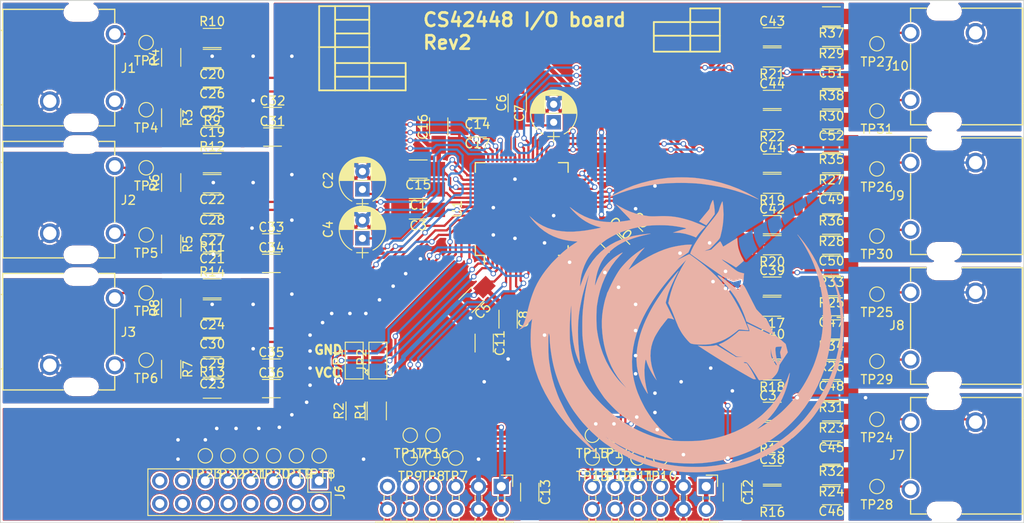
<source format=kicad_pcb>
(kicad_pcb (version 4) (host pcbnew 4.0.7)
  (layers (0 F.Cu signal hide) (31 B.Cu signal hide) (34 B.Paste user) (35 F.Paste user) (36 B.SilkS user) (37 F.SilkS user) (38 B.Mask user) (39 F.Mask user) (44 Edge.Cuts user))
  (net 0 "")
  (net 1 "Net-(C1-Pad1)")
  (net 2 "Net-(C3-Pad1)")
  (net 3 +3V3)
  (net 4 GND)
  (net 5 "Net-(C6-Pad1)")
  (net 6 "Net-(C19-Pad1)")
  (net 7 "/ADC input filter/Channel_1+_filtered")
  (net 8 "Net-(C20-Pad1)")
  (net 9 "/ADC input filter/Channel_2+_filtered")
  (net 10 "Net-(C21-Pad1)")
  (net 11 "/ADC input filter/Channel_3+_filtered")
  (net 12 "Net-(C22-Pad1)")
  (net 13 "/ADC input filter/Channel_4+_filtered")
  (net 14 "Net-(C23-Pad1)")
  (net 15 "/ADC input filter/Channel_5+_filtered")
  (net 16 "Net-(C24-Pad1)")
  (net 17 "/ADC input filter/Channel_6+_filtered")
  (net 18 "/ADC input filter/Channel_1-2_Com")
  (net 19 "/ADC input filter/Channel_3-4_Com")
  (net 20 "/ADC input filter/Channel_5-6_Com")
  (net 21 "/ADC input filter/Channel_1-_filtered")
  (net 22 "/ADC input filter/Channel_2-_filtered")
  (net 23 "/ADC input filter/Channel_3-_filtered")
  (net 24 "/ADC input filter/Channel_4-_filtered")
  (net 25 "/ADC input filter/Channel_5-_filtered")
  (net 26 "/ADC input filter/Channel_6-_filtered")
  (net 27 "/DAC output filter/Channel_1+")
  (net 28 "Net-(C37-Pad2)")
  (net 29 "/DAC output filter/Channel_2+")
  (net 30 "Net-(C38-Pad2)")
  (net 31 "/DAC output filter/Channel_3+")
  (net 32 "Net-(C39-Pad2)")
  (net 33 "/DAC output filter/Channel_4+")
  (net 34 "Net-(C40-Pad2)")
  (net 35 "/DAC output filter/Channel_5+")
  (net 36 "Net-(C41-Pad2)")
  (net 37 "/DAC output filter/Channel_6+")
  (net 38 "Net-(C42-Pad2)")
  (net 39 "/DAC output filter/Channel_7+")
  (net 40 "Net-(C43-Pad2)")
  (net 41 "/DAC output filter/Channel_8+")
  (net 42 "Net-(C44-Pad2)")
  (net 43 "/DAC output filter/Channel_1+fitlered")
  (net 44 "/DAC output filter/Channel_2+_fitlered")
  (net 45 "/DAC output filter/Channel_3+_fitlered")
  (net 46 "/DAC output filter/Channel_4+_fitlered")
  (net 47 "/DAC output filter/Channel_5+_fitlered")
  (net 48 "/DAC output filter/Channel_6+_fitlered")
  (net 49 "/DAC output filter/Channel_7+_fitlered")
  (net 50 "/DAC output filter/Channel_8+_fitlered")
  (net 51 "/ADC input filter/Channel_1")
  (net 52 "/ADC input filter/Channel_2")
  (net 53 "/ADC input filter/Channel_3")
  (net 54 "/ADC input filter/Channel_4")
  (net 55 "/ADC input filter/Channel_5")
  (net 56 "/ADC input filter/Channel_6")
  (net 57 /DAC_SDIN1)
  (net 58 /DAC_SDIN2)
  (net 59 /DAC_SDIN3)
  (net 60 /DAC_SDIN4)
  (net 61 /DAC_LRCK)
  (net 62 /DAC_SCLK)
  (net 63 /ADC_SDOUT1)
  (net 64 /ADC_SDOUT2)
  (net 65 /ADC_SDOUT3)
  (net 66 /ADC_LRCK)
  (net 67 /ADC_SCLK)
  (net 68 /SDA)
  (net 69 /SCL)
  (net 70 /INT)
  (net 71 /MUTEC)
  (net 72 /~RST)
  (net 73 /MCLK)
  (net 74 "/DAC output filter/Channel_1-")
  (net 75 "/DAC output filter/Channel_3-")
  (net 76 "/DAC output filter/Channel_5-")
  (net 77 "/DAC output filter/Channel_7-")
  (net 78 "Net-(JP1-Pad2)")
  (net 79 "Net-(JP2-Pad2)")
  (module Connectors:PJRAS1X2S01AUX (layer F.Cu) (at 218.186 90.297 90)
    (fp_text reference J10 (at 0.06 -14.024 180) (layer F.SilkS))
    (fp_text value "Channel OUT 7-8")
    (pad 1 thru_hole circle (at 3.75 -12.5 90) (size 2 2) (drill 1.3) (layers *.Cu *.Mask) (net 49 "/DAC output filter/Channel_7+_fitlered"))
    (pad 2 thru_hole circle (at -3.75 -12.5 90) (size 2 2) (drill 1.3) (layers *.Cu *.Mask) (net 50 "/DAC output filter/Channel_8+_fitlered"))
    (pad 3 thru_hole circle (at 3.75 -5.25 90) (size 2.2 2.2) (drill 1.5) (layers *.Cu *.Mask) (net 77 "/DAC output filter/Channel_7-"))
    (pad "" np_thru_hole oval (at -6.15 -8.75 90) (size 1.7 3.5) (drill oval 1.7 3.5) (layers *.Cu *.Mask))
    (pad "" np_thru_hole oval (at 6.15 -8.75 90) (size 1.7 3.5) (drill oval 1.7 3.5) (layers *.Cu *.Mask))
  )
  (module Logos:Logos (layer B.Cu) (at 180.721 119.126 180)
    (fp_text reference G*** hide)
    (fp_text value LOGO hide)
    (fp_poly (pts (xy -4.414201 5.051741) (xy -4.41325 5.047737) (xy -4.435308 5.017308) (xy -4.441736 5.0165) (xy -4.482561 4.997561) (xy -4.54685 4.950837) (xy -4.560798 4.939211) (xy -4.658621 4.85722) (xy -4.782323 4.755765) (xy -4.923591 4.641423) (xy -5.074112 4.520774) (xy -5.22557 4.400396) (xy -5.369654 4.286868) (xy -5.498049 4.186768) (xy -5.602443 4.106674) (xy -5.674521 4.053165) (xy -5.705969 4.03282) (xy -5.706282 4.032789) (xy -5.731934 4.059041) (xy -5.777498 4.128029) (xy -5.834004 4.225941) (xy -5.845466 4.247102) (xy -5.919383 4.400352) (xy -5.974815 4.556128) (xy -6.018991 4.73737) (xy -6.045406 4.881563) (xy -6.053256 4.93935) (xy -6.045487 4.970871) (xy -6.011027 4.978068) (xy -5.938802 4.962882) (xy -5.81774 4.927254) (xy -5.805657 4.923592) (xy -5.657594 4.880771) (xy -5.492842 4.836118) (xy -5.395506 4.811308) (xy -5.187137 4.760182) (xy -4.903381 4.874761) (xy -4.766682 4.930289) (xy -4.640587 4.982086) (xy -4.54477 5.022049) (xy -4.516438 5.034157) (xy -4.447794 5.056367) (xy -4.414201 5.051741)) (layer B.Cu) (width 0.01))
    (fp_poly (pts (xy -7.278629 10.588474) (xy -7.201618 10.543217) (xy -7.084646 10.472963) (xy -6.934716 10.381948) (xy -6.75883 10.274405) (xy -6.563991 10.15457) (xy -6.534199 10.136188) (xy -5.775486 9.667875) (xy -5.795622 9.382125) (xy -5.860351 8.908301) (xy -5.986367 8.43796) (xy -6.17152 7.977338) (xy -6.413656 7.532671) (xy -6.458117 7.462533) (xy -6.524877 7.361087) (xy -6.577535 7.284362) (xy -6.60762 7.244574) (xy -6.611298 7.241646) (xy -6.637157 7.263703) (xy -6.670589 7.297209) (xy -6.72378 7.348579) (xy -6.802717 7.420421) (xy -6.849051 7.46125) (xy -6.954393 7.554267) (xy -7.08998 7.67598) (xy -7.242631 7.814351) (xy -7.399161 7.957341) (xy -7.546386 8.092912) (xy -7.671123 8.209026) (xy -7.752651 8.286352) (xy -7.901176 8.429625) (xy -7.714266 8.811405) (xy -7.568197 9.137144) (xy -7.463049 9.440385) (xy -7.393284 9.74192) (xy -7.353365 10.062544) (xy -7.34457 10.199688) (xy -7.335859 10.351585) (xy -7.326432 10.477494) (xy -7.317344 10.565525) (xy -7.309649 10.603788) (xy -7.308677 10.6045) (xy -7.278629 10.588474)) (layer B.Cu) (width 0.01))
    (fp_poly (pts (xy -8.770195 11.511903) (xy -8.654299 11.443782) (xy -8.56979 11.393143) (xy -8.493183 11.345513) (xy -8.400991 11.286418) (xy -8.335346 11.243924) (xy -8.241521 11.184559) (xy -8.169977 11.141986) (xy -8.135866 11.125211) (xy -8.135623 11.1252) (xy -8.100773 11.1089) (xy -8.038455 11.069287) (xy -8.033052 11.065565) (xy -7.966837 11.021677) (xy -7.864793 10.956308) (xy -7.745241 10.881149) (xy -7.700963 10.853648) (xy -7.4549 10.701367) (xy -7.4549 10.550456) (xy -7.47938 10.219753) (xy -7.550057 9.865635) (xy -7.662793 9.503394) (xy -7.813449 9.148323) (xy -7.858956 9.057842) (xy -7.949494 8.883287) (xy -8.015665 8.758386) (xy -8.063826 8.677222) (xy -8.100334 8.633878) (xy -8.131546 8.622434) (xy -8.163818 8.636974) (xy -8.203508 8.671579) (xy -8.238765 8.704263) (xy -8.291127 8.751389) (xy -8.382133 8.833185) (xy -8.503167 8.941911) (xy -8.64561 9.069826) (xy -8.800846 9.20919) (xy -8.847733 9.251276) (xy -8.997935 9.387137) (xy -9.130734 9.509258) (xy -9.239285 9.611179) (xy -9.31674 9.686437) (xy -9.356252 9.728569) (xy -9.3599 9.734669) (xy -9.347444 9.773117) (xy -9.314556 9.852795) (xy -9.267959 9.957531) (xy -9.260634 9.973468) (xy -9.095828 10.382736) (xy -8.983103 10.781244) (xy -8.924211 11.161925) (xy -8.9154 11.364598) (xy -8.9154 11.59698) (xy -8.770195 11.511903)) (layer B.Cu) (width 0.01))
    (fp_poly (pts (xy -10.355095 12.493052) (xy -10.27861 12.449774) (xy -10.172831 12.386351) (xy -10.076429 12.326582) (xy -9.933444 12.236988) (xy -9.758603 12.12782) (xy -9.574061 12.012894) (xy -9.402334 11.90625) (xy -9.018186 11.668125) (xy -9.01828 11.4935) (xy -9.030294 11.329778) (xy -9.063216 11.128421) (xy -9.112589 10.910011) (xy -9.173958 10.695129) (xy -9.219806 10.562744) (xy -9.268817 10.442173) (xy -9.328191 10.309842) (xy -9.391525 10.178364) (xy -9.452417 10.06035) (xy -9.504464 9.968411) (xy -9.541265 9.915158) (xy -9.552746 9.906931) (xy -9.586277 9.926822) (xy -9.648529 9.976164) (xy -9.68375 10.00666) (xy -9.782784 10.094899) (xy -9.886548 10.187623) (xy -9.906 10.205046) (xy -9.9723 10.264456) (xy -10.072724 10.354437) (xy -10.194102 10.463188) (xy -10.323264 10.57891) (xy -10.334625 10.589089) (xy -10.457658 10.699373) (xy -10.568035 10.798414) (xy -10.654816 10.876389) (xy -10.707058 10.923473) (xy -10.711652 10.927638) (xy -10.738085 10.955346) (xy -10.74905 10.986468) (xy -10.742275 11.03409) (xy -10.715492 11.111296) (xy -10.666429 11.231169) (xy -10.653738 11.261429) (xy -10.563351 11.50867) (xy -10.490244 11.772113) (xy -10.439352 12.030105) (xy -10.415611 12.260996) (xy -10.414498 12.311063) (xy -10.410773 12.413811) (xy -10.401549 12.485388) (xy -10.390188 12.509145) (xy -10.355095 12.493052)) (layer B.Cu) (width 0.01))
    (fp_poly (pts (xy -11.795662 13.379238) (xy -11.716142 13.331465) (xy -11.598325 13.259746) (xy -11.450034 13.168856) (xy -11.279093 13.063569) (xy -11.162309 12.991386) (xy -10.52195 12.595067) (xy -10.52195 12.431895) (xy -10.5321 12.310914) (xy -10.559373 12.150255) (xy -10.599006 11.969847) (xy -10.646238 11.789621) (xy -10.696305 11.629507) (xy -10.740335 11.518038) (xy -10.793424 11.403862) (xy -10.846629 11.288437) (xy -10.855802 11.268393) (xy -10.89505 11.194204) (xy -10.927468 11.152589) (xy -10.934631 11.14933) (xy -10.965518 11.169524) (xy -11.034554 11.2252) (xy -11.133011 11.309001) (xy -11.252166 11.41357) (xy -11.320583 11.474768) (xy -11.46879 11.607995) (xy -11.621349 11.744805) (xy -11.762356 11.870956) (xy -11.875909 11.972209) (xy -11.897183 11.99111) (xy -12.112275 12.182015) (xy -12.028687 12.40386) (xy -11.969254 12.588821) (xy -11.917726 12.799592) (xy -11.878983 13.011719) (xy -11.857911 13.200744) (xy -11.855494 13.271289) (xy -11.850121 13.351926) (xy -11.836606 13.39555) (xy -11.829059 13.398289) (xy -11.795662 13.379238)) (layer B.Cu) (width 0.01))
    (fp_poly (pts (xy -13.178398 14.238733) (xy -13.101737 14.193602) (xy -12.987036 14.124386) (xy -12.842199 14.03587) (xy -12.675129 13.932843) (xy -12.588875 13.87934) (xy -11.985625 13.504445) (xy -11.975597 13.366673) (xy -11.977987 13.263554) (xy -11.994082 13.12963) (xy -12.018196 13.004138) (xy -12.051749 12.875491) (xy -12.093853 12.734981) (xy -12.139532 12.596878) (xy -12.183811 12.475451) (xy -12.221714 12.384972) (xy -12.248266 12.33971) (xy -12.250457 12.337992) (xy -12.28167 12.352105) (xy -12.347071 12.401013) (xy -12.434946 12.475631) (xy -12.477948 12.514482) (xy -12.599995 12.625503) (xy -12.730989 12.742707) (xy -12.844861 12.842791) (xy -12.856533 12.852885) (xy -12.970068 12.952826) (xy -13.100823 13.070847) (xy -13.218339 13.179393) (xy -13.407738 13.35716) (xy -13.357392 13.504915) (xy -13.330265 13.604355) (xy -13.301154 13.742706) (xy -13.274953 13.895751) (xy -13.266579 13.95421) (xy -13.247601 14.083268) (xy -13.22955 14.184571) (xy -13.215023 14.244524) (xy -13.209118 14.254993) (xy -13.178398 14.238733)) (layer B.Cu) (width 0.01))
    (fp_poly (pts (xy -14.09065 14.801494) (xy -13.926495 14.700114) (xy -13.770413 14.603646) (xy -13.635058 14.519916) (xy -13.533086 14.45675) (xy -13.491553 14.430958) (xy -13.35283 14.344627) (xy -13.36843 14.15028) (xy -13.381877 14.048178) (xy -13.405856 13.923614) (xy -13.436541 13.791098) (xy -13.470105 13.665139) (xy -13.502722 13.560248) (xy -13.530568 13.490935) (xy -13.547588 13.470828) (xy -13.583212 13.492244) (xy -13.602159 13.510516) (xy -13.635539 13.542312) (xy -13.708922 13.609519) (xy -13.814836 13.705383) (xy -13.945806 13.823147) (xy -14.094358 13.956056) (xy -14.1512 14.006755) (xy -14.319798 14.157418) (xy -14.446433 14.272416) (xy -14.53674 14.35812) (xy -14.596348 14.420902) (xy -14.63089 14.467134) (xy -14.645998 14.503188) (xy -14.647303 14.535436) (xy -14.642284 14.56238) (xy -14.625317 14.645483) (xy -14.603787 14.763652) (xy -14.585368 14.872972) (xy -14.551025 15.085698) (xy -14.09065 14.801494)) (layer B.Cu) (width 0.01))
    (fp_poly (pts (xy -16.977762 16.5877) (xy -16.906953 16.551512) (xy -16.832031 16.504531) (xy -16.715181 16.428728) (xy -16.593604 16.352008) (xy -16.53552 16.316348) (xy -16.474892 16.279391) (xy -16.368034 16.213889) (xy -16.222757 16.124645) (xy -16.04687 16.016461) (xy -15.848183 15.89414) (xy -15.634505 15.762482) (xy -15.533688 15.700328) (xy -15.290846 15.55102) (xy -15.096373 15.430903) (xy -14.945321 15.33467) (xy -14.832746 15.257018) (xy -14.753701 15.192642) (xy -14.703239 15.136239) (xy -14.676415 15.082503) (xy -14.668282 15.02613) (xy -14.673895 14.961815) (xy -14.688308 14.884255) (xy -14.702819 14.809269) (xy -14.724404 14.705536) (xy -14.745392 14.6286) (xy -14.758382 14.599496) (xy -14.788465 14.611434) (xy -14.855535 14.659335) (xy -14.950139 14.735857) (xy -15.062822 14.833658) (xy -15.08125 14.850207) (xy -15.228053 14.982423) (xy -15.388421 15.126515) (xy -15.540306 15.262687) (xy -15.635529 15.347836) (xy -15.770869 15.469044) (xy -15.91731 15.600817) (xy -16.050696 15.721397) (xy -16.097459 15.763875) (xy -16.269956 15.920295) (xy -16.441582 16.074842) (xy -16.602741 16.218961) (xy -16.743839 16.344097) (xy -16.855281 16.441697) (xy -16.916154 16.4938) (xy -16.986137 16.558363) (xy -17.005415 16.589823) (xy -16.977762 16.5877)) (layer B.Cu) (width 0.01))
  )
  (module Connectors:PJRAS1X2S01AUX (layer F.Cu) (at 218.186 133.731 90)
    (fp_text reference J7 (at 0.06 -14.024 180) (layer F.SilkS))
    (fp_text value "Channel OUT 1-2")
    (pad 1 thru_hole circle (at 3.75 -12.5 90) (size 2 2) (drill 1.3) (layers *.Cu *.Mask) (net 43 "/DAC output filter/Channel_1+fitlered"))
    (pad 2 thru_hole circle (at -3.75 -12.5 90) (size 2 2) (drill 1.3) (layers *.Cu *.Mask) (net 44 "/DAC output filter/Channel_2+_fitlered"))
    (pad 3 thru_hole circle (at 3.75 -5.25 90) (size 2.2 2.2) (drill 1.5) (layers *.Cu *.Mask) (net 74 "/DAC output filter/Channel_1-"))
    (pad "" np_thru_hole oval (at -6.15 -8.75 90) (size 1.7 3.5) (drill oval 1.7 3.5) (layers *.Cu *.Mask))
    (pad "" np_thru_hole oval (at 6.15 -8.75 90) (size 1.7 3.5) (drill oval 1.7 3.5) (layers *.Cu *.Mask))
  )
  (module Connectors:PJRAS1X2S01AUX (layer F.Cu) (at 218.186 104.775 90)
    (fp_text reference J9 (at 0.06 -14.024 180) (layer F.SilkS))
    (fp_text value "Channel OUT 5-6")
    (pad 1 thru_hole circle (at 3.75 -12.5 90) (size 2 2) (drill 1.3) (layers *.Cu *.Mask) (net 47 "/DAC output filter/Channel_5+_fitlered"))
    (pad 2 thru_hole circle (at -3.75 -12.5 90) (size 2 2) (drill 1.3) (layers *.Cu *.Mask) (net 48 "/DAC output filter/Channel_6+_fitlered"))
    (pad 3 thru_hole circle (at 3.75 -5.25 90) (size 2.2 2.2) (drill 1.5) (layers *.Cu *.Mask) (net 76 "/DAC output filter/Channel_5-"))
    (pad "" np_thru_hole oval (at -6.15 -8.75 90) (size 1.7 3.5) (drill oval 1.7 3.5) (layers *.Cu *.Mask))
    (pad "" np_thru_hole oval (at 6.15 -8.75 90) (size 1.7 3.5) (drill oval 1.7 3.5) (layers *.Cu *.Mask))
  )
  (module Connectors:PJRAS1X2S01AUX (layer F.Cu) (at 104.394 90.424 270)
    (fp_text reference J1 (at 0.06 -14.024 360) (layer F.SilkS))
    (fp_text value "Channel IN 1-2")
    (pad 1 thru_hole circle (at 3.75 -12.5 270) (size 2 2) (drill 1.3) (layers *.Cu *.Mask) (net 51 "/ADC input filter/Channel_1"))
    (pad 2 thru_hole circle (at -3.75 -12.5 270) (size 2 2) (drill 1.3) (layers *.Cu *.Mask) (net 52 "/ADC input filter/Channel_2"))
    (pad 3 thru_hole circle (at 3.75 -5.25 270) (size 2.2 2.2) (drill 1.5) (layers *.Cu *.Mask) (net 18 "/ADC input filter/Channel_1-2_Com"))
    (pad "" np_thru_hole oval (at -6.15 -8.75 270) (size 1.7 3.5) (drill oval 1.7 3.5) (layers *.Cu *.Mask))
    (pad "" np_thru_hole oval (at 6.15 -8.75 270) (size 1.7 3.5) (drill oval 1.7 3.5) (layers *.Cu *.Mask))
  )
  (module Connectors:PJRAS1X2S01AUX (layer F.Cu) (at 104.394 105.156 270)
    (fp_text reference J2 (at 0.06 -14.024 360) (layer F.SilkS))
    (fp_text value "Channel IN 3-4")
    (pad 1 thru_hole circle (at 3.75 -12.5 270) (size 2 2) (drill 1.3) (layers *.Cu *.Mask) (net 53 "/ADC input filter/Channel_3"))
    (pad 2 thru_hole circle (at -3.75 -12.5 270) (size 2 2) (drill 1.3) (layers *.Cu *.Mask) (net 54 "/ADC input filter/Channel_4"))
    (pad 3 thru_hole circle (at 3.75 -5.25 270) (size 2.2 2.2) (drill 1.5) (layers *.Cu *.Mask) (net 19 "/ADC input filter/Channel_3-4_Com"))
    (pad "" np_thru_hole oval (at -6.15 -8.75 270) (size 1.7 3.5) (drill oval 1.7 3.5) (layers *.Cu *.Mask))
    (pad "" np_thru_hole oval (at 6.15 -8.75 270) (size 1.7 3.5) (drill oval 1.7 3.5) (layers *.Cu *.Mask))
  )
  (module Connectors:PJRAS1X2S01AUX (layer F.Cu) (at 104.394 119.888 270)
    (fp_text reference J3 (at 0.06 -14.024 360) (layer F.SilkS))
    (fp_text value "Channel IN 5-6")
    (pad 1 thru_hole circle (at 3.75 -12.5 270) (size 2 2) (drill 1.3) (layers *.Cu *.Mask) (net 55 "/ADC input filter/Channel_5"))
    (pad 2 thru_hole circle (at -3.75 -12.5 270) (size 2 2) (drill 1.3) (layers *.Cu *.Mask) (net 56 "/ADC input filter/Channel_6"))
    (pad 3 thru_hole circle (at 3.75 -5.25 270) (size 2.2 2.2) (drill 1.5) (layers *.Cu *.Mask) (net 20 "/ADC input filter/Channel_5-6_Com"))
    (pad "" np_thru_hole oval (at -6.15 -8.75 270) (size 1.7 3.5) (drill oval 1.7 3.5) (layers *.Cu *.Mask))
    (pad "" np_thru_hole oval (at 6.15 -8.75 270) (size 1.7 3.5) (drill oval 1.7 3.5) (layers *.Cu *.Mask))
  )
  (module Capacitors_SMD:C_1206_HandSoldering (layer F.Cu) (at 157.353 94.996 180)
    (fp_text reference C14 (at 0 -1.75 180) (layer F.SilkS))
    (fp_text value 100n)
    (pad 1 smd rect (at -2 0 180) (size 2 1.6) (layers F.Cu F.Paste F.Mask) (net 3 +3V3))
    (pad 2 smd rect (at 2 0 180) (size 2 1.6) (layers F.Cu F.Paste F.Mask) (net 4 GND))
  )
  (module Capacitors_SMD:C_1206_HandSoldering (layer F.Cu) (at 172.085 109.601 315)
    (fp_text reference C10 (at 0 -1.75 315) (layer F.SilkS))
    (fp_text value 10n)
    (pad 1 smd rect (at -2 0 315) (size 2 1.6) (layers F.Cu F.Paste F.Mask) (net 3 +3V3))
    (pad 2 smd rect (at 2 0 315) (size 2 1.6) (layers F.Cu F.Paste F.Mask) (net 4 GND))
  )
  (module Capacitors_THT:CP_Radial_D5.0mm_P2.00mm (layer F.Cu) (at 165.862 96.52 90)
    (fp_text reference C7 (at 1 -3.81 90) (layer F.SilkS))
    (fp_text value 4.7u)
    (pad 1 thru_hole rect (at 0 0 90) (size 1.6 1.6) (drill 0.8) (layers *.Cu *.Mask) (net 5 "Net-(C6-Pad1)"))
    (pad 2 thru_hole circle (at 2 0 90) (size 1.6 1.6) (drill 0.8) (layers *.Cu *.Mask) (net 4 GND))
  )
  (module Capacitors_THT:CP_Radial_D5.0mm_P2.00mm (layer F.Cu) (at 144.526 109.474 90)
    (fp_text reference C4 (at 1 -3.81 90) (layer F.SilkS))
    (fp_text value 22u)
    (pad 1 thru_hole rect (at 0 0 90) (size 1.6 1.6) (drill 0.8) (layers *.Cu *.Mask) (net 2 "Net-(C3-Pad1)"))
    (pad 2 thru_hole circle (at 2 0 90) (size 1.6 1.6) (drill 0.8) (layers *.Cu *.Mask) (net 4 GND))
  )
  (module Capacitors_THT:CP_Radial_D5.0mm_P2.00mm (layer F.Cu) (at 144.526 104.013 90)
    (fp_text reference C2 (at 1 -3.81 90) (layer F.SilkS))
    (fp_text value 100u)
    (pad 1 thru_hole rect (at 0 0 90) (size 1.6 1.6) (drill 0.8) (layers *.Cu *.Mask) (net 1 "Net-(C1-Pad1)"))
    (pad 2 thru_hole circle (at 2 0 90) (size 1.6 1.6) (drill 0.8) (layers *.Cu *.Mask) (net 4 GND))
  )
  (module Jumper:SolderJumper-3_P1.3mm_Open_Pad1.0x1.5mm (layer F.Cu) (at 146.2532 123.1138 90)
    (fp_text reference JP2 (at 0 -1.8 90) (layer F.SilkS))
    (fp_text value AD1)
    (pad 3 smd rect (at 1.3 0 90) (size 1 1.5) (layers F.Cu F.Mask) (net 4 GND))
    (pad 2 smd rect (at 0 0 90) (size 1 1.5) (layers F.Cu F.Mask) (net 79 "Net-(JP2-Pad2)"))
    (pad 1 smd rect (at -1.3 0 90) (size 1 1.5) (layers F.Cu F.Mask) (net 3 +3V3))
  )
  (module Jumper:SolderJumper-3_P1.3mm_Open_Pad1.0x1.5mm (layer F.Cu) (at 143.6116 123.1138 90)
    (fp_text reference JP1 (at 0 -1.8 90) (layer F.SilkS))
    (fp_text value AD0)
    (pad 3 smd rect (at 1.3 0 90) (size 1 1.5) (layers F.Cu F.Mask) (net 4 GND))
    (pad 2 smd rect (at 0 0 90) (size 1 1.5) (layers F.Cu F.Mask) (net 78 "Net-(JP1-Pad2)"))
    (pad 1 smd rect (at -1.3 0 90) (size 1 1.5) (layers F.Cu F.Mask) (net 3 +3V3))
  )
  (module Pin_Headers:Pin_Header_Straight_2x08_Pitch2.54mm (layer F.Cu) (at 139.7 136.525 270)
    (fp_text reference J6 (at 1.27 -2.33 270) (layer F.SilkS))
    (fp_text value Conn_Input)
    (pad 1 thru_hole rect (at 0 0 270) (size 1.7 1.7) (drill 1) (layers *.Cu *.Mask) (net 68 /SDA))
    (pad 2 thru_hole oval (at 2.54 0 270) (size 1.7 1.7) (drill 1) (layers *.Cu *.Mask))
    (pad 3 thru_hole oval (at 0 2.54 270) (size 1.7 1.7) (drill 1) (layers *.Cu *.Mask) (net 69 /SCL))
    (pad 4 thru_hole oval (at 2.54 2.54 270) (size 1.7 1.7) (drill 1) (layers *.Cu *.Mask))
    (pad 5 thru_hole oval (at 0 5.08 270) (size 1.7 1.7) (drill 1) (layers *.Cu *.Mask) (net 70 /INT))
    (pad 6 thru_hole oval (at 2.54 5.08 270) (size 1.7 1.7) (drill 1) (layers *.Cu *.Mask))
    (pad 7 thru_hole oval (at 0 7.62 270) (size 1.7 1.7) (drill 1) (layers *.Cu *.Mask) (net 71 /MUTEC))
    (pad 8 thru_hole oval (at 2.54 7.62 270) (size 1.7 1.7) (drill 1) (layers *.Cu *.Mask))
    (pad 9 thru_hole oval (at 0 10.16 270) (size 1.7 1.7) (drill 1) (layers *.Cu *.Mask) (net 72 /~RST))
    (pad 10 thru_hole oval (at 2.54 10.16 270) (size 1.7 1.7) (drill 1) (layers *.Cu *.Mask))
    (pad 11 thru_hole oval (at 0 12.7 270) (size 1.7 1.7) (drill 1) (layers *.Cu *.Mask) (net 73 /MCLK))
    (pad 12 thru_hole oval (at 2.54 12.7 270) (size 1.7 1.7) (drill 1) (layers *.Cu *.Mask))
    (pad 13 thru_hole oval (at 0 15.24 270) (size 1.7 1.7) (drill 1) (layers *.Cu *.Mask))
    (pad 14 thru_hole oval (at 2.54 15.24 270) (size 1.7 1.7) (drill 1) (layers *.Cu *.Mask))
    (pad 15 thru_hole oval (at 0 17.78 270) (size 1.7 1.7) (drill 1) (layers *.Cu *.Mask))
    (pad 16 thru_hole oval (at 2.54 17.78 270) (size 1.7 1.7) (drill 1) (layers *.Cu *.Mask))
  )
  (module Package_QFP:LQFP-64_10x10mm_P0.5mm (layer F.Cu) (at 162.3 106.2 90)
    (fp_text reference U1 (at 0 -7.2 90) (layer F.SilkS))
    (fp_text value CS42448)
    (pad 1 smd rect (at -5.7 -3.75 90) (size 1 0.25) (layers F.Cu F.Paste F.Mask) (net 78 "Net-(JP1-Pad2)"))
    (pad 2 smd rect (at -5.7 -3.25 90) (size 1 0.25) (layers F.Cu F.Paste F.Mask) (net 79 "Net-(JP2-Pad2)"))
    (pad 3 smd rect (at -5.7 -2.75 90) (size 1 0.25) (layers F.Cu F.Paste F.Mask) (net 72 /~RST))
    (pad 4 smd rect (at -5.7 -2.25 90) (size 1 0.25) (layers F.Cu F.Paste F.Mask) (net 3 +3V3))
    (pad 5 smd rect (at -5.7 -1.75 90) (size 1 0.25) (layers F.Cu F.Paste F.Mask) (net 66 /ADC_LRCK))
    (pad 6 smd rect (at -5.7 -1.25 90) (size 1 0.25) (layers F.Cu F.Paste F.Mask) (net 3 +3V3))
    (pad 7 smd rect (at -5.7 -0.75 90) (size 1 0.25) (layers F.Cu F.Paste F.Mask) (net 4 GND))
    (pad 8 smd rect (at -5.7 -0.25 90) (size 1 0.25) (layers F.Cu F.Paste F.Mask) (net 3 +3V3))
    (pad 9 smd rect (at -5.7 0.25 90) (size 1 0.25) (layers F.Cu F.Paste F.Mask) (net 67 /ADC_SCLK))
    (pad 10 smd rect (at -5.7 0.75 90) (size 1 0.25) (layers F.Cu F.Paste F.Mask) (net 73 /MCLK))
    (pad 11 smd rect (at -5.7 1.25 90) (size 1 0.25) (layers F.Cu F.Paste F.Mask) (net 65 /ADC_SDOUT3))
    (pad 12 smd rect (at -5.7 1.75 90) (size 1 0.25) (layers F.Cu F.Paste F.Mask) (net 64 /ADC_SDOUT2))
    (pad 13 smd rect (at -5.7 2.25 90) (size 1 0.25) (layers F.Cu F.Paste F.Mask) (net 63 /ADC_SDOUT1))
    (pad 14 smd rect (at -5.7 2.75 90) (size 1 0.25) (layers F.Cu F.Paste F.Mask) (net 60 /DAC_SDIN4))
    (pad 15 smd rect (at -5.7 3.25 90) (size 1 0.25) (layers F.Cu F.Paste F.Mask) (net 59 /DAC_SDIN3))
    (pad 16 smd rect (at -5.7 3.75 90) (size 1 0.25) (layers F.Cu F.Paste F.Mask) (net 58 /DAC_SDIN2))
    (pad 17 smd rect (at -3.75 5.7 180) (size 1 0.25) (layers F.Cu F.Paste F.Mask) (net 57 /DAC_SDIN1))
    (pad 18 smd rect (at -3.25 5.7 180) (size 1 0.25) (layers F.Cu F.Paste F.Mask) (net 62 /DAC_SCLK))
    (pad 19 smd rect (at -2.75 5.7 180) (size 1 0.25) (layers F.Cu F.Paste F.Mask) (net 61 /DAC_LRCK))
    (pad 20 smd rect (at -2.25 5.7 180) (size 1 0.25) (layers F.Cu F.Paste F.Mask))
    (pad 21 smd rect (at -1.75 5.7 180) (size 1 0.25) (layers F.Cu F.Paste F.Mask))
    (pad 22 smd rect (at -1.25 5.7 180) (size 1 0.25) (layers F.Cu F.Paste F.Mask))
    (pad 23 smd rect (at -0.75 5.7 180) (size 1 0.25) (layers F.Cu F.Paste F.Mask) (net 4 GND))
    (pad 24 smd rect (at -0.25 5.7 180) (size 1 0.25) (layers F.Cu F.Paste F.Mask) (net 3 +3V3))
    (pad 25 smd rect (at 0.25 5.7 180) (size 1 0.25) (layers F.Cu F.Paste F.Mask) (net 74 "/DAC output filter/Channel_1-"))
    (pad 26 smd rect (at 0.75 5.7 180) (size 1 0.25) (layers F.Cu F.Paste F.Mask) (net 27 "/DAC output filter/Channel_1+"))
    (pad 27 smd rect (at 1.25 5.7 180) (size 1 0.25) (layers F.Cu F.Paste F.Mask) (net 29 "/DAC output filter/Channel_2+"))
    (pad 28 smd rect (at 1.75 5.7 180) (size 1 0.25) (layers F.Cu F.Paste F.Mask) (net 74 "/DAC output filter/Channel_1-"))
    (pad 29 smd rect (at 2.25 5.7 180) (size 1 0.25) (layers F.Cu F.Paste F.Mask) (net 75 "/DAC output filter/Channel_3-"))
    (pad 30 smd rect (at 2.75 5.7 180) (size 1 0.25) (layers F.Cu F.Paste F.Mask) (net 31 "/DAC output filter/Channel_3+"))
    (pad 31 smd rect (at 3.25 5.7 180) (size 1 0.25) (layers F.Cu F.Paste F.Mask) (net 33 "/DAC output filter/Channel_4+"))
    (pad 32 smd rect (at 3.75 5.7 180) (size 1 0.25) (layers F.Cu F.Paste F.Mask) (net 75 "/DAC output filter/Channel_3-"))
    (pad 33 smd rect (at 5.7 3.75 90) (size 1 0.25) (layers F.Cu F.Paste F.Mask) (net 76 "/DAC output filter/Channel_5-"))
    (pad 34 smd rect (at 5.7 3.25 90) (size 1 0.25) (layers F.Cu F.Paste F.Mask) (net 35 "/DAC output filter/Channel_5+"))
    (pad 35 smd rect (at 5.7 2.75 90) (size 1 0.25) (layers F.Cu F.Paste F.Mask) (net 71 /MUTEC))
    (pad 36 smd rect (at 5.7 2.25 90) (size 1 0.25) (layers F.Cu F.Paste F.Mask) (net 37 "/DAC output filter/Channel_6+"))
    (pad 37 smd rect (at 5.7 1.75 90) (size 1 0.25) (layers F.Cu F.Paste F.Mask) (net 76 "/DAC output filter/Channel_5-"))
    (pad 38 smd rect (at 5.7 1.25 90) (size 1 0.25) (layers F.Cu F.Paste F.Mask) (net 77 "/DAC output filter/Channel_7-"))
    (pad 39 smd rect (at 5.7 0.75 90) (size 1 0.25) (layers F.Cu F.Paste F.Mask) (net 39 "/DAC output filter/Channel_7+"))
    (pad 40 smd rect (at 5.7 0.25 90) (size 1 0.25) (layers F.Cu F.Paste F.Mask) (net 41 "/DAC output filter/Channel_8+"))
    (pad 41 smd rect (at 5.7 -0.25 90) (size 1 0.25) (layers F.Cu F.Paste F.Mask) (net 77 "/DAC output filter/Channel_7-"))
    (pad 42 smd rect (at 5.7 -0.75 90) (size 1 0.25) (layers F.Cu F.Paste F.Mask) (net 4 GND))
    (pad 43 smd rect (at 5.7 -1.25 90) (size 1 0.25) (layers F.Cu F.Paste F.Mask) (net 5 "Net-(C6-Pad1)"))
    (pad 44 smd rect (at 5.7 -1.75 90) (size 1 0.25) (layers F.Cu F.Paste F.Mask) (net 3 +3V3))
    (pad 45 smd rect (at 5.7 -2.25 90) (size 1 0.25) (layers F.Cu F.Paste F.Mask) (net 21 "/ADC input filter/Channel_1-_filtered"))
    (pad 46 smd rect (at 5.7 -2.75 90) (size 1 0.25) (layers F.Cu F.Paste F.Mask) (net 7 "/ADC input filter/Channel_1+_filtered"))
    (pad 47 smd rect (at 5.7 -3.25 90) (size 1 0.25) (layers F.Cu F.Paste F.Mask) (net 22 "/ADC input filter/Channel_2-_filtered"))
    (pad 48 smd rect (at 5.7 -3.75 90) (size 1 0.25) (layers F.Cu F.Paste F.Mask) (net 9 "/ADC input filter/Channel_2+_filtered"))
    (pad 49 smd rect (at 3.75 -5.7 180) (size 1 0.25) (layers F.Cu F.Paste F.Mask) (net 23 "/ADC input filter/Channel_3-_filtered"))
    (pad 50 smd rect (at 3.25 -5.7 180) (size 1 0.25) (layers F.Cu F.Paste F.Mask) (net 11 "/ADC input filter/Channel_3+_filtered"))
    (pad 51 smd rect (at 2.75 -5.7 180) (size 1 0.25) (layers F.Cu F.Paste F.Mask) (net 24 "/ADC input filter/Channel_4-_filtered"))
    (pad 52 smd rect (at 2.25 -5.7 180) (size 1 0.25) (layers F.Cu F.Paste F.Mask) (net 13 "/ADC input filter/Channel_4+_filtered"))
    (pad 53 smd rect (at 1.75 -5.7 180) (size 1 0.25) (layers F.Cu F.Paste F.Mask) (net 3 +3V3))
    (pad 54 smd rect (at 1.25 -5.7 180) (size 1 0.25) (layers F.Cu F.Paste F.Mask) (net 1 "Net-(C1-Pad1)"))
    (pad 55 smd rect (at 0.75 -5.7 180) (size 1 0.25) (layers F.Cu F.Paste F.Mask) (net 2 "Net-(C3-Pad1)"))
    (pad 56 smd rect (at 0.25 -5.7 180) (size 1 0.25) (layers F.Cu F.Paste F.Mask) (net 4 GND))
    (pad 57 smd rect (at -0.25 -5.7 180) (size 1 0.25) (layers F.Cu F.Paste F.Mask) (net 25 "/ADC input filter/Channel_5-_filtered"))
    (pad 58 smd rect (at -0.75 -5.7 180) (size 1 0.25) (layers F.Cu F.Paste F.Mask) (net 15 "/ADC input filter/Channel_5+_filtered"))
    (pad 59 smd rect (at -1.25 -5.7 180) (size 1 0.25) (layers F.Cu F.Paste F.Mask) (net 26 "/ADC input filter/Channel_6-_filtered"))
    (pad 60 smd rect (at -1.75 -5.7 180) (size 1 0.25) (layers F.Cu F.Paste F.Mask) (net 17 "/ADC input filter/Channel_6+_filtered"))
    (pad 61 smd rect (at -2.25 -5.7 180) (size 1 0.25) (layers F.Cu F.Paste F.Mask) (net 70 /INT))
    (pad 62 smd rect (at -2.75 -5.7 180) (size 1 0.25) (layers F.Cu F.Paste F.Mask) (net 4 GND))
    (pad 63 smd rect (at -3.25 -5.7 180) (size 1 0.25) (layers F.Cu F.Paste F.Mask) (net 69 /SCL))
    (pad 64 smd rect (at -3.75 -5.7 180) (size 1 0.25) (layers F.Cu F.Paste F.Mask) (net 68 /SDA))
  )
  (module Connectors:PINTST (layer F.Cu) (at 201.93 95.25)
    (fp_text reference TP31 (at 0 2.032) (layer F.SilkS))
    (fp_text value "OUT 8")
    (pad 1 smd circle (at 0 0) (size 1.143 1.143) (layers F.Cu F.Paste F.Mask) (net 50 "/DAC output filter/Channel_8+_fitlered"))
  )
  (module Connectors:PINTST (layer F.Cu) (at 201.93 109.22)
    (fp_text reference TP30 (at 0 2.032) (layer F.SilkS))
    (fp_text value "OUT 6")
    (pad 1 smd circle (at 0 0) (size 1.143 1.143) (layers F.Cu F.Paste F.Mask) (net 48 "/DAC output filter/Channel_6+_fitlered"))
  )
  (module Connectors:PINTST (layer F.Cu) (at 201.93 123.19)
    (fp_text reference TP29 (at 0 2.032) (layer F.SilkS))
    (fp_text value "OUT 4")
    (pad 1 smd circle (at 0 0) (size 1.143 1.143) (layers F.Cu F.Paste F.Mask) (net 46 "/DAC output filter/Channel_4+_fitlered"))
  )
  (module Connectors:PINTST (layer F.Cu) (at 201.93 137.159996)
    (fp_text reference TP28 (at 0 2.032) (layer F.SilkS))
    (fp_text value "OUT 2")
    (pad 1 smd circle (at 0 0) (size 1.143 1.143) (layers F.Cu F.Paste F.Mask) (net 44 "/DAC output filter/Channel_2+_fitlered"))
  )
  (module Connectors:PINTST (layer F.Cu) (at 201.93 87.757)
    (fp_text reference TP27 (at 0 2.032) (layer F.SilkS))
    (fp_text value "OUT 7")
    (pad 1 smd circle (at 0 0) (size 1.143 1.143) (layers F.Cu F.Paste F.Mask) (net 49 "/DAC output filter/Channel_7+_fitlered"))
  )
  (module Connectors:PINTST (layer F.Cu) (at 201.93 101.727)
    (fp_text reference TP26 (at 0 2.032) (layer F.SilkS))
    (fp_text value "OUT 5")
    (pad 1 smd circle (at 0 0) (size 1.143 1.143) (layers F.Cu F.Paste F.Mask) (net 47 "/DAC output filter/Channel_5+_fitlered"))
  )
  (module Connectors:PINTST (layer F.Cu) (at 201.93 115.697)
    (fp_text reference TP25 (at 0 2.032) (layer F.SilkS))
    (fp_text value "OUT 3")
    (pad 1 smd circle (at 0 0) (size 1.143 1.143) (layers F.Cu F.Paste F.Mask) (net 45 "/DAC output filter/Channel_3+_fitlered"))
  )
  (module Connectors:PINTST (layer F.Cu) (at 201.93 129.667)
    (fp_text reference TP24 (at 0 2.032) (layer F.SilkS))
    (fp_text value "OUT 1")
    (pad 1 smd circle (at 0 0) (size 1.143 1.143) (layers F.Cu F.Paste F.Mask) (net 43 "/DAC output filter/Channel_1+fitlered"))
  )
  (module Connectors:PINTST (layer F.Cu) (at 127 133.731)
    (fp_text reference TP23 (at 0 2.032) (layer F.SilkS))
    (fp_text value MCLK)
    (pad 1 smd circle (at 0 0) (size 1.143 1.143) (layers F.Cu F.Paste F.Mask) (net 73 /MCLK))
  )
  (module Connectors:PINTST (layer F.Cu) (at 129.54 133.731)
    (fp_text reference TP22 (at 0 2.032) (layer F.SilkS))
    (fp_text value ~RST)
    (pad 1 smd circle (at 0 0) (size 1.143 1.143) (layers F.Cu F.Paste F.Mask) (net 72 /~RST))
  )
  (module Connectors:PINTST (layer F.Cu) (at 132.08 133.731)
    (fp_text reference TP21 (at 0 2.032) (layer F.SilkS))
    (fp_text value MUTEC)
    (pad 1 smd circle (at 0 0) (size 1.143 1.143) (layers F.Cu F.Paste F.Mask) (net 71 /MUTEC))
  )
  (module Connectors:PINTST (layer F.Cu) (at 134.62 133.731)
    (fp_text reference TP20 (at 0 2.032) (layer F.SilkS))
    (fp_text value INT)
    (pad 1 smd circle (at 0 0) (size 1.143 1.143) (layers F.Cu F.Paste F.Mask) (net 70 /INT))
  )
  (module Connectors:PINTST (layer F.Cu) (at 137.16 133.731)
    (fp_text reference TP19 (at 0 2.032) (layer F.SilkS))
    (fp_text value SCL)
    (pad 1 smd circle (at 0 0) (size 1.143 1.143) (layers F.Cu F.Paste F.Mask) (net 69 /SCL))
  )
  (module Connectors:PINTST (layer F.Cu) (at 139.7 133.731)
    (fp_text reference TP18 (at 0 2.032) (layer F.SilkS))
    (fp_text value SDA)
    (pad 1 smd circle (at 0 0) (size 1.143 1.143) (layers F.Cu F.Paste F.Mask) (net 68 /SDA))
  )
  (module Connectors:PINTST (layer F.Cu) (at 149.86 131.445)
    (fp_text reference TP17 (at 0 2.032) (layer F.SilkS))
    (fp_text value ADC_LRCK)
    (pad 1 smd circle (at 0 0) (size 1.143 1.143) (layers F.Cu F.Paste F.Mask) (net 66 /ADC_LRCK))
  )
  (module Connectors:PINTST (layer F.Cu) (at 152.4 131.445)
    (fp_text reference TP16 (at 0 2.032) (layer F.SilkS))
    (fp_text value ADC_SCLK)
    (pad 1 smd circle (at 0 0) (size 1.143 1.143) (layers F.Cu F.Paste F.Mask) (net 67 /ADC_SCLK))
  )
  (module Connectors:PINTST (layer F.Cu) (at 170.18 131.445)
    (fp_text reference TP15 (at 0 2.032) (layer F.SilkS))
    (fp_text value DAC_LRCK)
    (pad 1 smd circle (at 0 0) (size 1.143 1.143) (layers F.Cu F.Paste F.Mask) (net 61 /DAC_LRCK))
  )
  (module Connectors:PINTST (layer F.Cu) (at 172.72 131.445)
    (fp_text reference TP14 (at 0 2.032) (layer F.SilkS))
    (fp_text value DAC_SCLK)
    (pad 1 smd circle (at 0 0) (size 1.143 1.143) (layers F.Cu F.Paste F.Mask) (net 62 /DAC_SCLK))
  )
  (module Connectors:PINTST (layer F.Cu) (at 170.18 133.985)
    (fp_text reference TP13 (at 0 2.032) (layer F.SilkS))
    (fp_text value DAC_SDIN4)
    (pad 1 smd circle (at 0 0) (size 1.143 1.143) (layers F.Cu F.Paste F.Mask) (net 60 /DAC_SDIN4))
  )
  (module Connectors:PINTST (layer F.Cu) (at 172.72 133.985)
    (fp_text reference TP12 (at 0 2.032) (layer F.SilkS))
    (fp_text value DAC_SDIN3)
    (pad 1 smd circle (at 0 0) (size 1.143 1.143) (layers F.Cu F.Paste F.Mask) (net 59 /DAC_SDIN3))
  )
  (module Connectors:PINTST (layer F.Cu) (at 175.26 133.985)
    (fp_text reference TP11 (at 0 2.032) (layer F.SilkS))
    (fp_text value DAC_SDIN2)
    (pad 1 smd circle (at 0 0) (size 1.143 1.143) (layers F.Cu F.Paste F.Mask) (net 58 /DAC_SDIN2))
  )
  (module Connectors:PINTST (layer F.Cu) (at 177.8 133.985)
    (fp_text reference TP10 (at 0 2.032) (layer F.SilkS))
    (fp_text value DAC_SDIN1)
    (pad 1 smd circle (at 0 0) (size 1.143 1.143) (layers F.Cu F.Paste F.Mask) (net 57 /DAC_SDIN1))
  )
  (module Connectors:PINTST (layer F.Cu) (at 149.86 133.985)
    (fp_text reference TP9 (at 0 2.032) (layer F.SilkS))
    (fp_text value ADC_SDOUT3)
    (pad 1 smd circle (at 0 0) (size 1.143 1.143) (layers F.Cu F.Paste F.Mask) (net 65 /ADC_SDOUT3))
  )
  (module Connectors:PINTST (layer F.Cu) (at 152.4 133.985)
    (fp_text reference TP8 (at 0 2.032) (layer F.SilkS))
    (fp_text value ADC_SDOUT2)
    (pad 1 smd circle (at 0 0) (size 1.143 1.143) (layers F.Cu F.Paste F.Mask) (net 64 /ADC_SDOUT2))
  )
  (module Connectors:PINTST (layer F.Cu) (at 154.94 133.985)
    (fp_text reference TP7 (at 0 2.032) (layer F.SilkS))
    (fp_text value ADC_SDOUT1)
    (pad 1 smd circle (at 0 0) (size 1.143 1.143) (layers F.Cu F.Paste F.Mask) (net 63 /ADC_SDOUT1))
  )
  (module Connectors:PINTST (layer F.Cu) (at 120.396 123.063)
    (fp_text reference TP6 (at 0 2.032) (layer F.SilkS))
    (fp_text value "IN 5")
    (pad 1 smd circle (at 0 0) (size 1.143 1.143) (layers F.Cu F.Paste F.Mask) (net 55 "/ADC input filter/Channel_5"))
  )
  (module Connectors:PINTST (layer F.Cu) (at 120.396 109.093)
    (fp_text reference TP5 (at 0 2.032) (layer F.SilkS))
    (fp_text value "IN 3")
    (pad 1 smd circle (at 0 0) (size 1.143 1.143) (layers F.Cu F.Paste F.Mask) (net 53 "/ADC input filter/Channel_3"))
  )
  (module Connectors:PINTST (layer F.Cu) (at 120.396 95.123)
    (fp_text reference TP4 (at 0 2.032) (layer F.SilkS))
    (fp_text value "IN 1")
    (pad 1 smd circle (at 0 0) (size 1.143 1.143) (layers F.Cu F.Paste F.Mask) (net 51 "/ADC input filter/Channel_1"))
  )
  (module Connectors:PINTST (layer F.Cu) (at 120.396 115.57)
    (fp_text reference TP3 (at 0 2.032) (layer F.SilkS))
    (fp_text value "IN 6")
    (pad 1 smd circle (at 0 0) (size 1.143 1.143) (layers F.Cu F.Paste F.Mask) (net 56 "/ADC input filter/Channel_6"))
  )
  (module Connectors:PINTST (layer F.Cu) (at 120.396 101.6)
    (fp_text reference TP2 (at 0 2.032) (layer F.SilkS))
    (fp_text value "IN 4")
    (pad 1 smd circle (at 0 0) (size 1.143 1.143) (layers F.Cu F.Paste F.Mask) (net 54 "/ADC input filter/Channel_4"))
  )
  (module Connectors:PINTST (layer F.Cu) (at 120.396 87.63)
    (fp_text reference TP1 (at 0 2.032) (layer F.SilkS))
    (fp_text value "IN 2")
    (pad 1 smd circle (at 0 0) (size 1.143 1.143) (layers F.Cu F.Paste F.Mask) (net 52 "/ADC input filter/Channel_2"))
  )
  (module Resistors_SMD:R_1206_HandSoldering (layer F.Cu) (at 196.85 91.694 180)
    (fp_text reference R38 (at 0 -1.85 180) (layer F.SilkS))
    (fp_text value 47k)
    (pad 1 smd rect (at -2 0 180) (size 2 1.7) (layers F.Cu F.Paste F.Mask) (net 50 "/DAC output filter/Channel_8+_fitlered"))
    (pad 2 smd rect (at 2 0 180) (size 2 1.7) (layers F.Cu F.Paste F.Mask) (net 4 GND))
  )
  (module Resistors_SMD:R_1206_HandSoldering (layer F.Cu) (at 196.85 84.709 180)
    (fp_text reference R37 (at 0 -1.85 180) (layer F.SilkS))
    (fp_text value 47k)
    (pad 1 smd rect (at -2 0 180) (size 2 1.7) (layers F.Cu F.Paste F.Mask) (net 49 "/DAC output filter/Channel_7+_fitlered"))
    (pad 2 smd rect (at 2 0 180) (size 2 1.7) (layers F.Cu F.Paste F.Mask) (net 4 GND))
  )
  (module Resistors_SMD:R_1206_HandSoldering (layer F.Cu) (at 196.85 105.664 180)
    (fp_text reference R36 (at 0 -1.85 180) (layer F.SilkS))
    (fp_text value 47k)
    (pad 1 smd rect (at -2 0 180) (size 2 1.7) (layers F.Cu F.Paste F.Mask) (net 48 "/DAC output filter/Channel_6+_fitlered"))
    (pad 2 smd rect (at 2 0 180) (size 2 1.7) (layers F.Cu F.Paste F.Mask) (net 4 GND))
  )
  (module Resistors_SMD:R_1206_HandSoldering (layer F.Cu) (at 196.85 98.806 180)
    (fp_text reference R35 (at 0 -1.85 180) (layer F.SilkS))
    (fp_text value 47k)
    (pad 1 smd rect (at -2 0 180) (size 2 1.7) (layers F.Cu F.Paste F.Mask) (net 47 "/DAC output filter/Channel_5+_fitlered"))
    (pad 2 smd rect (at 2 0 180) (size 2 1.7) (layers F.Cu F.Paste F.Mask) (net 4 GND))
  )
  (module Resistors_SMD:R_1206_HandSoldering (layer F.Cu) (at 196.85 119.634 180)
    (fp_text reference R34 (at 0 -1.85 180) (layer F.SilkS))
    (fp_text value 47k)
    (pad 1 smd rect (at -2 0 180) (size 2 1.7) (layers F.Cu F.Paste F.Mask) (net 46 "/DAC output filter/Channel_4+_fitlered"))
    (pad 2 smd rect (at 2 0 180) (size 2 1.7) (layers F.Cu F.Paste F.Mask) (net 4 GND))
  )
  (module Resistors_SMD:R_1206_HandSoldering (layer F.Cu) (at 196.85 112.522 180)
    (fp_text reference R33 (at 0 -1.85 180) (layer F.SilkS))
    (fp_text value 47k)
    (pad 1 smd rect (at -2 0 180) (size 2 1.7) (layers F.Cu F.Paste F.Mask) (net 45 "/DAC output filter/Channel_3+_fitlered"))
    (pad 2 smd rect (at 2 0 180) (size 2 1.7) (layers F.Cu F.Paste F.Mask) (net 4 GND))
  )
  (module Resistors_SMD:R_1206_HandSoldering (layer F.Cu) (at 196.85 133.604 180)
    (fp_text reference R32 (at 0 -1.85 180) (layer F.SilkS))
    (fp_text value 47k)
    (pad 1 smd rect (at -2 0 180) (size 2 1.7) (layers F.Cu F.Paste F.Mask) (net 44 "/DAC output filter/Channel_2+_fitlered"))
    (pad 2 smd rect (at 2 0 180) (size 2 1.7) (layers F.Cu F.Paste F.Mask) (net 4 GND))
  )
  (module Resistors_SMD:R_1206_HandSoldering (layer F.Cu) (at 196.85 126.492 180)
    (fp_text reference R31 (at 0 -1.85 180) (layer F.SilkS))
    (fp_text value 47k)
    (pad 1 smd rect (at -2 0 180) (size 2 1.7) (layers F.Cu F.Paste F.Mask) (net 43 "/DAC output filter/Channel_1+fitlered"))
    (pad 2 smd rect (at 2 0 180) (size 2 1.7) (layers F.Cu F.Paste F.Mask) (net 4 GND))
  )
  (module Resistors_SMD:R_1206_HandSoldering (layer F.Cu) (at 196.85 93.98 180)
    (fp_text reference R30 (at 0 -1.85 180) (layer F.SilkS))
    (fp_text value 560)
    (pad 1 smd rect (at -2 0 180) (size 2 1.7) (layers F.Cu F.Paste F.Mask) (net 50 "/DAC output filter/Channel_8+_fitlered"))
    (pad 2 smd rect (at 2 0 180) (size 2 1.7) (layers F.Cu F.Paste F.Mask) (net 42 "Net-(C44-Pad2)"))
  )
  (module Resistors_SMD:R_1206_HandSoldering (layer F.Cu) (at 196.85 86.995 180)
    (fp_text reference R29 (at 0 -1.85 180) (layer F.SilkS))
    (fp_text value 560)
    (pad 1 smd rect (at -2 0 180) (size 2 1.7) (layers F.Cu F.Paste F.Mask) (net 49 "/DAC output filter/Channel_7+_fitlered"))
    (pad 2 smd rect (at 2 0 180) (size 2 1.7) (layers F.Cu F.Paste F.Mask) (net 40 "Net-(C43-Pad2)"))
  )
  (module Resistors_SMD:R_1206_HandSoldering (layer F.Cu) (at 196.85 107.95 180)
    (fp_text reference R28 (at 0 -1.85 180) (layer F.SilkS))
    (fp_text value 560)
    (pad 1 smd rect (at -2 0 180) (size 2 1.7) (layers F.Cu F.Paste F.Mask) (net 48 "/DAC output filter/Channel_6+_fitlered"))
    (pad 2 smd rect (at 2 0 180) (size 2 1.7) (layers F.Cu F.Paste F.Mask) (net 38 "Net-(C42-Pad2)"))
  )
  (module Resistors_SMD:R_1206_HandSoldering (layer F.Cu) (at 196.85 101.092 180)
    (fp_text reference R27 (at 0 -1.85 180) (layer F.SilkS))
    (fp_text value 560)
    (pad 1 smd rect (at -2 0 180) (size 2 1.7) (layers F.Cu F.Paste F.Mask) (net 47 "/DAC output filter/Channel_5+_fitlered"))
    (pad 2 smd rect (at 2 0 180) (size 2 1.7) (layers F.Cu F.Paste F.Mask) (net 36 "Net-(C41-Pad2)"))
  )
  (module Resistors_SMD:R_1206_HandSoldering (layer F.Cu) (at 196.85 121.92 180)
    (fp_text reference R26 (at 0 -1.85 180) (layer F.SilkS))
    (fp_text value 560)
    (pad 1 smd rect (at -2 0 180) (size 2 1.7) (layers F.Cu F.Paste F.Mask) (net 46 "/DAC output filter/Channel_4+_fitlered"))
    (pad 2 smd rect (at 2 0 180) (size 2 1.7) (layers F.Cu F.Paste F.Mask) (net 34 "Net-(C40-Pad2)"))
  )
  (module Resistors_SMD:R_1206_HandSoldering (layer F.Cu) (at 196.85 114.808 180)
    (fp_text reference R25 (at 0 -1.85 180) (layer F.SilkS))
    (fp_text value 560)
    (pad 1 smd rect (at -2 0 180) (size 2 1.7) (layers F.Cu F.Paste F.Mask) (net 45 "/DAC output filter/Channel_3+_fitlered"))
    (pad 2 smd rect (at 2 0 180) (size 2 1.7) (layers F.Cu F.Paste F.Mask) (net 32 "Net-(C39-Pad2)"))
  )
  (module Resistors_SMD:R_1206_HandSoldering (layer F.Cu) (at 196.85 135.89 180)
    (fp_text reference R24 (at 0 -1.85 180) (layer F.SilkS))
    (fp_text value 560)
    (pad 1 smd rect (at -2 0 180) (size 2 1.7) (layers F.Cu F.Paste F.Mask) (net 44 "/DAC output filter/Channel_2+_fitlered"))
    (pad 2 smd rect (at 2 0 180) (size 2 1.7) (layers F.Cu F.Paste F.Mask) (net 30 "Net-(C38-Pad2)"))
  )
  (module Resistors_SMD:R_1206_HandSoldering (layer F.Cu) (at 196.85 128.778 180)
    (fp_text reference R23 (at 0 -1.85 180) (layer F.SilkS))
    (fp_text value 560)
    (pad 1 smd rect (at -2 0 180) (size 2 1.7) (layers F.Cu F.Paste F.Mask) (net 43 "/DAC output filter/Channel_1+fitlered"))
    (pad 2 smd rect (at 2 0 180) (size 2 1.7) (layers F.Cu F.Paste F.Mask) (net 28 "Net-(C37-Pad2)"))
  )
  (module Resistors_SMD:R_1206_HandSoldering (layer F.Cu) (at 190.246 96.266 180)
    (fp_text reference R22 (at 0 -1.85 180) (layer F.SilkS))
    (fp_text value 10k)
    (pad 1 smd rect (at -2 0 180) (size 2 1.7) (layers F.Cu F.Paste F.Mask) (net 42 "Net-(C44-Pad2)"))
    (pad 2 smd rect (at 2 0 180) (size 2 1.7) (layers F.Cu F.Paste F.Mask) (net 4 GND))
  )
  (module Resistors_SMD:R_1206_HandSoldering (layer F.Cu) (at 190.246 89.281 180)
    (fp_text reference R21 (at 0 -1.85 180) (layer F.SilkS))
    (fp_text value 10k)
    (pad 1 smd rect (at -2 0 180) (size 2 1.7) (layers F.Cu F.Paste F.Mask) (net 40 "Net-(C43-Pad2)"))
    (pad 2 smd rect (at 2 0 180) (size 2 1.7) (layers F.Cu F.Paste F.Mask) (net 4 GND))
  )
  (module Resistors_SMD:R_1206_HandSoldering (layer F.Cu) (at 190.246 110.236 180)
    (fp_text reference R20 (at 0 -1.85 180) (layer F.SilkS))
    (fp_text value 10k)
    (pad 1 smd rect (at -2 0 180) (size 2 1.7) (layers F.Cu F.Paste F.Mask) (net 38 "Net-(C42-Pad2)"))
    (pad 2 smd rect (at 2 0 180) (size 2 1.7) (layers F.Cu F.Paste F.Mask) (net 4 GND))
  )
  (module Resistors_SMD:R_1206_HandSoldering (layer F.Cu) (at 190.246 103.378 180)
    (fp_text reference R19 (at 0 -1.85 180) (layer F.SilkS))
    (fp_text value 10k)
    (pad 1 smd rect (at -2 0 180) (size 2 1.7) (layers F.Cu F.Paste F.Mask) (net 36 "Net-(C41-Pad2)"))
    (pad 2 smd rect (at 2 0 180) (size 2 1.7) (layers F.Cu F.Paste F.Mask) (net 4 GND))
  )
  (module Resistors_SMD:R_1206_HandSoldering (layer F.Cu) (at 190.246 124.206 180)
    (fp_text reference R18 (at 0 -1.85 180) (layer F.SilkS))
    (fp_text value 10k)
    (pad 1 smd rect (at -2 0 180) (size 2 1.7) (layers F.Cu F.Paste F.Mask) (net 34 "Net-(C40-Pad2)"))
    (pad 2 smd rect (at 2 0 180) (size 2 1.7) (layers F.Cu F.Paste F.Mask) (net 4 GND))
  )
  (module Resistors_SMD:R_1206_HandSoldering (layer F.Cu) (at 190.214 117.094 180)
    (fp_text reference R17 (at 0 -1.85 180) (layer F.SilkS))
    (fp_text value 10k)
    (pad 1 smd rect (at -2 0 180) (size 2 1.7) (layers F.Cu F.Paste F.Mask) (net 32 "Net-(C39-Pad2)"))
    (pad 2 smd rect (at 2 0 180) (size 2 1.7) (layers F.Cu F.Paste F.Mask) (net 4 GND))
  )
  (module Resistors_SMD:R_1206_HandSoldering (layer F.Cu) (at 190.246 138.176 180)
    (fp_text reference R16 (at 0 -1.85 180) (layer F.SilkS))
    (fp_text value 10k)
    (pad 1 smd rect (at -2 0 180) (size 2 1.7) (layers F.Cu F.Paste F.Mask) (net 30 "Net-(C38-Pad2)"))
    (pad 2 smd rect (at 2 0 180) (size 2 1.7) (layers F.Cu F.Paste F.Mask) (net 4 GND))
  )
  (module Resistors_SMD:R_1206_HandSoldering (layer F.Cu) (at 190.246 131.064 180)
    (fp_text reference R15 (at 0 -1.85 180) (layer F.SilkS))
    (fp_text value 10k)
    (pad 1 smd rect (at -2 0 180) (size 2 1.7) (layers F.Cu F.Paste F.Mask) (net 28 "Net-(C37-Pad2)"))
    (pad 2 smd rect (at 2 0 180) (size 2 1.7) (layers F.Cu F.Paste F.Mask) (net 4 GND))
  )
  (module Resistors_SMD:R_1206_HandSoldering (layer F.Cu) (at 127.762 115.062)
    (fp_text reference R14 (at 0 -1.85) (layer F.SilkS))
    (fp_text value 150)
    (pad 1 smd rect (at -2 0) (size 2 1.7) (layers F.Cu F.Paste F.Mask) (net 56 "/ADC input filter/Channel_6"))
    (pad 2 smd rect (at 2 0) (size 2 1.7) (layers F.Cu F.Paste F.Mask) (net 16 "Net-(C24-Pad1)"))
  )
  (module Resistors_SMD:R_1206_HandSoldering (layer F.Cu) (at 127.762 126.238)
    (fp_text reference R13 (at 0 -1.85) (layer F.SilkS))
    (fp_text value 150)
    (pad 1 smd rect (at -2 0) (size 2 1.7) (layers F.Cu F.Paste F.Mask) (net 55 "/ADC input filter/Channel_5"))
    (pad 2 smd rect (at 2 0) (size 2 1.7) (layers F.Cu F.Paste F.Mask) (net 14 "Net-(C23-Pad1)"))
  )
  (module Resistors_SMD:R_1206_HandSoldering (layer F.Cu) (at 127.762 101.092)
    (fp_text reference R12 (at 0 -1.85) (layer F.SilkS))
    (fp_text value 150)
    (pad 1 smd rect (at -2 0) (size 2 1.7) (layers F.Cu F.Paste F.Mask) (net 54 "/ADC input filter/Channel_4"))
    (pad 2 smd rect (at 2 0) (size 2 1.7) (layers F.Cu F.Paste F.Mask) (net 12 "Net-(C22-Pad1)"))
  )
  (module Resistors_SMD:R_1206_HandSoldering (layer F.Cu) (at 127.762 112.268)
    (fp_text reference R11 (at 0 -1.85) (layer F.SilkS))
    (fp_text value 150)
    (pad 1 smd rect (at -2 0) (size 2 1.7) (layers F.Cu F.Paste F.Mask) (net 53 "/ADC input filter/Channel_3"))
    (pad 2 smd rect (at 2 0) (size 2 1.7) (layers F.Cu F.Paste F.Mask) (net 10 "Net-(C21-Pad1)"))
  )
  (module Resistors_SMD:R_1206_HandSoldering (layer F.Cu) (at 127.762 87.122)
    (fp_text reference R10 (at 0 -1.85) (layer F.SilkS))
    (fp_text value 150)
    (pad 1 smd rect (at -2 0) (size 2 1.7) (layers F.Cu F.Paste F.Mask) (net 52 "/ADC input filter/Channel_2"))
    (pad 2 smd rect (at 2 0) (size 2 1.7) (layers F.Cu F.Paste F.Mask) (net 8 "Net-(C20-Pad1)"))
  )
  (module Resistors_SMD:R_1206_HandSoldering (layer F.Cu) (at 127.762 98.171)
    (fp_text reference R9 (at 0 -1.85) (layer F.SilkS))
    (fp_text value 150)
    (pad 1 smd rect (at -2 0) (size 2 1.7) (layers F.Cu F.Paste F.Mask) (net 51 "/ADC input filter/Channel_1"))
    (pad 2 smd rect (at 2 0) (size 2 1.7) (layers F.Cu F.Paste F.Mask) (net 6 "Net-(C19-Pad1)"))
  )
  (module Resistors_SMD:R_1206_HandSoldering (layer F.Cu) (at 123.19 117.221 90)
    (fp_text reference R8 (at 0 -1.85 90) (layer F.SilkS))
    (fp_text value 10k)
    (pad 1 smd rect (at -2 0 90) (size 2 1.7) (layers F.Cu F.Paste F.Mask) (net 20 "/ADC input filter/Channel_5-6_Com"))
    (pad 2 smd rect (at 2 0 90) (size 2 1.7) (layers F.Cu F.Paste F.Mask) (net 56 "/ADC input filter/Channel_6"))
  )
  (module Resistors_SMD:R_1206_HandSoldering (layer F.Cu) (at 123.19 124.079 270)
    (fp_text reference R7 (at 0 -1.85 270) (layer F.SilkS))
    (fp_text value 10k)
    (pad 1 smd rect (at -2 0 270) (size 2 1.7) (layers F.Cu F.Paste F.Mask) (net 20 "/ADC input filter/Channel_5-6_Com"))
    (pad 2 smd rect (at 2 0 270) (size 2 1.7) (layers F.Cu F.Paste F.Mask) (net 55 "/ADC input filter/Channel_5"))
  )
  (module Resistors_SMD:R_1206_HandSoldering (layer F.Cu) (at 123.19 103.251 90)
    (fp_text reference R6 (at 0 -1.85 90) (layer F.SilkS))
    (fp_text value 10k)
    (pad 1 smd rect (at -2 0 90) (size 2 1.7) (layers F.Cu F.Paste F.Mask) (net 19 "/ADC input filter/Channel_3-4_Com"))
    (pad 2 smd rect (at 2 0 90) (size 2 1.7) (layers F.Cu F.Paste F.Mask) (net 54 "/ADC input filter/Channel_4"))
  )
  (module Resistors_SMD:R_1206_HandSoldering (layer F.Cu) (at 123.19 110.109 270)
    (fp_text reference R5 (at 0 -1.85 270) (layer F.SilkS))
    (fp_text value 10k)
    (pad 1 smd rect (at -2 0 270) (size 2 1.7) (layers F.Cu F.Paste F.Mask) (net 19 "/ADC input filter/Channel_3-4_Com"))
    (pad 2 smd rect (at 2 0 270) (size 2 1.7) (layers F.Cu F.Paste F.Mask) (net 53 "/ADC input filter/Channel_3"))
  )
  (module Resistors_SMD:R_1206_HandSoldering (layer F.Cu) (at 123.19 89.281 90)
    (fp_text reference R4 (at 0 -1.85 90) (layer F.SilkS))
    (fp_text value 10k)
    (pad 1 smd rect (at -2 0 90) (size 2 1.7) (layers F.Cu F.Paste F.Mask) (net 18 "/ADC input filter/Channel_1-2_Com"))
    (pad 2 smd rect (at 2 0 90) (size 2 1.7) (layers F.Cu F.Paste F.Mask) (net 52 "/ADC input filter/Channel_2"))
  )
  (module Resistors_SMD:R_1206_HandSoldering (layer F.Cu) (at 123.19 96.012 270)
    (fp_text reference R3 (at 0 -1.85 270) (layer F.SilkS))
    (fp_text value 10k)
    (pad 1 smd rect (at -2 0 270) (size 2 1.7) (layers F.Cu F.Paste F.Mask) (net 18 "/ADC input filter/Channel_1-2_Com"))
    (pad 2 smd rect (at 2 0 270) (size 2 1.7) (layers F.Cu F.Paste F.Mask) (net 51 "/ADC input filter/Channel_1"))
  )
  (module Resistors_SMD:R_1206_HandSoldering (layer F.Cu) (at 143.764 128.7272 90)
    (fp_text reference R2 (at 0 -1.85 90) (layer F.SilkS))
    (fp_text value 2k)
    (pad 1 smd rect (at -2 0 90) (size 2 1.7) (layers F.Cu F.Paste F.Mask) (net 69 /SCL))
    (pad 2 smd rect (at 2 0 90) (size 2 1.7) (layers F.Cu F.Paste F.Mask) (net 3 +3V3))
  )
  (module Resistors_SMD:R_1206_HandSoldering (layer F.Cu) (at 146.1262 128.7272 90)
    (fp_text reference R1 (at 0 -1.85 90) (layer F.SilkS))
    (fp_text value 2k)
    (pad 1 smd rect (at -2 0 90) (size 2 1.7) (layers F.Cu F.Paste F.Mask) (net 68 /SDA))
    (pad 2 smd rect (at 2 0 90) (size 2 1.7) (layers F.Cu F.Paste F.Mask) (net 3 +3V3))
  )
  (module Connector_PinHeadder_2.54mm:PinHeader_2x06_P2.54mm_Horizontal (layer F.Cu) (at 160.02 137.16 270)
    (fp_text reference J5 (at 5.655 -2.27 270) (layer F.SilkS))
    (fp_text value PMOD_ADC_OUT)
    (pad 1 thru_hole rect (at 0 0 270) (size 1.7 1.7) (drill 1) (layers *.Cu *.Mask) (net 3 +3V3))
    (pad 2 thru_hole oval (at 2.54 0 270) (size 1.7 1.7) (drill 1) (layers *.Cu *.Mask) (net 3 +3V3))
    (pad 3 thru_hole oval (at 0 2.54 270) (size 1.7 1.7) (drill 1) (layers *.Cu *.Mask) (net 4 GND))
    (pad 4 thru_hole oval (at 2.54 2.54 270) (size 1.7 1.7) (drill 1) (layers *.Cu *.Mask) (net 4 GND))
    (pad 5 thru_hole oval (at 0 5.08 270) (size 1.7 1.7) (drill 1) (layers *.Cu *.Mask) (net 63 /ADC_SDOUT1))
    (pad 6 thru_hole oval (at 2.54 5.08 270) (size 1.7 1.7) (drill 1) (layers *.Cu *.Mask))
    (pad 7 thru_hole oval (at 0 7.62 270) (size 1.7 1.7) (drill 1) (layers *.Cu *.Mask) (net 64 /ADC_SDOUT2))
    (pad 8 thru_hole oval (at 2.54 7.62 270) (size 1.7 1.7) (drill 1) (layers *.Cu *.Mask))
    (pad 9 thru_hole oval (at 0 10.16 270) (size 1.7 1.7) (drill 1) (layers *.Cu *.Mask) (net 65 /ADC_SDOUT3))
    (pad 10 thru_hole oval (at 2.54 10.16 270) (size 1.7 1.7) (drill 1) (layers *.Cu *.Mask) (net 67 /ADC_SCLK))
    (pad 11 thru_hole oval (at 0 12.7 270) (size 1.7 1.7) (drill 1) (layers *.Cu *.Mask))
    (pad 12 thru_hole oval (at 2.54 12.7 270) (size 1.7 1.7) (drill 1) (layers *.Cu *.Mask) (net 66 /ADC_LRCK))
  )
  (module Connector_PinHeadder_2.54mm:PinHeader_2x06_P2.54mm_Horizontal (layer F.Cu) (at 182.88 137.16 270)
    (fp_text reference J4 (at 5.655 -2.27 270) (layer F.SilkS))
    (fp_text value PMOD_DAC_IN)
    (pad 1 thru_hole rect (at 0 0 270) (size 1.7 1.7) (drill 1) (layers *.Cu *.Mask) (net 3 +3V3))
    (pad 2 thru_hole oval (at 2.54 0 270) (size 1.7 1.7) (drill 1) (layers *.Cu *.Mask) (net 3 +3V3))
    (pad 3 thru_hole oval (at 0 2.54 270) (size 1.7 1.7) (drill 1) (layers *.Cu *.Mask) (net 4 GND))
    (pad 4 thru_hole oval (at 2.54 2.54 270) (size 1.7 1.7) (drill 1) (layers *.Cu *.Mask) (net 4 GND))
    (pad 5 thru_hole oval (at 0 5.08 270) (size 1.7 1.7) (drill 1) (layers *.Cu *.Mask) (net 57 /DAC_SDIN1))
    (pad 6 thru_hole oval (at 2.54 5.08 270) (size 1.7 1.7) (drill 1) (layers *.Cu *.Mask))
    (pad 7 thru_hole oval (at 0 7.62 270) (size 1.7 1.7) (drill 1) (layers *.Cu *.Mask) (net 58 /DAC_SDIN2))
    (pad 8 thru_hole oval (at 2.54 7.62 270) (size 1.7 1.7) (drill 1) (layers *.Cu *.Mask))
    (pad 9 thru_hole oval (at 0 10.16 270) (size 1.7 1.7) (drill 1) (layers *.Cu *.Mask) (net 59 /DAC_SDIN3))
    (pad 10 thru_hole oval (at 2.54 10.16 270) (size 1.7 1.7) (drill 1) (layers *.Cu *.Mask) (net 62 /DAC_SCLK))
    (pad 11 thru_hole oval (at 0 12.7 270) (size 1.7 1.7) (drill 1) (layers *.Cu *.Mask) (net 60 /DAC_SDIN4))
    (pad 12 thru_hole oval (at 2.54 12.7 270) (size 1.7 1.7) (drill 1) (layers *.Cu *.Mask) (net 61 /DAC_LRCK))
  )
  (module Capacitors_SMD:C_1206_HandSoldering (layer F.Cu) (at 196.85 96.266 180)
    (fp_text reference C52 (at 0 -1.75 180) (layer F.SilkS))
    (fp_text value 1n)
    (pad 1 smd rect (at -2 0 180) (size 2 1.6) (layers F.Cu F.Paste F.Mask) (net 50 "/DAC output filter/Channel_8+_fitlered"))
    (pad 2 smd rect (at 2 0 180) (size 2 1.6) (layers F.Cu F.Paste F.Mask) (net 4 GND))
  )
  (module Capacitors_SMD:C_1206_HandSoldering (layer F.Cu) (at 196.85 89.281 180)
    (fp_text reference C51 (at 0 -1.75 180) (layer F.SilkS))
    (fp_text value 1n)
    (pad 1 smd rect (at -2 0 180) (size 2 1.6) (layers F.Cu F.Paste F.Mask) (net 49 "/DAC output filter/Channel_7+_fitlered"))
    (pad 2 smd rect (at 2 0 180) (size 2 1.6) (layers F.Cu F.Paste F.Mask) (net 4 GND))
  )
  (module Capacitors_SMD:C_1206_HandSoldering (layer F.Cu) (at 196.85 110.236 180)
    (fp_text reference C50 (at 0 -1.75 180) (layer F.SilkS))
    (fp_text value 1n)
    (pad 1 smd rect (at -2 0 180) (size 2 1.6) (layers F.Cu F.Paste F.Mask) (net 48 "/DAC output filter/Channel_6+_fitlered"))
    (pad 2 smd rect (at 2 0 180) (size 2 1.6) (layers F.Cu F.Paste F.Mask) (net 4 GND))
  )
  (module Capacitors_SMD:C_1206_HandSoldering (layer F.Cu) (at 196.85 103.378 180)
    (fp_text reference C49 (at 0 -1.75 180) (layer F.SilkS))
    (fp_text value 1n)
    (pad 1 smd rect (at -2 0 180) (size 2 1.6) (layers F.Cu F.Paste F.Mask) (net 47 "/DAC output filter/Channel_5+_fitlered"))
    (pad 2 smd rect (at 2 0 180) (size 2 1.6) (layers F.Cu F.Paste F.Mask) (net 4 GND))
  )
  (module Capacitors_SMD:C_1206_HandSoldering (layer F.Cu) (at 196.85 124.206 180)
    (fp_text reference C48 (at 0 -1.75 180) (layer F.SilkS))
    (fp_text value 1n)
    (pad 1 smd rect (at -2 0 180) (size 2 1.6) (layers F.Cu F.Paste F.Mask) (net 46 "/DAC output filter/Channel_4+_fitlered"))
    (pad 2 smd rect (at 2 0 180) (size 2 1.6) (layers F.Cu F.Paste F.Mask) (net 4 GND))
  )
  (module Capacitors_SMD:C_1206_HandSoldering (layer F.Cu) (at 196.85 117.094 180)
    (fp_text reference C47 (at 0 -1.75 180) (layer F.SilkS))
    (fp_text value 1n)
    (pad 1 smd rect (at -2 0 180) (size 2 1.6) (layers F.Cu F.Paste F.Mask) (net 45 "/DAC output filter/Channel_3+_fitlered"))
    (pad 2 smd rect (at 2 0 180) (size 2 1.6) (layers F.Cu F.Paste F.Mask) (net 4 GND))
  )
  (module Capacitors_SMD:C_1206_HandSoldering (layer F.Cu) (at 196.85 138.176 180)
    (fp_text reference C46 (at 0 -1.75 180) (layer F.SilkS))
    (fp_text value 1n)
    (pad 1 smd rect (at -2 0 180) (size 2 1.6) (layers F.Cu F.Paste F.Mask) (net 44 "/DAC output filter/Channel_2+_fitlered"))
    (pad 2 smd rect (at 2 0 180) (size 2 1.6) (layers F.Cu F.Paste F.Mask) (net 4 GND))
  )
  (module Capacitors_SMD:C_1206_HandSoldering (layer F.Cu) (at 196.85 131.064 180)
    (fp_text reference C45 (at 0 -1.75 180) (layer F.SilkS))
    (fp_text value 1n)
    (pad 1 smd rect (at -2 0 180) (size 2 1.6) (layers F.Cu F.Paste F.Mask) (net 43 "/DAC output filter/Channel_1+fitlered"))
    (pad 2 smd rect (at 2 0 180) (size 2 1.6) (layers F.Cu F.Paste F.Mask) (net 4 GND))
  )
  (module Capacitors_SMD:C_1206_HandSoldering (layer F.Cu) (at 190.246 93.98)
    (fp_text reference C44 (at 0 -1.75) (layer F.SilkS))
    (fp_text value 3.3u)
    (pad 1 smd rect (at -2 0) (size 2 1.6) (layers F.Cu F.Paste F.Mask) (net 41 "/DAC output filter/Channel_8+"))
    (pad 2 smd rect (at 2 0) (size 2 1.6) (layers F.Cu F.Paste F.Mask) (net 42 "Net-(C44-Pad2)"))
  )
  (module Capacitors_SMD:C_1206_HandSoldering (layer F.Cu) (at 190.246 86.995)
    (fp_text reference C43 (at 0 -1.75) (layer F.SilkS))
    (fp_text value 3.3u)
    (pad 1 smd rect (at -2 0) (size 2 1.6) (layers F.Cu F.Paste F.Mask) (net 39 "/DAC output filter/Channel_7+"))
    (pad 2 smd rect (at 2 0) (size 2 1.6) (layers F.Cu F.Paste F.Mask) (net 40 "Net-(C43-Pad2)"))
  )
  (module Capacitors_SMD:C_1206_HandSoldering (layer F.Cu) (at 190.246 107.95)
    (fp_text reference C42 (at 0 -1.75) (layer F.SilkS))
    (fp_text value 3.3u)
    (pad 1 smd rect (at -2 0) (size 2 1.6) (layers F.Cu F.Paste F.Mask) (net 37 "/DAC output filter/Channel_6+"))
    (pad 2 smd rect (at 2 0) (size 2 1.6) (layers F.Cu F.Paste F.Mask) (net 38 "Net-(C42-Pad2)"))
  )
  (module Capacitors_SMD:C_1206_HandSoldering (layer F.Cu) (at 190.246 101.092)
    (fp_text reference C41 (at 0 -1.75) (layer F.SilkS))
    (fp_text value 3.3u)
    (pad 1 smd rect (at -2 0) (size 2 1.6) (layers F.Cu F.Paste F.Mask) (net 35 "/DAC output filter/Channel_5+"))
    (pad 2 smd rect (at 2 0) (size 2 1.6) (layers F.Cu F.Paste F.Mask) (net 36 "Net-(C41-Pad2)"))
  )
  (module Capacitors_SMD:C_1206_HandSoldering (layer F.Cu) (at 190.246 121.92)
    (fp_text reference C40 (at 0 -1.75) (layer F.SilkS))
    (fp_text value 3.3u)
    (pad 1 smd rect (at -2 0) (size 2 1.6) (layers F.Cu F.Paste F.Mask) (net 33 "/DAC output filter/Channel_4+"))
    (pad 2 smd rect (at 2 0) (size 2 1.6) (layers F.Cu F.Paste F.Mask) (net 34 "Net-(C40-Pad2)"))
  )
  (module Capacitors_SMD:C_1206_HandSoldering (layer F.Cu) (at 190.246 114.808)
    (fp_text reference C39 (at 0 -1.75) (layer F.SilkS))
    (fp_text value 3.3u)
    (pad 1 smd rect (at -2 0) (size 2 1.6) (layers F.Cu F.Paste F.Mask) (net 31 "/DAC output filter/Channel_3+"))
    (pad 2 smd rect (at 2 0) (size 2 1.6) (layers F.Cu F.Paste F.Mask) (net 32 "Net-(C39-Pad2)"))
  )
  (module Capacitors_SMD:C_1206_HandSoldering (layer F.Cu) (at 190.246 135.89)
    (fp_text reference C38 (at 0 -1.75) (layer F.SilkS))
    (fp_text value 3.3u)
    (pad 1 smd rect (at -2 0) (size 2 1.6) (layers F.Cu F.Paste F.Mask) (net 29 "/DAC output filter/Channel_2+"))
    (pad 2 smd rect (at 2 0) (size 2 1.6) (layers F.Cu F.Paste F.Mask) (net 30 "Net-(C38-Pad2)"))
  )
  (module Capacitors_SMD:C_1206_HandSoldering (layer F.Cu) (at 190.246 128.778)
    (fp_text reference C37 (at 0 -1.75) (layer F.SilkS))
    (fp_text value 3.3u)
    (pad 1 smd rect (at -2 0) (size 2 1.6) (layers F.Cu F.Paste F.Mask) (net 27 "/DAC output filter/Channel_1+"))
    (pad 2 smd rect (at 2 0) (size 2 1.6) (layers F.Cu F.Paste F.Mask) (net 28 "Net-(C37-Pad2)"))
  )
  (module Capacitors_SMD:C_1206_HandSoldering (layer F.Cu) (at 134.366 126.238)
    (fp_text reference C36 (at 0 -1.75) (layer F.SilkS))
    (fp_text value 4.7u)
    (pad 1 smd rect (at -2 0) (size 2 1.6) (layers F.Cu F.Paste F.Mask) (net 20 "/ADC input filter/Channel_5-6_Com"))
    (pad 2 smd rect (at 2 0) (size 2 1.6) (layers F.Cu F.Paste F.Mask) (net 26 "/ADC input filter/Channel_6-_filtered"))
  )
  (module Capacitors_SMD:C_1206_HandSoldering (layer F.Cu) (at 134.366 123.952)
    (fp_text reference C35 (at 0 -1.75) (layer F.SilkS))
    (fp_text value 4.7u)
    (pad 1 smd rect (at -2 0) (size 2 1.6) (layers F.Cu F.Paste F.Mask) (net 20 "/ADC input filter/Channel_5-6_Com"))
    (pad 2 smd rect (at 2 0) (size 2 1.6) (layers F.Cu F.Paste F.Mask) (net 25 "/ADC input filter/Channel_5-_filtered"))
  )
  (module Capacitors_SMD:C_1206_HandSoldering (layer F.Cu) (at 134.366 112.268)
    (fp_text reference C34 (at 0 -1.75) (layer F.SilkS))
    (fp_text value 4.7u)
    (pad 1 smd rect (at -2 0) (size 2 1.6) (layers F.Cu F.Paste F.Mask) (net 19 "/ADC input filter/Channel_3-4_Com"))
    (pad 2 smd rect (at 2 0) (size 2 1.6) (layers F.Cu F.Paste F.Mask) (net 24 "/ADC input filter/Channel_4-_filtered"))
  )
  (module Capacitors_SMD:C_1206_HandSoldering (layer F.Cu) (at 134.366 109.982)
    (fp_text reference C33 (at 0 -1.75) (layer F.SilkS))
    (fp_text value 4.7u)
    (pad 1 smd rect (at -2 0) (size 2 1.6) (layers F.Cu F.Paste F.Mask) (net 19 "/ADC input filter/Channel_3-4_Com"))
    (pad 2 smd rect (at 2 0) (size 2 1.6) (layers F.Cu F.Paste F.Mask) (net 23 "/ADC input filter/Channel_3-_filtered"))
  )
  (module Capacitors_SMD:C_1206_HandSoldering (layer F.Cu) (at 134.493 95.885)
    (fp_text reference C32 (at 0 -1.75) (layer F.SilkS))
    (fp_text value 4.7u)
    (pad 1 smd rect (at -2 0) (size 2 1.6) (layers F.Cu F.Paste F.Mask) (net 18 "/ADC input filter/Channel_1-2_Com"))
    (pad 2 smd rect (at 2 0) (size 2 1.6) (layers F.Cu F.Paste F.Mask) (net 22 "/ADC input filter/Channel_2-_filtered"))
  )
  (module Capacitors_SMD:C_1206_HandSoldering (layer F.Cu) (at 134.493 98.171)
    (fp_text reference C31 (at 0 -1.75) (layer F.SilkS))
    (fp_text value 4.7u)
    (pad 1 smd rect (at -2 0) (size 2 1.6) (layers F.Cu F.Paste F.Mask) (net 18 "/ADC input filter/Channel_1-2_Com"))
    (pad 2 smd rect (at 2 0) (size 2 1.6) (layers F.Cu F.Paste F.Mask) (net 21 "/ADC input filter/Channel_1-_filtered"))
  )
  (module Capacitors_SMD:C_1206_HandSoldering (layer F.Cu) (at 127.762 119.507 180)
    (fp_text reference C30 (at 0 -1.75 180) (layer F.SilkS))
    (fp_text value 2.7n)
    (pad 1 smd rect (at -2 0 180) (size 2 1.6) (layers F.Cu F.Paste F.Mask) (net 17 "/ADC input filter/Channel_6+_filtered"))
    (pad 2 smd rect (at 2 0 180) (size 2 1.6) (layers F.Cu F.Paste F.Mask) (net 20 "/ADC input filter/Channel_5-6_Com"))
  )
  (module Capacitors_SMD:C_1206_HandSoldering (layer F.Cu) (at 127.762 121.666 180)
    (fp_text reference C29 (at 0 -1.75 180) (layer F.SilkS))
    (fp_text value 2.7n)
    (pad 1 smd rect (at -2 0 180) (size 2 1.6) (layers F.Cu F.Paste F.Mask) (net 15 "/ADC input filter/Channel_5+_filtered"))
    (pad 2 smd rect (at 2 0 180) (size 2 1.6) (layers F.Cu F.Paste F.Mask) (net 20 "/ADC input filter/Channel_5-6_Com"))
  )
  (module Capacitors_SMD:C_1206_HandSoldering (layer F.Cu) (at 127.762 105.664 180)
    (fp_text reference C28 (at 0 -1.75 180) (layer F.SilkS))
    (fp_text value 2.7n)
    (pad 1 smd rect (at -2 0 180) (size 2 1.6) (layers F.Cu F.Paste F.Mask) (net 13 "/ADC input filter/Channel_4+_filtered"))
    (pad 2 smd rect (at 2 0 180) (size 2 1.6) (layers F.Cu F.Paste F.Mask) (net 19 "/ADC input filter/Channel_3-4_Com"))
  )
  (module Capacitors_SMD:C_1206_HandSoldering (layer F.Cu) (at 127.762 107.95 180)
    (fp_text reference C27 (at 0 -1.75 180) (layer F.SilkS))
    (fp_text value 2.7n)
    (pad 1 smd rect (at -2 0 180) (size 2 1.6) (layers F.Cu F.Paste F.Mask) (net 11 "/ADC input filter/Channel_3+_filtered"))
    (pad 2 smd rect (at 2 0 180) (size 2 1.6) (layers F.Cu F.Paste F.Mask) (net 19 "/ADC input filter/Channel_3-4_Com"))
  )
  (module Capacitors_SMD:C_1206_HandSoldering (layer F.Cu) (at 127.762 91.567 180)
    (fp_text reference C26 (at 0 -1.75 180) (layer F.SilkS))
    (fp_text value 2.7n)
    (pad 1 smd rect (at -2 0 180) (size 2 1.6) (layers F.Cu F.Paste F.Mask) (net 9 "/ADC input filter/Channel_2+_filtered"))
    (pad 2 smd rect (at 2 0 180) (size 2 1.6) (layers F.Cu F.Paste F.Mask) (net 18 "/ADC input filter/Channel_1-2_Com"))
  )
  (module Capacitors_SMD:C_1206_HandSoldering (layer F.Cu) (at 127.762 93.726 180)
    (fp_text reference C25 (at 0 -1.75 180) (layer F.SilkS))
    (fp_text value 2.7n)
    (pad 1 smd rect (at -2 0 180) (size 2 1.6) (layers F.Cu F.Paste F.Mask) (net 7 "/ADC input filter/Channel_1+_filtered"))
    (pad 2 smd rect (at 2 0 180) (size 2 1.6) (layers F.Cu F.Paste F.Mask) (net 18 "/ADC input filter/Channel_1-2_Com"))
  )
  (module Capacitors_SMD:C_1206_HandSoldering (layer F.Cu) (at 127.762 117.348 180)
    (fp_text reference C24 (at 0 -1.75 180) (layer F.SilkS))
    (fp_text value 10u)
    (pad 1 smd rect (at -2 0 180) (size 2 1.6) (layers F.Cu F.Paste F.Mask) (net 16 "Net-(C24-Pad1)"))
    (pad 2 smd rect (at 2 0 180) (size 2 1.6) (layers F.Cu F.Paste F.Mask) (net 17 "/ADC input filter/Channel_6+_filtered"))
  )
  (module Capacitors_SMD:C_1206_HandSoldering (layer F.Cu) (at 127.762 123.952 180)
    (fp_text reference C23 (at 0 -1.75 180) (layer F.SilkS))
    (fp_text value 10u)
    (pad 1 smd rect (at -2 0 180) (size 2 1.6) (layers F.Cu F.Paste F.Mask) (net 14 "Net-(C23-Pad1)"))
    (pad 2 smd rect (at 2 0 180) (size 2 1.6) (layers F.Cu F.Paste F.Mask) (net 15 "/ADC input filter/Channel_5+_filtered"))
  )
  (module Capacitors_SMD:C_1206_HandSoldering (layer F.Cu) (at 127.762 103.378 180)
    (fp_text reference C22 (at 0 -1.75 180) (layer F.SilkS))
    (fp_text value 10u)
    (pad 1 smd rect (at -2 0 180) (size 2 1.6) (layers F.Cu F.Paste F.Mask) (net 12 "Net-(C22-Pad1)"))
    (pad 2 smd rect (at 2 0 180) (size 2 1.6) (layers F.Cu F.Paste F.Mask) (net 13 "/ADC input filter/Channel_4+_filtered"))
  )
  (module Capacitors_SMD:C_1206_HandSoldering (layer F.Cu) (at 127.762 109.982 180)
    (fp_text reference C21 (at 0 -1.75 180) (layer F.SilkS))
    (fp_text value 10u)
    (pad 1 smd rect (at -2 0 180) (size 2 1.6) (layers F.Cu F.Paste F.Mask) (net 10 "Net-(C21-Pad1)"))
    (pad 2 smd rect (at 2 0 180) (size 2 1.6) (layers F.Cu F.Paste F.Mask) (net 11 "/ADC input filter/Channel_3+_filtered"))
  )
  (module Capacitors_SMD:C_1206_HandSoldering (layer F.Cu) (at 127.762 89.408 180)
    (fp_text reference C20 (at 0 -1.75 180) (layer F.SilkS))
    (fp_text value 10u)
    (pad 1 smd rect (at -2 0 180) (size 2 1.6) (layers F.Cu F.Paste F.Mask) (net 8 "Net-(C20-Pad1)"))
    (pad 2 smd rect (at 2 0 180) (size 2 1.6) (layers F.Cu F.Paste F.Mask) (net 9 "/ADC input filter/Channel_2+_filtered"))
  )
  (module Capacitors_SMD:C_1206_HandSoldering (layer F.Cu) (at 127.762 95.885 180)
    (fp_text reference C19 (at 0 -1.75 180) (layer F.SilkS))
    (fp_text value 10u)
    (pad 1 smd rect (at -2 0 180) (size 2 1.6) (layers F.Cu F.Paste F.Mask) (net 6 "Net-(C19-Pad1)"))
    (pad 2 smd rect (at 2 0 180) (size 2 1.6) (layers F.Cu F.Paste F.Mask) (net 7 "/ADC input filter/Channel_1+_filtered"))
  )
  (module Capacitors_SMD:C_1206_HandSoldering (layer F.Cu) (at 164.973 117.475 315)
    (fp_text reference C18 (at 0 -1.75 315) (layer F.SilkS))
    (fp_text value 10n)
    (pad 1 smd rect (at -2 0 315) (size 2 1.6) (layers F.Cu F.Paste F.Mask) (net 3 +3V3))
    (pad 2 smd rect (at 2 0 315) (size 2 1.6) (layers F.Cu F.Paste F.Mask) (net 4 GND))
  )
  (module Capacitors_SMD:C_1206_HandSoldering (layer F.Cu) (at 157.353 97.155 180)
    (fp_text reference C17 (at 0 -1.75 180) (layer F.SilkS))
    (fp_text value 10n)
    (pad 1 smd rect (at -2 0 180) (size 2 1.6) (layers F.Cu F.Paste F.Mask) (net 3 +3V3))
    (pad 2 smd rect (at 2 0 180) (size 2 1.6) (layers F.Cu F.Paste F.Mask) (net 4 GND))
  )
  (module Capacitors_SMD:C_1206_HandSoldering (layer F.Cu) (at 153.035 97.028 90)
    (fp_text reference C16 (at 0 -1.75 90) (layer F.SilkS))
    (fp_text value 100n)
    (pad 1 smd rect (at -2 0 90) (size 2 1.6) (layers F.Cu F.Paste F.Mask) (net 3 +3V3))
    (pad 2 smd rect (at 2 0 90) (size 2 1.6) (layers F.Cu F.Paste F.Mask) (net 4 GND))
  )
  (module Capacitors_SMD:C_1206_HandSoldering (layer F.Cu) (at 150.749 101.75 180)
    (fp_text reference C15 (at 0 -1.75 180) (layer F.SilkS))
    (fp_text value 10n)
    (pad 1 smd rect (at -2 0 180) (size 2 1.6) (layers F.Cu F.Paste F.Mask) (net 3 +3V3))
    (pad 2 smd rect (at 2 0 180) (size 2 1.6) (layers F.Cu F.Paste F.Mask) (net 4 GND))
  )
  (module Capacitors_SMD:C_1206_HandSoldering (layer F.Cu) (at 163.195 137.795 270)
    (fp_text reference C13 (at 0 -1.75 270) (layer F.SilkS))
    (fp_text value 10u)
    (pad 1 smd rect (at -2 0 270) (size 2 1.6) (layers F.Cu F.Paste F.Mask) (net 3 +3V3))
    (pad 2 smd rect (at 2 0 270) (size 2 1.6) (layers F.Cu F.Paste F.Mask) (net 4 GND))
  )
  (module Capacitors_SMD:C_1206_HandSoldering (layer F.Cu) (at 185.801 137.795 270)
    (fp_text reference C12 (at 0 -1.75 270) (layer F.SilkS))
    (fp_text value 10u)
    (pad 1 smd rect (at -2 0 270) (size 2 1.6) (layers F.Cu F.Paste F.Mask) (net 3 +3V3))
    (pad 2 smd rect (at 2 0 270) (size 2 1.6) (layers F.Cu F.Paste F.Mask) (net 4 GND))
  )
  (module Capacitors_SMD:C_1206_HandSoldering (layer F.Cu) (at 158.115 121.158 270)
    (fp_text reference C11 (at 0 -1.75 270) (layer F.SilkS))
    (fp_text value 100n)
    (pad 1 smd rect (at -2 0 270) (size 2 1.6) (layers F.Cu F.Paste F.Mask) (net 3 +3V3))
    (pad 2 smd rect (at 2 0 270) (size 2 1.6) (layers F.Cu F.Paste F.Mask) (net 4 GND))
  )
  (module Capacitors_SMD:C_1206_HandSoldering (layer F.Cu) (at 174.371 108.712 315)
    (fp_text reference C9 (at 0 -1.75 315) (layer F.SilkS))
    (fp_text value 100n)
    (pad 1 smd rect (at -2 0 315) (size 2 1.6) (layers F.Cu F.Paste F.Mask) (net 3 +3V3))
    (pad 2 smd rect (at 2 0 315) (size 2 1.6) (layers F.Cu F.Paste F.Mask) (net 4 GND))
  )
  (module Capacitors_SMD:C_1206_HandSoldering (layer F.Cu) (at 160.782 118.491 270)
    (fp_text reference C8 (at 0 -1.75 270) (layer F.SilkS))
    (fp_text value 10n)
    (pad 1 smd rect (at -2 0 270) (size 2 1.6) (layers F.Cu F.Paste F.Mask) (net 3 +3V3))
    (pad 2 smd rect (at 2 0 270) (size 2 1.6) (layers F.Cu F.Paste F.Mask) (net 4 GND))
  )
  (module Capacitors_SMD:C_1206_HandSoldering (layer F.Cu) (at 161.798 94.361 90)
    (fp_text reference C6 (at 0 -1.75 90) (layer F.SilkS))
    (fp_text value 100n)
    (pad 1 smd rect (at -2 0 90) (size 2 1.6) (layers F.Cu F.Paste F.Mask) (net 5 "Net-(C6-Pad1)"))
    (pad 2 smd rect (at 2 0 90) (size 2 1.6) (layers F.Cu F.Paste F.Mask) (net 4 GND))
  )
  (module Capacitors_SMD:C_1206_HandSoldering (layer F.Cu) (at 156.718 116.332 225)
    (fp_text reference C5 (at 0 -1.75 225) (layer F.SilkS))
    (fp_text value 100n)
    (pad 1 smd rect (at -2 0 225) (size 2 1.6) (layers F.Cu F.Paste F.Mask) (net 3 +3V3))
    (pad 2 smd rect (at 2 0 225) (size 2 1.6) (layers F.Cu F.Paste F.Mask) (net 4 GND))
  )
  (module Capacitors_SMD:C_1206_HandSoldering (layer F.Cu) (at 150.749 106.299 180)
    (fp_text reference C3 (at 0 -1.75 180) (layer F.SilkS))
    (fp_text value 100n)
    (pad 1 smd rect (at -2 0 180) (size 2 1.6) (layers F.Cu F.Paste F.Mask) (net 2 "Net-(C3-Pad1)"))
    (pad 2 smd rect (at 2 0 180) (size 2 1.6) (layers F.Cu F.Paste F.Mask) (net 4 GND))
  )
  (module Capacitors_SMD:C_1206_HandSoldering (layer F.Cu) (at 150.749 104.013 180)
    (fp_text reference C1 (at 0 -1.75 180) (layer F.SilkS))
    (fp_text value 100n)
    (pad 1 smd rect (at -2 0 180) (size 2 1.6) (layers F.Cu F.Paste F.Mask) (net 1 "Net-(C1-Pad1)"))
    (pad 2 smd rect (at 2 0 180) (size 2 1.6) (layers F.Cu F.Paste F.Mask) (net 4 GND))
  )
  (module Connectors:PJRAS1X2S01AUX (layer F.Cu) (at 218.186 119.253 90)
    (fp_text reference J8 (at 0.06 -14.024 180) (layer F.SilkS))
    (fp_text value "Channel OUT 3-4")
    (pad 1 thru_hole circle (at 3.75 -12.5 90) (size 2 2) (drill 1.3) (layers *.Cu *.Mask) (net 45 "/DAC output filter/Channel_3+_fitlered"))
    (pad 2 thru_hole circle (at -3.75 -12.5 90) (size 2 2) (drill 1.3) (layers *.Cu *.Mask) (net 46 "/DAC output filter/Channel_4+_fitlered"))
    (pad 3 thru_hole circle (at 3.75 -5.25 90) (size 2.2 2.2) (drill 1.5) (layers *.Cu *.Mask) (net 75 "/DAC output filter/Channel_3-"))
    (pad "" np_thru_hole oval (at -6.15 -8.75 90) (size 1.7 3.5) (drill oval 1.7 3.5) (layers *.Cu *.Mask))
    (pad "" np_thru_hole oval (at 6.15 -8.75 90) (size 1.7 3.5) (drill oval 1.7 3.5) (layers *.Cu *.Mask))
  )
  (gr_text Rev2 (at 151.13 87.63) (layer F.SilkS) (effects (font (size 1.5 1.5) (thickness 0.3)) (justify left)))
  (gr_text "CS42448 I/O board" (at 151.13 85.09) (layer F.SilkS) (effects (font (size 1.5 1.5) (thickness 0.3)) (justify left)))
  (gr_line (start 104.14 82.931) (end 104.14 141.224) (angle 90) (layer Edge.Cuts) (width 0.1))
  (gr_line (start 218.313 82.931) (end 218.313 141.224) (angle 90) (layer Edge.Cuts) (width 0.1))
  (gr_line (start 184.404 86.868) (end 177.038 86.868) (angle 90) (layer F.SilkS) (width 0.2))
  (gr_line (start 177.038 85.344) (end 184.404 85.344) (angle 90) (layer F.SilkS) (width 0.2))
  (gr_line (start 177.038 88.646) (end 177.038 85.344) (angle 90) (layer F.SilkS) (width 0.2))
  (gr_line (start 181.102 83.82) (end 181.102 88.646) (angle 90) (layer F.SilkS) (width 0.2))
  (gr_line (start 184.404 83.82) (end 181.102 83.82) (angle 90) (layer F.SilkS) (width 0.2))
  (gr_line (start 184.404 88.646) (end 184.404 83.82) (angle 90) (layer F.SilkS) (width 0.2))
  (gr_line (start 177.038 88.646) (end 184.404 88.646) (angle 90) (layer F.SilkS) (width 0.2))
  (gr_line (start 149.352 91.44) (end 145.288 91.44) (angle 90) (layer F.SilkS) (width 0.2))
  (gr_line (start 141.478 91.44) (end 145.288 91.44) (angle 90) (layer F.SilkS) (width 0.2))
  (gr_line (start 145.288 86.614) (end 141.478 86.614) (angle 90) (layer F.SilkS) (width 0.2))
  (gr_line (start 141.478 85.09) (end 145.288 85.09) (angle 90) (layer F.SilkS) (width 0.2))
  (gr_line (start 145.288 88.138) (end 145.288 83.566) (angle 90) (layer F.SilkS) (width 0.2))
  (gr_line (start 145.288 89.916) (end 145.288 88.138) (angle 90) (layer F.SilkS) (width 0.2))
  (gr_line (start 145.288 89.916) (end 145.288 92.964) (angle 90) (layer F.SilkS) (width 0.2))
  (gr_line (start 149.352 89.916) (end 149.352 92.964) (angle 90) (layer F.SilkS) (width 0.2))
  (gr_line (start 145.288 89.916) (end 149.352 89.916) (angle 90) (layer F.SilkS) (width 0.2))
  (gr_line (start 141.478 89.916) (end 145.288 89.916) (angle 90) (layer F.SilkS) (width 0.2))
  (gr_line (start 139.7 88.138) (end 145.288 88.138) (angle 90) (layer F.SilkS) (width 0.2))
  (gr_line (start 141.478 83.566) (end 141.478 92.964) (angle 90) (layer F.SilkS) (width 0.2))
  (gr_line (start 145.288 83.566) (end 139.7 83.566) (angle 90) (layer F.SilkS) (width 0.2))
  (gr_line (start 139.7 92.964) (end 149.352 92.964) (angle 90) (layer F.SilkS) (width 0.2))
  (gr_line (start 139.7 83.566) (end 139.7 92.964) (angle 90) (layer F.SilkS) (width 0.2))
  (gr_text VCC (at 140.716 124.46) (layer F.SilkS) (effects (font (size 1 1) (thickness 0.25))))
  (gr_text GND (at 140.716 121.92) (layer F.SilkS) (effects (font (size 1 1) (thickness 0.25))))
  (gr_line (start 218.313 141.224) (end 104.14 141.224) (angle 90) (layer Edge.Cuts) (width 0.1))
  (gr_line (start 218.313 82.931) (end 104.14 82.931) (angle 90) (layer Edge.Cuts) (width 0.1))
  (segment (start 147.32 105.156) (end 146.685 104.521) (width 0.25) (layer F.Cu) (net 1))
  (segment (start 151.606 105.156) (end 147.32 105.156) (width 0.25) (layer F.Cu) (net 1))
  (segment (start 152.749 104.013) (end 151.606 105.156) (width 0.25) (layer F.Cu) (net 1))
  (segment (start 146.685 104.521) (end 145.034 104.521) (width 0.25) (layer F.Cu) (net 1))
  (segment (start 145.034 104.521) (end 144.526 104.013) (width 0.25) (layer F.Cu) (net 1))
  (segment (start 152.749 104.394) (end 153.924 104.394) (width 0.25) (layer F.Cu) (net 1))
  (segment (start 154.48 104.95) (end 156.6 104.95) (width 0.25) (layer F.Cu) (net 1))
  (segment (start 153.924 104.394) (end 154.48 104.95) (width 0.25) (layer F.Cu) (net 1))
  (segment (start 144.526 109.474) (end 148.812 109.474) (width 0.25) (layer F.Cu) (net 2))
  (segment (start 148.812 109.474) (end 151.606 106.68) (width 0.25) (layer F.Cu) (net 2))
  (segment (start 151.606 106.68) (end 152.908 106.68) (width 0.25) (layer F.Cu) (net 2))
  (segment (start 152.908 106.68) (end 154.138 105.45) (width 0.25) (layer F.Cu) (net 2))
  (segment (start 154.138 105.45) (end 156.6 105.45) (width 0.25) (layer F.Cu) (net 2))
  (segment (start 159.512 90.297) (end 165.227 90.297) (width 0.5) (layer F.Cu) (net 3))
  (segment (start 171.196 96.266) (end 171.196 97.663) (width 0.5) (layer F.Cu) (net 3))
  (segment (start 165.227 90.297) (end 171.196 96.266) (width 0.5) (layer F.Cu) (net 3))
  (segment (start 159.512 90.297) (end 151.892 90.297) (width 0.5) (layer F.Cu) (net 3))
  (segment (start 151.86 99.028) (end 153.035 99.028) (width 0.5) (layer F.Cu) (net 3))
  (segment (start 150.749 97.917) (end 151.86 99.028) (width 0.5) (layer F.Cu) (net 3))
  (segment (start 150.749 91.44) (end 150.749 97.917) (width 0.5) (layer F.Cu) (net 3))
  (segment (start 151.892 90.297) (end 150.749 91.44) (width 0.5) (layer F.Cu) (net 3))
  (via (at 171.196 97.663) (size 0.6) (drill 0.4) (layers F.Cu B.Cu) (net 3))
  (segment (start 171.196 107.661572) (end 171.196 106.807) (width 0.5) (layer F.Cu) (net 3))
  (segment (start 171.196 97.663) (end 171.196 106.807) (width 0.5) (layer B.Cu) (net 3))
  (via (at 171.196 106.807) (size 0.6) (drill 0.4) (layers F.Cu B.Cu) (net 3))
  (segment (start 159.353 90.456) (end 159.353 94.996) (width 0.5) (layer F.Cu) (net 3))
  (segment (start 159.512 90.297) (end 159.353 90.456) (width 0.5) (layer F.Cu) (net 3))
  (segment (start 170.670786 108.186786) (end 171.196 107.661572) (width 0.5) (layer F.Cu) (net 3))
  (segment (start 158.115 119.158) (end 160.782 116.491) (width 0.5) (layer F.Cu) (net 3))
  (segment (start 160.782 116.491) (end 163.128572 116.491) (width 0.5) (layer F.Cu) (net 3))
  (segment (start 163.128572 116.491) (end 163.558786 116.060786) (width 0.5) (layer F.Cu) (net 3))
  (segment (start 158.132214 114.917786) (end 159.705428 116.491) (width 0.5) (layer F.Cu) (net 3))
  (segment (start 159.705428 116.491) (end 160.782 116.491) (width 0.5) (layer F.Cu) (net 3))
  (segment (start 179.324 135.636) (end 179.324 133.35) (width 0.5) (layer F.Cu) (net 3))
  (segment (start 170.434 113.792) (end 170.434 108.423572) (width 0.5) (layer F.Cu) (net 3))
  (segment (start 173.863 117.221) (end 170.434 113.792) (width 0.5) (layer F.Cu) (net 3))
  (segment (start 173.863 124.968) (end 173.863 117.221) (width 0.5) (layer F.Cu) (net 3))
  (segment (start 176.022 127.127) (end 173.863 124.968) (width 0.5) (layer F.Cu) (net 3))
  (segment (start 176.022 130.683) (end 176.022 127.127) (width 0.5) (layer F.Cu) (net 3))
  (segment (start 177.8 132.461) (end 176.022 130.683) (width 0.5) (layer F.Cu) (net 3))
  (segment (start 178.435 132.461) (end 177.8 132.461) (width 0.5) (layer F.Cu) (net 3))
  (segment (start 179.324 133.35) (end 178.435 132.461) (width 0.5) (layer F.Cu) (net 3))
  (segment (start 170.434 108.423572) (end 170.670786 108.186786) (width 0.5) (layer F.Cu) (net 3))
  (segment (start 170.670786 108.186786) (end 171.559786 107.297786) (width 0.5) (layer F.Cu) (net 3))
  (segment (start 171.559786 107.297786) (end 172.956786 107.297786) (width 0.5) (layer F.Cu) (net 3))
  (segment (start 169.283 106.45) (end 170.18 107.347) (width 0.25) (layer F.Cu) (net 3))
  (segment (start 168 106.45) (end 169.283 106.45) (width 0.25) (layer F.Cu) (net 3))
  (segment (start 163.195 135.795) (end 163.354 135.636) (width 0.5) (layer F.Cu) (net 3))
  (segment (start 163.354 135.636) (end 169.164 135.636) (width 0.5) (layer F.Cu) (net 3))
  (segment (start 184.023 135.636) (end 184.2135 135.8265) (width 0.5) (layer F.Cu) (net 3))
  (segment (start 179.324 135.636) (end 184.023 135.636) (width 0.5) (layer F.Cu) (net 3))
  (via (at 179.324 135.636) (size 0.6) (drill 0.4) (layers F.Cu B.Cu) (net 3))
  (segment (start 169.164 135.636) (end 179.324 135.636) (width 0.5) (layer B.Cu) (net 3))
  (via (at 169.164 135.636) (size 0.6) (drill 0.4) (layers F.Cu B.Cu) (net 3))
  (segment (start 160.02 137.16) (end 160.02 130.556) (width 0.5) (layer B.Cu) (net 3))
  (segment (start 156.051 119.158) (end 158.115 119.158) (width 0.5) (layer F.Cu) (net 3))
  (segment (start 151.765 123.444) (end 156.051 119.158) (width 0.5) (layer F.Cu) (net 3))
  (segment (start 151.765 129.032) (end 151.765 123.444) (width 0.5) (layer F.Cu) (net 3))
  (segment (start 153.289 130.556) (end 151.765 129.032) (width 0.5) (layer F.Cu) (net 3))
  (segment (start 160.02 130.556) (end 153.289 130.556) (width 0.5) (layer F.Cu) (net 3))
  (via (at 160.02 130.556) (size 0.6) (drill 0.4) (layers F.Cu B.Cu) (net 3))
  (segment (start 152.749 101.75) (end 153.035 101.464) (width 0.25) (layer F.Cu) (net 3))
  (segment (start 153.035 101.464) (end 153.035 99.028) (width 0.5) (layer F.Cu) (net 3))
  (segment (start 159.353 97.536) (end 159.353 95.377) (width 0.5) (layer F.Cu) (net 3))
  (segment (start 182.88 137.16) (end 184.2135 135.8265) (width 0.5) (layer F.Cu) (net 3))
  (segment (start 184.2135 135.8265) (end 184.245 135.795) (width 0.5) (layer F.Cu) (net 3))
  (segment (start 184.245 135.795) (end 185.801 135.795) (width 0.5) (layer F.Cu) (net 3))
  (segment (start 182.88 137.16) (end 182.88 139.7) (width 0.5) (layer F.Cu) (net 3))
  (segment (start 160.02 137.16) (end 161.385 135.795) (width 0.5) (layer F.Cu) (net 3))
  (segment (start 161.385 135.795) (end 163.195 135.795) (width 0.5) (layer F.Cu) (net 3))
  (segment (start 160.02 137.16) (end 160.02 139.7) (width 0.5) (layer F.Cu) (net 3))
  (segment (start 149.098 122.936) (end 149.098 122.682) (width 0.5) (layer B.Cu) (net 3))
  (segment (start 156.972 115.824) (end 157.878214 114.917786) (width 0.5) (layer F.Cu) (net 3))
  (via (at 156.972 115.824) (size 0.6) (drill 0.4) (layers F.Cu B.Cu) (net 3))
  (segment (start 155.956 115.824) (end 156.972 115.824) (width 0.5) (layer B.Cu) (net 3))
  (segment (start 149.098 122.682) (end 155.956 115.824) (width 0.5) (layer B.Cu) (net 3))
  (segment (start 157.878214 114.917786) (end 158.132214 114.917786) (width 0.5) (layer F.Cu) (net 3))
  (segment (start 147.574 124.46) (end 146.2994 124.46) (width 0.5) (layer F.Cu) (net 3))
  (via (at 147.574 124.46) (size 0.6) (drill 0.4) (layers F.Cu B.Cu) (net 3))
  (segment (start 149.098 122.936) (end 147.574 124.46) (width 0.5) (layer B.Cu) (net 3))
  (segment (start 146.2994 124.46) (end 146.2532 124.4138) (width 0.5) (layer F.Cu) (net 3))
  (segment (start 163.128572 116.491) (end 163.558786 116.060786) (width 0.25) (layer F.Cu) (net 3))
  (segment (start 159.705428 116.491) (end 160.782 116.491) (width 0.25) (layer F.Cu) (net 3))
  (segment (start 143.764 126.7272) (end 143.6116 126.5748) (width 0.25) (layer F.Cu) (net 3))
  (segment (start 143.6116 126.5748) (end 143.6116 124.4138) (width 0.25) (layer F.Cu) (net 3))
  (segment (start 146.1262 126.7272) (end 143.764 126.7272) (width 0.25) (layer F.Cu) (net 3))
  (segment (start 146.2532 124.4138) (end 146.1262 124.5408) (width 0.25) (layer F.Cu) (net 3))
  (segment (start 146.1262 124.5408) (end 146.1262 126.7272) (width 0.25) (layer F.Cu) (net 3))
  (segment (start 143.6116 124.4138) (end 146.2532 124.4138) (width 0.25) (layer F.Cu) (net 3))
  (segment (start 152.749 101.75) (end 152.749 101.187) (width 0.25) (layer F.Cu) (net 3))
  (segment (start 152.749 101.187) (end 154.305 102.743) (width 0.25) (layer F.Cu) (net 3))
  (segment (start 154.305 102.743) (end 154.305 104.013) (width 0.25) (layer F.Cu) (net 3))
  (segment (start 154.305 104.013) (end 154.742 104.45) (width 0.25) (layer F.Cu) (net 3))
  (segment (start 154.742 104.45) (end 156.6 104.45) (width 0.25) (layer F.Cu) (net 3))
  (segment (start 163.939786 115.933786) (end 162.941 115.951) (width 0.25) (layer F.Cu) (net 3))
  (segment (start 162.941 115.951) (end 161.671 114.808) (width 0.25) (layer F.Cu) (net 3))
  (segment (start 161.671 114.808) (end 161.671 113.03) (width 0.25) (layer F.Cu) (net 3))
  (segment (start 161.671 113.03) (end 162.05 112.651) (width 0.25) (layer F.Cu) (net 3))
  (segment (start 162.05 112.651) (end 162.05 111.9) (width 0.25) (layer F.Cu) (net 3))
  (segment (start 161.036 116.364) (end 161.036 111.914) (width 0.25) (layer F.Cu) (net 3))
  (segment (start 161.036 111.914) (end 161.05 111.9) (width 0.25) (layer F.Cu) (net 3))
  (segment (start 158.337 114.3) (end 159.2238 114.3) (width 0.25) (layer F.Cu) (net 3))
  (segment (start 159.2238 114.3) (end 160.05 113.4738) (width 0.25) (layer F.Cu) (net 3))
  (segment (start 160.05 113.4738) (end 160.05 111.9) (width 0.25) (layer F.Cu) (net 3))
  (segment (start 160.55 100.5) (end 160.55 98.226) (width 0.25) (layer F.Cu) (net 3))
  (segment (start 160.55 98.226) (end 159.48 97.156) (width 0.25) (layer F.Cu) (net 3))
  (segment (start 162.56 106.045) (end 162.56 103.886) (width 0.5) (layer B.Cu) (net 4))
  (via (at 161.544 102.87) (size 0.6) (drill 0.4) (layers F.Cu B.Cu) (net 4))
  (segment (start 162.56 103.886) (end 161.544 102.87) (width 0.5) (layer B.Cu) (net 4))
  (segment (start 159.131 106.045) (end 162.56 106.045) (width 0.5) (layer B.Cu) (net 4))
  (segment (start 162.56 106.045) (end 164.973 106.045) (width 0.5) (layer B.Cu) (net 4))
  (via (at 159.131 106.045) (size 0.6) (drill 0.4) (layers F.Cu B.Cu) (net 4))
  (segment (start 161.544 109.474) (end 159.512 109.474) (width 0.5) (layer B.Cu) (net 4))
  (segment (start 162.052 109.982) (end 161.544 109.474) (width 0.5) (layer B.Cu) (net 4))
  (via (at 161.544 109.474) (size 0.6) (drill 0.4) (layers F.Cu B.Cu) (net 4))
  (via (at 164.846 109.982) (size 0.6) (drill 0.4) (layers F.Cu B.Cu) (net 4))
  (segment (start 164.846 109.982) (end 162.052 109.982) (width 0.5) (layer B.Cu) (net 4))
  (via (at 159.131 109.093) (size 0.6) (drill 0.4) (layers F.Cu B.Cu) (net 4))
  (segment (start 159.512 109.474) (end 159.131 109.093) (width 0.5) (layer B.Cu) (net 4))
  (segment (start 159.131 106.045) (end 159.131 109.093) (width 0.5) (layer B.Cu) (net 4))
  (via (at 165.862 106.934) (size 0.6) (drill 0.4) (layers F.Cu B.Cu) (net 4))
  (segment (start 164.973 106.045) (end 165.862 106.934) (width 0.5) (layer B.Cu) (net 4))
  (segment (start 177.165 103.632) (end 174.244 100.711) (width 0.5) (layer B.Cu) (net 4))
  (via (at 177.165 103.632) (size 0.6) (drill 0.4) (layers F.Cu B.Cu) (net 4))
  (segment (start 175.006 106.172) (end 179.959 111.125) (width 0.5) (layer B.Cu) (net 4))
  (segment (start 180.086 111.252) (end 179.959 111.125) (width 0.5) (layer B.Cu) (net 4))
  (via (at 179.959 111.125) (size 0.6) (drill 0.4) (layers F.Cu B.Cu) (net 4))
  (segment (start 185.801 126.492) (end 181.102 126.492) (width 0.5) (layer B.Cu) (net 4))
  (segment (start 183.388 124.079) (end 185.801 126.492) (width 0.5) (layer B.Cu) (net 4))
  (via (at 185.801 126.492) (size 0.6) (drill 0.4) (layers F.Cu B.Cu) (net 4))
  (segment (start 183.642 114.3) (end 183.642 123.698) (width 0.5) (layer B.Cu) (net 4))
  (segment (start 183.261 113.919) (end 183.642 114.3) (width 0.5) (layer B.Cu) (net 4))
  (via (at 183.642 114.3) (size 0.6) (drill 0.4) (layers F.Cu B.Cu) (net 4))
  (segment (start 177.165 103.632) (end 177.165 103.886) (width 0.5) (layer B.Cu) (net 4))
  (segment (start 171.831 108.966) (end 177.165 103.632) (width 0.5) (layer B.Cu) (net 4))
  (via (at 171.577 113.284) (size 0.6) (drill 0.4) (layers F.Cu B.Cu) (net 4))
  (segment (start 171.831 108.966) (end 171.577 113.284) (width 0.5) (layer B.Cu) (net 4))
  (via (at 183.261 109.982) (size 0.6) (drill 0.4) (layers F.Cu B.Cu) (net 4))
  (segment (start 177.165 103.886) (end 183.261 109.982) (width 0.5) (layer B.Cu) (net 4))
  (segment (start 183.261 109.982) (end 183.261 113.919) (width 0.5) (layer B.Cu) (net 4))
  (via (at 183.388 123.952) (size 0.6) (drill 0.4) (layers F.Cu B.Cu) (net 4))
  (segment (start 183.642 123.698) (end 183.388 123.952) (width 0.5) (layer B.Cu) (net 4))
  (segment (start 183.388 123.952) (end 183.388 124.079) (width 0.5) (layer B.Cu) (net 4))
  (via (at 180.086 125.476) (size 0.6) (drill 0.4) (layers F.Cu B.Cu) (net 4))
  (segment (start 181.102 126.492) (end 180.086 125.476) (width 0.5) (layer B.Cu) (net 4))
  (segment (start 180.086 125.476) (end 180.086 111.252) (width 0.5) (layer B.Cu) (net 4))
  (via (at 175.006 106.172) (size 0.6) (drill 0.4) (layers F.Cu B.Cu) (net 4))
  (segment (start 177.165 128.905) (end 177.165 130.556) (width 0.5) (layer B.Cu) (net 4))
  (segment (start 180.213 133.604) (end 177.419 130.81) (width 0.5) (layer B.Cu) (net 4))
  (via (at 177.419 130.81) (size 0.6) (drill 0.4) (layers F.Cu B.Cu) (net 4))
  (segment (start 180.34 137.16) (end 180.34 133.604) (width 0.5) (layer B.Cu) (net 4))
  (via (at 180.34 133.604) (size 0.6) (drill 0.4) (layers F.Cu B.Cu) (net 4))
  (segment (start 180.34 133.604) (end 180.213 133.604) (width 0.5) (layer B.Cu) (net 4))
  (via (at 177.165 128.905) (size 0.6) (drill 0.4) (layers F.Cu B.Cu) (net 4))
  (segment (start 177.165 126.746) (end 175.006 124.587) (width 0.5) (layer B.Cu) (net 4))
  (via (at 175.006 124.587) (size 0.6) (drill 0.4) (layers F.Cu B.Cu) (net 4))
  (via (at 175.006 122.555) (size 0.6) (drill 0.4) (layers F.Cu B.Cu) (net 4))
  (segment (start 175.006 119.761) (end 175.006 116.84) (width 0.5) (layer B.Cu) (net 4))
  (via (at 175.006 116.84) (size 0.6) (drill 0.4) (layers F.Cu B.Cu) (net 4))
  (segment (start 171.577 113.284) (end 171.831 113.665) (width 0.5) (layer B.Cu) (net 4))
  (segment (start 164.846 109.982) (end 165.481 109.982) (width 0.5) (layer B.Cu) (net 4))
  (segment (start 160.782 122.936) (end 162.179 122.936) (width 0.5) (layer B.Cu) (net 4))
  (segment (start 158.242 125.476) (end 160.782 122.936) (width 0.5) (layer B.Cu) (net 4))
  (via (at 160.782 122.936) (size 0.6) (drill 0.4) (layers F.Cu B.Cu) (net 4))
  (segment (start 157.48 126.111) (end 157.48 134.112) (width 0.5) (layer B.Cu) (net 4))
  (via (at 157.48 134.112) (size 0.6) (drill 0.4) (layers F.Cu B.Cu) (net 4))
  (via (at 158.115 125.476) (size 0.6) (drill 0.4) (layers F.Cu B.Cu) (net 4))
  (segment (start 157.48 126.111) (end 158.115 125.476) (width 0.5) (layer B.Cu) (net 4))
  (segment (start 158.115 125.476) (end 158.242 125.476) (width 0.5) (layer B.Cu) (net 4))
  (via (at 164.846 120.269) (size 0.6) (drill 0.4) (layers F.Cu B.Cu) (net 4))
  (segment (start 162.179 122.936) (end 164.846 120.269) (width 0.5) (layer B.Cu) (net 4))
  (segment (start 164.846 109.982) (end 164.846 120.269) (width 0.5) (layer B.Cu) (net 4))
  (via (at 167.64 112.141) (size 0.6) (drill 0.4) (layers F.Cu B.Cu) (net 4))
  (segment (start 165.481 109.982) (end 167.64 112.141) (width 0.5) (layer B.Cu) (net 4))
  (segment (start 171.577 113.284) (end 167.64 112.141) (width 0.5) (layer B.Cu) (net 4))
  (via (at 173.101 114.935) (size 0.6) (drill 0.4) (layers F.Cu B.Cu) (net 4))
  (segment (start 171.831 113.665) (end 173.101 114.935) (width 0.5) (layer B.Cu) (net 4))
  (segment (start 175.006 116.84) (end 173.101 114.935) (width 0.5) (layer B.Cu) (net 4))
  (via (at 175.006 119.761) (size 0.6) (drill 0.4) (layers F.Cu B.Cu) (net 4))
  (segment (start 175.006 119.761) (end 175.006 122.555) (width 0.5) (layer B.Cu) (net 4))
  (segment (start 175.006 124.587) (end 175.006 122.555) (width 0.5) (layer B.Cu) (net 4))
  (via (at 177.165 126.746) (size 0.6) (drill 0.4) (layers F.Cu B.Cu) (net 4))
  (segment (start 177.165 128.905) (end 177.165 126.746) (width 0.5) (layer B.Cu) (net 4))
  (segment (start 177.165 130.556) (end 177.419 130.81) (width 0.5) (layer B.Cu) (net 4))
  (segment (start 123.952 131.953) (end 127 131.953) (width 0.5) (layer B.Cu) (net 4))
  (via (at 127 131.953) (size 0.6) (drill 0.4) (layers F.Cu B.Cu) (net 4))
  (segment (start 128.27 130.683) (end 130.429 130.683) (width 0.5) (layer B.Cu) (net 4))
  (via (at 130.429 130.683) (size 0.6) (drill 0.4) (layers F.Cu B.Cu) (net 4))
  (segment (start 135.255 130.556) (end 135.128 130.683) (width 0.5) (layer B.Cu) (net 4))
  (via (at 135.255 130.556) (size 0.6) (drill 0.4) (layers F.Cu B.Cu) (net 4))
  (via (at 136.652 129.159) (size 0.6) (drill 0.4) (layers F.Cu B.Cu) (net 4))
  (segment (start 135.255 130.556) (end 136.652 129.159) (width 0.5) (layer B.Cu) (net 4))
  (via (at 132.969 130.683) (size 0.6) (drill 0.4) (layers F.Cu B.Cu) (net 4))
  (segment (start 135.128 130.683) (end 132.969 130.683) (width 0.5) (layer B.Cu) (net 4))
  (segment (start 130.429 130.683) (end 132.969 130.683) (width 0.5) (layer B.Cu) (net 4))
  (via (at 128.27 130.683) (size 0.6) (drill 0.4) (layers F.Cu B.Cu) (net 4))
  (segment (start 127 131.953) (end 128.27 130.683) (width 0.5) (layer B.Cu) (net 4))
  (via (at 123.952 131.953) (size 0.6) (drill 0.4) (layers F.Cu B.Cu) (net 4))
  (segment (start 151.003 111.76) (end 149.352 113.411) (width 0.5) (layer B.Cu) (net 4))
  (segment (start 147.955 114.808) (end 149.352 113.411) (width 0.5) (layer B.Cu) (net 4))
  (via (at 146.431 116.332) (size 0.6) (drill 0.4) (layers F.Cu B.Cu) (net 4))
  (segment (start 144.907 117.856) (end 143.129 117.856) (width 0.5) (layer B.Cu) (net 4))
  (via (at 143.129 117.856) (size 0.6) (drill 0.4) (layers F.Cu B.Cu) (net 4))
  (segment (start 141.097 117.856) (end 140.081 118.872) (width 0.5) (layer B.Cu) (net 4))
  (via (at 140.081 118.872) (size 0.6) (drill 0.4) (layers F.Cu B.Cu) (net 4))
  (segment (start 138.684 122.047) (end 138.684 120.269) (width 0.5) (layer B.Cu) (net 4))
  (via (at 138.684 122.047) (size 0.6) (drill 0.4) (layers F.Cu B.Cu) (net 4))
  (segment (start 138.684 123.952) (end 138.684 125.857) (width 0.5) (layer B.Cu) (net 4))
  (segment (start 138.303 127.762) (end 138.684 127.381) (width 0.5) (layer B.Cu) (net 4))
  (segment (start 136.906 129.159) (end 138.303 127.762) (width 0.5) (layer B.Cu) (net 4))
  (via (at 138.303 127.762) (size 0.6) (drill 0.4) (layers F.Cu B.Cu) (net 4))
  (segment (start 136.906 129.159) (end 136.652 129.159) (width 0.5) (layer B.Cu) (net 4))
  (segment (start 138.684 125.857) (end 138.684 127.381) (width 0.5) (layer B.Cu) (net 4))
  (via (at 138.684 125.857) (size 0.6) (drill 0.4) (layers F.Cu B.Cu) (net 4))
  (via (at 138.684 123.952) (size 0.6) (drill 0.4) (layers F.Cu B.Cu) (net 4))
  (segment (start 138.684 122.047) (end 138.684 123.952) (width 0.5) (layer B.Cu) (net 4))
  (via (at 138.684 120.269) (size 0.6) (drill 0.4) (layers F.Cu B.Cu) (net 4))
  (segment (start 140.081 118.872) (end 138.684 120.269) (width 0.5) (layer B.Cu) (net 4))
  (via (at 141.097 117.856) (size 0.6) (drill 0.4) (layers F.Cu B.Cu) (net 4))
  (segment (start 143.129 117.856) (end 141.097 117.856) (width 0.5) (layer B.Cu) (net 4))
  (via (at 144.907 117.856) (size 0.6) (drill 0.4) (layers F.Cu B.Cu) (net 4))
  (segment (start 146.431 116.332) (end 144.907 117.856) (width 0.5) (layer B.Cu) (net 4))
  (segment (start 146.431 116.332) (end 147.955 114.808) (width 0.5) (layer B.Cu) (net 4))
  (via (at 147.955 114.808) (size 0.6) (drill 0.4) (layers F.Cu B.Cu) (net 4))
  (via (at 149.352 113.411) (size 0.6) (drill 0.4) (layers F.Cu B.Cu) (net 4))
  (via (at 151.003 111.76) (size 0.6) (drill 0.4) (layers F.Cu B.Cu) (net 4))
  (segment (start 155.303786 117.746214) (end 155.973214 117.746214) (width 0.5) (layer F.Cu) (net 4))
  (segment (start 155.973214 117.746214) (end 156.591 118.364) (width 0.5) (layer F.Cu) (net 4))
  (via (at 156.591 118.364) (size 0.6) (drill 0.4) (layers F.Cu B.Cu) (net 4))
  (segment (start 136.652 89.154) (end 136.652 102.362) (width 0.5) (layer B.Cu) (net 4))
  (via (at 136.652 102.362) (size 0.6) (drill 0.4) (layers F.Cu B.Cu) (net 4))
  (segment (start 136.652 107.442) (end 136.652 115.697) (width 0.5) (layer B.Cu) (net 4))
  (segment (start 136.906 134.112) (end 136.652 133.858) (width 0.5) (layer B.Cu) (net 4))
  (segment (start 136.652 133.858) (end 136.652 129.159) (width 0.5) (layer B.Cu) (net 4))
  (segment (start 136.652 129.159) (end 136.652 115.697) (width 0.5) (layer B.Cu) (net 4))
  (via (at 136.652 115.697) (size 0.6) (drill 0.4) (layers F.Cu B.Cu) (net 4))
  (via (at 144.653 134.112) (size 0.6) (drill 0.4) (layers F.Cu B.Cu) (net 4))
  (segment (start 136.906 134.112) (end 144.653 134.112) (width 0.5) (layer B.Cu) (net 4))
  (via (at 136.652 107.442) (size 0.6) (drill 0.4) (layers F.Cu B.Cu) (net 4))
  (segment (start 136.652 102.362) (end 136.652 107.442) (width 0.5) (layer B.Cu) (net 4))
  (via (at 136.652 89.154) (size 0.6) (drill 0.4) (layers F.Cu B.Cu) (net 4))
  (segment (start 156.6 105.95) (end 157.766 105.95) (width 0.25) (layer F.Cu) (net 4))
  (segment (start 161.55 111.9) (end 161.55 110.75) (width 0.25) (layer F.Cu) (net 4))
  (segment (start 168 106.95) (end 166.894 106.95) (width 0.25) (layer F.Cu) (net 4))
  (segment (start 161.55 100.5) (end 161.55 101.848) (width 0.25) (layer F.Cu) (net 4))
  (segment (start 156.623 108.966) (end 157.861 108.966) (width 0.25) (layer F.Cu) (net 4))
  (segment (start 156.6 108.95) (end 156.607 108.95) (width 0.25) (layer F.Cu) (net 4))
  (segment (start 156.607 108.95) (end 156.623 108.966) (width 0.25) (layer F.Cu) (net 4))
  (segment (start 123.952 134.112) (end 144.653 134.112) (width 0.5) (layer B.Cu) (net 4))
  (segment (start 157.48 134.112) (end 157.48 137.16) (width 0.5) (layer B.Cu) (net 4))
  (segment (start 144.653 134.112) (end 157.48 134.112) (width 0.5) (layer B.Cu) (net 4))
  (via (at 123.952 134.112) (size 0.6) (drill 0.4) (layers F.Cu B.Cu) (net 4))
  (segment (start 180.34 137.16) (end 180.34 139.7) (width 0.5) (layer F.Cu) (net 4))
  (segment (start 157.48 137.16) (end 157.48 139.7) (width 0.5) (layer F.Cu) (net 4))
  (segment (start 145.9438 121.8138) (end 146.2532 121.8138) (width 0.25) (layer F.Cu) (net 4))
  (segment (start 143.6116 121.8138) (end 144.1242 121.8138) (width 0.25) (layer F.Cu) (net 4))
  (segment (start 180.34 139.7) (end 180.34 140.335) (width 0.25) (layer F.Cu) (net 4))
  (segment (start 180.34 140.208) (end 180.34 139.7) (width 0.25) (layer F.Cu) (net 4))
  (segment (start 161.798 96.869) (end 165.513 96.869) (width 0.25) (layer F.Cu) (net 5))
  (segment (start 165.513 96.869) (end 165.862 96.52) (width 0.25) (layer F.Cu) (net 5))
  (segment (start 161.05 100.5) (end 161.05 97.617) (width 0.25) (layer F.Cu) (net 5))
  (segment (start 161.05 97.617) (end 161.798 96.869) (width 0.25) (layer F.Cu) (net 5))
  (segment (start 129.762 95.885) (end 129.762 98.171) (width 0.25) (layer F.Cu) (net 6))
  (segment (start 158.242 98.552) (end 157.734 99.06) (width 0.25) (layer B.Cu) (net 7))
  (segment (start 149.86 97.663) (end 141.478 97.663) (width 0.25) (layer F.Cu) (net 7))
  (segment (start 149.86 97.663) (end 155.448 97.663) (width 0.25) (layer B.Cu) (net 7))
  (via (at 149.86 97.663) (size 0.6) (drill 0.4) (layers F.Cu B.Cu) (net 7))
  (segment (start 130.397 93.091) (end 136.906 93.091) (width 0.25) (layer F.Cu) (net 7))
  (segment (start 141.478 97.663) (end 136.906 93.091) (width 0.25) (layer F.Cu) (net 7))
  (segment (start 158.75 98.552) (end 159.385 99.187) (width 0.25) (layer B.Cu) (net 7))
  (segment (start 159.55 99.352) (end 159.55 100.5) (width 0.25) (layer F.Cu) (net 7))
  (via (at 159.385 99.187) (size 0.6) (drill 0.4) (layers F.Cu B.Cu) (net 7))
  (segment (start 159.55 99.352) (end 159.385 99.187) (width 0.25) (layer F.Cu) (net 7))
  (segment (start 158.75 98.552) (end 158.242 98.552) (width 0.25) (layer B.Cu) (net 7))
  (segment (start 156.845 99.06) (end 155.448 97.663) (width 0.25) (layer B.Cu) (net 7))
  (segment (start 157.734 99.06) (end 156.845 99.06) (width 0.25) (layer B.Cu) (net 7))
  (segment (start 130.397 93.091) (end 129.762 93.726) (width 0.25) (layer F.Cu) (net 7))
  (segment (start 129.762 93.726) (end 130.397 93.091) (width 0.25) (layer F.Cu) (net 7))
  (segment (start 125.762 95.885) (end 126.492 95.885) (width 0.25) (layer F.Cu) (net 7))
  (segment (start 126.492 95.885) (end 128.651 93.726) (width 0.25) (layer F.Cu) (net 7))
  (segment (start 128.651 93.726) (end 129.762 93.726) (width 0.25) (layer F.Cu) (net 7))
  (segment (start 129.762 87.122) (end 129.762 89.408) (width 0.25) (layer F.Cu) (net 8))
  (segment (start 155.575 96.774) (end 149.86 96.774) (width 0.25) (layer B.Cu) (net 9))
  (segment (start 158.55 100.13) (end 157.226 98.806) (width 0.25) (layer F.Cu) (net 9))
  (segment (start 157.226 98.806) (end 157.226 98.425) (width 0.25) (layer F.Cu) (net 9))
  (via (at 157.226 98.425) (size 0.6) (drill 0.4) (layers F.Cu B.Cu) (net 9))
  (segment (start 155.575 96.774) (end 157.226 98.425) (width 0.25) (layer B.Cu) (net 9))
  (segment (start 137.033 91.567) (end 129.762 91.567) (width 0.25) (layer F.Cu) (net 9))
  (segment (start 142.24 96.774) (end 137.033 91.567) (width 0.25) (layer F.Cu) (net 9))
  (segment (start 149.86 96.774) (end 142.24 96.774) (width 0.25) (layer F.Cu) (net 9))
  (via (at 149.86 96.774) (size 0.6) (drill 0.4) (layers F.Cu B.Cu) (net 9))
  (segment (start 158.55 100.5) (end 158.55 100.13) (width 0.25) (layer F.Cu) (net 9))
  (segment (start 129.762 91.567) (end 130.397 92.202) (width 0.25) (layer F.Cu) (net 9))
  (segment (start 125.762 89.408) (end 126.746 89.408) (width 0.25) (layer F.Cu) (net 9))
  (segment (start 126.746 89.408) (end 128.905 91.567) (width 0.25) (layer F.Cu) (net 9))
  (segment (start 128.905 91.567) (end 129.762 91.567) (width 0.25) (layer F.Cu) (net 9))
  (segment (start 129.762 112.268) (end 129.762 109.982) (width 0.25) (layer F.Cu) (net 10))
  (segment (start 155.575 102.616) (end 154.559 101.6) (width 0.25) (layer F.Cu) (net 11))
  (segment (start 151.13 106.299) (end 146.558 106.299) (width 0.25) (layer B.Cu) (net 11))
  (segment (start 146.558 106.299) (end 132.08 106.299) (width 0.25) (layer F.Cu) (net 11))
  (segment (start 154.813 101.6) (end 155.194 101.219) (width 0.25) (layer B.Cu) (net 11))
  (segment (start 155.194 101.219) (end 155.194 100.399002) (width 0.25) (layer B.Cu) (net 11))
  (segment (start 155.194 100.399002) (end 154.813 100.018002) (width 0.25) (layer B.Cu) (net 11))
  (segment (start 154.813 100.018002) (end 153.924 100.018002) (width 0.25) (layer B.Cu) (net 11))
  (segment (start 153.924 100.018002) (end 153.035 100.907002) (width 0.25) (layer B.Cu) (net 11))
  (segment (start 153.035 100.907002) (end 153.035 104.394) (width 0.25) (layer B.Cu) (net 11))
  (segment (start 153.035 104.394) (end 151.13 106.299) (width 0.25) (layer B.Cu) (net 11))
  (segment (start 156.6 102.95) (end 155.782 102.95) (width 0.25) (layer F.Cu) (net 11))
  (via (at 154.559 101.6) (size 0.6) (drill 0.4) (layers F.Cu B.Cu) (net 11))
  (segment (start 155.575 102.743) (end 155.575 102.616) (width 0.25) (layer F.Cu) (net 11))
  (segment (start 155.782 102.95) (end 155.575 102.743) (width 0.25) (layer F.Cu) (net 11))
  (segment (start 154.559 101.6) (end 154.813 101.6) (width 0.25) (layer B.Cu) (net 11))
  (segment (start 132.08 106.299) (end 130.429 107.95) (width 0.25) (layer F.Cu) (net 11))
  (via (at 146.558 106.299) (size 0.6) (drill 0.4) (layers F.Cu B.Cu) (net 11))
  (segment (start 130.429 107.95) (end 129.762 107.95) (width 0.25) (layer F.Cu) (net 11))
  (segment (start 129.762 107.95) (end 130.397 107.315) (width 0.25) (layer F.Cu) (net 11))
  (segment (start 125.762 109.982) (end 127 109.982) (width 0.25) (layer F.Cu) (net 11))
  (segment (start 127 109.982) (end 129.032 107.95) (width 0.25) (layer F.Cu) (net 11))
  (segment (start 129.032 107.95) (end 129.762 107.95) (width 0.25) (layer F.Cu) (net 11))
  (segment (start 129.762 101.092) (end 129.762 103.378) (width 0.25) (layer F.Cu) (net 12))
  (via (at 146.558 105.41) (size 0.6) (drill 0.4) (layers F.Cu B.Cu) (net 13))
  (segment (start 151.257 105.41) (end 146.558 105.41) (width 0.25) (layer B.Cu) (net 13))
  (segment (start 146.558 105.41) (end 130.016 105.41) (width 0.25) (layer F.Cu) (net 13))
  (segment (start 154.178 102.489) (end 154.432 102.235) (width 0.25) (layer B.Cu) (net 13))
  (segment (start 154.432 102.235) (end 155.321 102.235) (width 0.25) (layer B.Cu) (net 13))
  (segment (start 155.321 102.235) (end 155.702 101.854) (width 0.25) (layer B.Cu) (net 13))
  (segment (start 155.702 101.854) (end 155.702 100.203) (width 0.25) (layer B.Cu) (net 13))
  (segment (start 152.527 104.14) (end 151.257 105.41) (width 0.25) (layer B.Cu) (net 13))
  (segment (start 154.94 103.759) (end 154.432 103.759) (width 0.25) (layer B.Cu) (net 13))
  (segment (start 152.527 100.33) (end 152.527 104.14) (width 0.25) (layer B.Cu) (net 13))
  (segment (start 153.289 99.568) (end 152.527 100.33) (width 0.25) (layer B.Cu) (net 13))
  (segment (start 155.067 99.568) (end 153.289 99.568) (width 0.25) (layer B.Cu) (net 13))
  (segment (start 155.702 100.203) (end 155.067 99.568) (width 0.25) (layer B.Cu) (net 13))
  (segment (start 154.432 103.759) (end 154.178 103.505) (width 0.25) (layer B.Cu) (net 13))
  (segment (start 154.178 103.505) (end 154.178 102.489) (width 0.25) (layer B.Cu) (net 13))
  (segment (start 130.016 105.41) (end 129.762 105.664) (width 0.25) (layer F.Cu) (net 13))
  (segment (start 130.143 106.045) (end 129.762 105.664) (width 0.25) (layer F.Cu) (net 13))
  (segment (start 156.6 103.95) (end 155.131 103.95) (width 0.25) (layer F.Cu) (net 13))
  (via (at 154.94 103.759) (size 0.6) (drill 0.4) (layers F.Cu B.Cu) (net 13))
  (segment (start 155.131 103.95) (end 154.94 103.759) (width 0.25) (layer F.Cu) (net 13))
  (segment (start 125.762 103.378) (end 126.492 103.378) (width 0.25) (layer F.Cu) (net 13))
  (segment (start 126.492 103.378) (end 128.778 105.664) (width 0.25) (layer F.Cu) (net 13))
  (segment (start 128.778 105.664) (end 129.762 105.664) (width 0.25) (layer F.Cu) (net 13))
  (segment (start 129.762 105.664) (end 130.397 106.299) (width 0.25) (layer F.Cu) (net 13))
  (segment (start 129.762 123.952) (end 129.762 126.238) (width 0.25) (layer F.Cu) (net 14))
  (segment (start 151.384 108.077) (end 153.67 108.077) (width 0.25) (layer F.Cu) (net 15))
  (segment (start 130.397 121.031) (end 135.128 121.031) (width 0.25) (layer F.Cu) (net 15))
  (segment (start 143.383 116.078) (end 151.384 108.077) (width 0.25) (layer F.Cu) (net 15))
  (segment (start 140.081 116.078) (end 143.383 116.078) (width 0.25) (layer F.Cu) (net 15))
  (segment (start 135.128 121.031) (end 140.081 116.078) (width 0.25) (layer F.Cu) (net 15))
  (segment (start 154.797 106.95) (end 156.6 106.95) (width 0.25) (layer F.Cu) (net 15))
  (segment (start 153.67 108.077) (end 154.797 106.95) (width 0.25) (layer F.Cu) (net 15))
  (segment (start 129.762 121.666) (end 130.397 121.031) (width 0.25) (layer F.Cu) (net 15))
  (segment (start 125.762 123.952) (end 126.746 123.952) (width 0.25) (layer F.Cu) (net 15))
  (segment (start 126.746 123.952) (end 129.032 121.666) (width 0.25) (layer F.Cu) (net 15))
  (segment (start 129.032 121.666) (end 129.762 121.666) (width 0.25) (layer F.Cu) (net 15))
  (segment (start 129.762 115.062) (end 129.762 117.348) (width 0.25) (layer F.Cu) (net 16))
  (segment (start 155.321 107.95) (end 154.178 109.093) (width 0.25) (layer F.Cu) (net 17))
  (segment (start 146.05 112.268) (end 147.32 110.998) (width 0.25) (layer B.Cu) (net 17))
  (segment (start 147.32 110.998) (end 149.352 110.998) (width 0.25) (layer B.Cu) (net 17))
  (segment (start 149.352 110.998) (end 150.495 109.855) (width 0.25) (layer B.Cu) (net 17))
  (segment (start 150.495 109.855) (end 152.273 109.855) (width 0.25) (layer B.Cu) (net 17))
  (via (at 152.273 109.855) (size 0.6) (drill 0.4) (layers F.Cu B.Cu) (net 17))
  (segment (start 129.762 119.507) (end 135.89 119.507) (width 0.25) (layer F.Cu) (net 17))
  (segment (start 135.89 119.507) (end 139.954 115.443) (width 0.25) (layer F.Cu) (net 17))
  (segment (start 139.954 115.443) (end 143.002 115.443) (width 0.25) (layer F.Cu) (net 17))
  (segment (start 143.002 115.443) (end 146.05 112.395) (width 0.25) (layer F.Cu) (net 17))
  (via (at 146.05 112.395) (size 0.6) (drill 0.4) (layers F.Cu B.Cu) (net 17))
  (segment (start 155.321 107.95) (end 156.6 107.95) (width 0.25) (layer F.Cu) (net 17))
  (segment (start 146.05 112.395) (end 146.05 112.268) (width 0.25) (layer B.Cu) (net 17))
  (segment (start 153.035 109.093) (end 152.273 109.855) (width 0.25) (layer F.Cu) (net 17))
  (segment (start 154.178 109.093) (end 153.035 109.093) (width 0.25) (layer F.Cu) (net 17))
  (segment (start 129.762 119.507) (end 130.397 120.142) (width 0.25) (layer F.Cu) (net 17))
  (segment (start 125.762 117.348) (end 126.365 117.348) (width 0.25) (layer F.Cu) (net 17))
  (segment (start 126.365 117.348) (end 128.524 119.507) (width 0.25) (layer F.Cu) (net 17))
  (segment (start 128.524 119.507) (end 129.762 119.507) (width 0.25) (layer F.Cu) (net 17))
  (segment (start 132.334 94.107) (end 132.334 89.154) (width 0.25) (layer B.Cu) (net 18))
  (via (at 132.334 89.154) (size 0.6) (drill 0.4) (layers F.Cu B.Cu) (net 18))
  (via (at 127.762 89.154) (size 0.6) (drill 0.4) (layers F.Cu B.Cu) (net 18))
  (segment (start 114.664 89.154) (end 127.762 89.154) (width 0.25) (layer B.Cu) (net 18))
  (segment (start 132.334 89.154) (end 127.762 89.154) (width 0.25) (layer B.Cu) (net 18))
  (via (at 132.334 94.107) (size 0.6) (drill 0.4) (layers F.Cu B.Cu) (net 18))
  (segment (start 114.664 89.154) (end 109.644 94.174) (width 0.25) (layer B.Cu) (net 18))
  (segment (start 125.762 91.567) (end 125.762 93.726) (width 0.25) (layer F.Cu) (net 18))
  (segment (start 123.19 91.281) (end 123.19 94.012) (width 0.25) (layer F.Cu) (net 18))
  (segment (start 123.19 91.281) (end 123.476 91.567) (width 0.25) (layer F.Cu) (net 18))
  (segment (start 123.476 91.567) (end 125.762 91.567) (width 0.25) (layer F.Cu) (net 18))
  (segment (start 123.19 94.012) (end 123.476 93.726) (width 0.25) (layer F.Cu) (net 18))
  (segment (start 123.476 93.726) (end 125.762 93.726) (width 0.25) (layer F.Cu) (net 18))
  (segment (start 115.443 103.251) (end 109.59 109.1) (width 0.25) (layer B.Cu) (net 19))
  (segment (start 132.334 103.251) (end 132.207 103.378) (width 0.25) (layer B.Cu) (net 19))
  (via (at 132.334 103.251) (size 0.6) (drill 0.4) (layers F.Cu B.Cu) (net 19))
  (segment (start 127.889 103.251) (end 132.334 103.251) (width 0.25) (layer B.Cu) (net 19))
  (via (at 127.889 103.251) (size 0.6) (drill 0.4) (layers F.Cu B.Cu) (net 19))
  (via (at 132.207 108.331) (size 0.6) (drill 0.4) (layers F.Cu B.Cu) (net 19))
  (segment (start 132.207 103.378) (end 132.207 108.331) (width 0.25) (layer B.Cu) (net 19))
  (segment (start 127.889 103.251) (end 127.889 111.252) (width 0.25) (layer B.Cu) (net 19))
  (via (at 127.889 111.252) (size 0.6) (drill 0.4) (layers F.Cu B.Cu) (net 19))
  (segment (start 115.443 103.251) (end 127.889 103.251) (width 0.25) (layer B.Cu) (net 19))
  (segment (start 125.762 105.664) (end 125.762 107.95) (width 0.25) (layer F.Cu) (net 19))
  (segment (start 123.19 108.109) (end 123.19 105.251) (width 0.25) (layer F.Cu) (net 19))
  (segment (start 123.19 105.251) (end 123.603 105.664) (width 0.25) (layer F.Cu) (net 19))
  (segment (start 123.603 105.664) (end 125.762 105.664) (width 0.25) (layer F.Cu) (net 19))
  (segment (start 123.19 108.109) (end 125.603 108.109) (width 0.25) (layer F.Cu) (net 19))
  (segment (start 125.603 108.109) (end 125.762 107.95) (width 0.25) (layer F.Cu) (net 19))
  (segment (start 109.644 123.638) (end 111.439 123.638) (width 0.25) (layer B.Cu) (net 20))
  (segment (start 118.237 116.84) (end 127.762 116.84) (width 0.25) (layer B.Cu) (net 20))
  (via (at 127.762 116.84) (size 0.6) (drill 0.4) (layers F.Cu B.Cu) (net 20))
  (segment (start 111.439 123.638) (end 118.237 116.84) (width 0.25) (layer B.Cu) (net 20))
  (segment (start 127.762 116.84) (end 127.762 125.222) (width 0.25) (layer B.Cu) (net 20))
  (segment (start 127.762 125.222) (end 127.762 125.349) (width 0.25) (layer F.Cu) (net 20))
  (via (at 127.762 125.222) (size 0.6) (drill 0.4) (layers F.Cu B.Cu) (net 20))
  (segment (start 132.334 121.793) (end 132.334 116.84) (width 0.25) (layer B.Cu) (net 20))
  (via (at 132.334 116.84) (size 0.6) (drill 0.4) (layers F.Cu B.Cu) (net 20))
  (segment (start 127.762 116.84) (end 132.334 116.84) (width 0.25) (layer B.Cu) (net 20))
  (via (at 132.334 121.793) (size 0.6) (drill 0.4) (layers F.Cu B.Cu) (net 20))
  (segment (start 125.762 121.666) (end 123.603 121.666) (width 0.25) (layer F.Cu) (net 20))
  (segment (start 123.603 121.666) (end 123.19 122.079) (width 0.25) (layer F.Cu) (net 20))
  (segment (start 125.762 119.507) (end 125.762 121.666) (width 0.25) (layer F.Cu) (net 20))
  (segment (start 123.19 119.221) (end 125.476 119.221) (width 0.25) (layer F.Cu) (net 20))
  (segment (start 125.476 119.221) (end 125.762 119.507) (width 0.25) (layer F.Cu) (net 20))
  (segment (start 123.19 122.079) (end 123.19 119.221) (width 0.25) (layer F.Cu) (net 20))
  (segment (start 132.366 126.238) (end 132.366 126.968) (width 0.25) (layer F.Cu) (net 20))
  (segment (start 132.366 126.238) (end 132.366 123.952) (width 0.25) (layer F.Cu) (net 20))
  (segment (start 155.321 99.06) (end 156.337 100.076) (width 0.25) (layer B.Cu) (net 21))
  (segment (start 136.493 98.171) (end 137.763 99.441) (width 0.25) (layer F.Cu) (net 21))
  (via (at 149.86 99.441) (size 0.6) (drill 0.4) (layers F.Cu B.Cu) (net 21))
  (segment (start 152.781 99.06) (end 152.4 99.441) (width 0.25) (layer B.Cu) (net 21))
  (segment (start 155.321 99.06) (end 152.781 99.06) (width 0.25) (layer B.Cu) (net 21))
  (segment (start 160.05 98.709) (end 160.05 100.5) (width 0.25) (layer F.Cu) (net 21))
  (segment (start 159.385 100.076) (end 156.337 100.076) (width 0.25) (layer B.Cu) (net 21))
  (segment (start 160.02 99.441) (end 159.385 100.076) (width 0.25) (layer B.Cu) (net 21))
  (segment (start 160.02 98.679) (end 160.02 99.441) (width 0.25) (layer B.Cu) (net 21))
  (segment (start 159.893 98.552) (end 160.02 98.679) (width 0.25) (layer B.Cu) (net 21))
  (via (at 159.893 98.552) (size 0.6) (drill 0.4) (layers F.Cu B.Cu) (net 21))
  (segment (start 160.05 98.709) (end 159.893 98.552) (width 0.25) (layer F.Cu) (net 21))
  (segment (start 152.4 99.441) (end 149.86 99.441) (width 0.25) (layer B.Cu) (net 21))
  (segment (start 149.86 99.441) (end 137.763 99.441) (width 0.25) (layer F.Cu) (net 21))
  (segment (start 155.575 98.552) (end 156.648998 99.625998) (width 0.25) (layer B.Cu) (net 22))
  (segment (start 155.575 98.552) (end 149.86 98.552) (width 0.25) (layer B.Cu) (net 22))
  (via (at 149.86 98.552) (size 0.6) (drill 0.4) (layers F.Cu B.Cu) (net 22))
  (segment (start 149.86 98.552) (end 139.827 98.552) (width 0.25) (layer F.Cu) (net 22))
  (segment (start 137.16 95.885) (end 139.827 98.552) (width 0.25) (layer F.Cu) (net 22))
  (via (at 158.496 99.187) (size 0.6) (drill 0.4) (layers F.Cu B.Cu) (net 22))
  (segment (start 159.05 99.741) (end 159.05 100.5) (width 0.25) (layer F.Cu) (net 22))
  (segment (start 159.05 99.741) (end 158.496 99.187) (width 0.25) (layer F.Cu) (net 22))
  (segment (start 158.057002 99.625998) (end 158.496 99.187) (width 0.25) (layer B.Cu) (net 22))
  (segment (start 156.648998 99.625998) (end 158.057002 99.625998) (width 0.25) (layer B.Cu) (net 22))
  (segment (start 137.16 95.885) (end 136.493 95.885) (width 0.25) (layer F.Cu) (net 22))
  (segment (start 156.6 102.45) (end 156.298 102.45) (width 0.25) (layer F.Cu) (net 23))
  (segment (start 156.298 102.45) (end 154.559 100.711) (width 0.25) (layer F.Cu) (net 23))
  (segment (start 147.32 110.363) (end 147.066 110.617) (width 0.25) (layer F.Cu) (net 23))
  (via (at 154.559 100.711) (size 0.6) (drill 0.4) (layers F.Cu B.Cu) (net 23))
  (segment (start 154.559 100.711) (end 153.543 101.727) (width 0.25) (layer B.Cu) (net 23))
  (segment (start 153.543 105.156) (end 148.971 109.728) (width 0.25) (layer B.Cu) (net 23))
  (segment (start 148.971 109.728) (end 147.955 109.728) (width 0.25) (layer B.Cu) (net 23))
  (segment (start 147.32 110.363) (end 147.955 109.728) (width 0.25) (layer B.Cu) (net 23))
  (via (at 147.32 110.363) (size 0.6) (drill 0.4) (layers F.Cu B.Cu) (net 23))
  (segment (start 137.001 110.617) (end 147.066 110.617) (width 0.25) (layer F.Cu) (net 23))
  (segment (start 153.543 101.727) (end 153.543 105.156) (width 0.25) (layer B.Cu) (net 23))
  (segment (start 137.001 110.617) (end 136.366 109.982) (width 0.25) (layer F.Cu) (net 23))
  (segment (start 148.209 110.363) (end 146.939 111.633) (width 0.25) (layer F.Cu) (net 24))
  (segment (start 154.813 104.648) (end 149.098 110.363) (width 0.25) (layer B.Cu) (net 24))
  (via (at 148.209 110.363) (size 0.6) (drill 0.4) (layers F.Cu B.Cu) (net 24))
  (segment (start 149.098 110.363) (end 148.209 110.363) (width 0.25) (layer B.Cu) (net 24))
  (segment (start 146.939 111.633) (end 137.001 111.633) (width 0.25) (layer F.Cu) (net 24))
  (segment (start 137.001 111.633) (end 136.366 112.268) (width 0.25) (layer F.Cu) (net 24))
  (segment (start 156.6 103.45) (end 155.52 103.45) (width 0.25) (layer F.Cu) (net 24))
  (segment (start 155.448 104.648) (end 154.813 104.648) (width 0.25) (layer B.Cu) (net 24))
  (segment (start 155.702 104.394) (end 155.448 104.648) (width 0.25) (layer B.Cu) (net 24))
  (segment (start 155.702 103.632) (end 155.702 104.394) (width 0.25) (layer B.Cu) (net 24))
  (segment (start 154.94 102.87) (end 155.702 103.632) (width 0.25) (layer B.Cu) (net 24))
  (via (at 154.94 102.87) (size 0.6) (drill 0.4) (layers F.Cu B.Cu) (net 24))
  (segment (start 155.52 103.45) (end 154.94 102.87) (width 0.25) (layer F.Cu) (net 24))
  (segment (start 140.335 116.586) (end 143.764 116.586) (width 0.25) (layer F.Cu) (net 25))
  (segment (start 137.414 119.507) (end 140.335 116.586) (width 0.25) (layer F.Cu) (net 25))
  (segment (start 136.366 123.952) (end 137.414 122.904) (width 0.25) (layer F.Cu) (net 25))
  (segment (start 137.414 122.904) (end 137.414 119.507) (width 0.25) (layer F.Cu) (net 25))
  (segment (start 143.764 116.586) (end 151.511 108.839) (width 0.25) (layer F.Cu) (net 25))
  (via (at 151.511 108.839) (size 0.6) (drill 0.4) (layers F.Cu B.Cu) (net 25))
  (segment (start 155.345 106.45) (end 155.067 106.299) (width 0.25) (layer F.Cu) (net 25))
  (via (at 155.067 106.299) (size 0.6) (drill 0.4) (layers F.Cu B.Cu) (net 25))
  (segment (start 155.067 106.299) (end 154.051 106.299) (width 0.25) (layer B.Cu) (net 25))
  (segment (start 154.051 106.299) (end 151.511 108.839) (width 0.25) (layer B.Cu) (net 25))
  (segment (start 155.345 106.45) (end 156.6 106.45) (width 0.25) (layer F.Cu) (net 25))
  (segment (start 136.366 123.952) (end 137.033 123.952) (width 0.25) (layer F.Cu) (net 25))
  (segment (start 137.922 119.888) (end 140.716 117.094) (width 0.25) (layer F.Cu) (net 26))
  (segment (start 136.366 126.238) (end 137.414 126.238) (width 0.25) (layer F.Cu) (net 26))
  (segment (start 137.922 125.73) (end 137.922 119.888) (width 0.25) (layer F.Cu) (net 26))
  (segment (start 137.414 126.238) (end 137.922 125.73) (width 0.25) (layer F.Cu) (net 26))
  (segment (start 144.145 117.094) (end 152.654 108.585) (width 0.25) (layer F.Cu) (net 26))
  (segment (start 140.716 117.094) (end 144.145 117.094) (width 0.25) (layer F.Cu) (net 26))
  (segment (start 153.924 108.585) (end 152.654 108.585) (width 0.25) (layer F.Cu) (net 26))
  (segment (start 155.059 107.45) (end 153.924 108.585) (width 0.25) (layer F.Cu) (net 26))
  (segment (start 156.6 107.45) (end 155.059 107.45) (width 0.25) (layer F.Cu) (net 26))
  (segment (start 171.704 105.283) (end 175.768 105.283) (width 0.25) (layer F.Cu) (net 27))
  (segment (start 171.537 105.45) (end 171.704 105.283) (width 0.25) (layer F.Cu) (net 27))
  (segment (start 168 105.45) (end 171.537 105.45) (width 0.25) (layer F.Cu) (net 27))
  (segment (start 185.039 128.778) (end 188.246 128.778) (width 0.25) (layer F.Cu) (net 27))
  (segment (start 181.229 124.968) (end 185.039 128.778) (width 0.25) (layer F.Cu) (net 27))
  (segment (start 181.229 110.744) (end 181.229 124.968) (width 0.25) (layer F.Cu) (net 27))
  (segment (start 175.768 105.283) (end 181.229 110.744) (width 0.25) (layer F.Cu) (net 27))
  (segment (start 192.246 128.778) (end 192.246 131.064) (width 0.25) (layer F.Cu) (net 28))
  (segment (start 194.85 128.778) (end 192.246 128.778) (width 0.25) (layer F.Cu) (net 28))
  (via (at 185.293 128.143) (size 0.6) (drill 0.4) (layers F.Cu B.Cu) (net 29))
  (segment (start 171.392002 104.832998) (end 176.079998 104.832998) (width 0.25) (layer F.Cu) (net 29))
  (segment (start 171.275 104.95) (end 171.392002 104.832998) (width 0.25) (layer F.Cu) (net 29))
  (segment (start 168 104.95) (end 171.275 104.95) (width 0.25) (layer F.Cu) (net 29))
  (segment (start 181.737 124.587) (end 185.293 128.143) (width 0.25) (layer F.Cu) (net 29))
  (segment (start 181.737 110.49) (end 181.737 124.587) (width 0.25) (layer F.Cu) (net 29))
  (segment (start 176.079998 104.832998) (end 181.737 110.49) (width 0.25) (layer F.Cu) (net 29))
  (segment (start 188.246 134.525) (end 188.246 135.89) (width 0.25) (layer F.Cu) (net 29))
  (segment (start 187.706 133.985) (end 188.246 134.525) (width 0.25) (layer F.Cu) (net 29))
  (segment (start 185.293 133.985) (end 187.706 133.985) (width 0.25) (layer F.Cu) (net 29))
  (via (at 185.293 133.985) (size 0.6) (drill 0.4) (layers F.Cu B.Cu) (net 29))
  (segment (start 185.293 128.143) (end 185.293 133.985) (width 0.25) (layer B.Cu) (net 29))
  (segment (start 192.246 135.89) (end 192.246 138.176) (width 0.25) (layer F.Cu) (net 30))
  (segment (start 192.246 135.89) (end 194.85 135.89) (width 0.25) (layer F.Cu) (net 30))
  (segment (start 170.18 102.87) (end 177.546 102.87) (width 0.25) (layer F.Cu) (net 31))
  (segment (start 169.6 103.45) (end 170.18 102.87) (width 0.25) (layer F.Cu) (net 31))
  (segment (start 168 103.45) (end 169.6 103.45) (width 0.25) (layer F.Cu) (net 31))
  (segment (start 185.801 114.808) (end 188.246 114.808) (width 0.25) (layer F.Cu) (net 31))
  (segment (start 184.404 113.411) (end 185.801 114.808) (width 0.25) (layer F.Cu) (net 31))
  (segment (start 184.404 109.728) (end 184.404 113.411) (width 0.25) (layer F.Cu) (net 31))
  (segment (start 177.546 102.87) (end 184.404 109.728) (width 0.25) (layer F.Cu) (net 31))
  (segment (start 192.246 114.808) (end 192.246 117.062) (width 0.25) (layer F.Cu) (net 32))
  (segment (start 192.246 117.062) (end 192.214 117.094) (width 0.25) (layer F.Cu) (net 32))
  (segment (start 194.85 114.808) (end 192.246 114.808) (width 0.25) (layer F.Cu) (net 32))
  (segment (start 169.926 102.362) (end 178.054 102.362) (width 0.25) (layer F.Cu) (net 33))
  (segment (start 169.338 102.95) (end 169.926 102.362) (width 0.25) (layer F.Cu) (net 33))
  (segment (start 168 102.95) (end 169.338 102.95) (width 0.25) (layer F.Cu) (net 33))
  (segment (start 186.309 121.92) (end 188.246 121.92) (width 0.25) (layer F.Cu) (net 33))
  (segment (start 185.039 120.65) (end 186.309 121.92) (width 0.25) (layer F.Cu) (net 33))
  (segment (start 185.039 115.062) (end 185.039 120.65) (width 0.25) (layer F.Cu) (net 33))
  (via (at 185.039 115.062) (size 0.6) (drill 0.4) (layers F.Cu B.Cu) (net 33))
  (segment (start 185.039 113.157) (end 185.039 115.062) (width 0.25) (layer B.Cu) (net 33))
  (via (at 185.039 113.157) (size 0.6) (drill 0.4) (layers F.Cu B.Cu) (net 33))
  (segment (start 185.039 109.347) (end 185.039 113.157) (width 0.25) (layer F.Cu) (net 33))
  (segment (start 178.054 102.362) (end 185.039 109.347) (width 0.25) (layer F.Cu) (net 33))
  (segment (start 192.246 121.92) (end 192.246 124.206) (width 0.25) (layer F.Cu) (net 34))
  (segment (start 192.246 121.92) (end 194.85 121.92) (width 0.25) (layer F.Cu) (net 34))
  (via (at 180.34 98.933) (size 0.6) (drill 0.4) (layers F.Cu B.Cu) (net 35))
  (via (at 178.181 98.933) (size 0.6) (drill 0.4) (layers F.Cu B.Cu) (net 35))
  (segment (start 178.181 98.933) (end 180.34 98.933) (width 0.25) (layer B.Cu) (net 35))
  (segment (start 178.181 98.933) (end 166.497 98.933) (width 0.25) (layer F.Cu) (net 35))
  (segment (start 165.55 99.753) (end 165.735 99.568) (width 0.25) (layer F.Cu) (net 35))
  (segment (start 165.735 99.568) (end 165.862 99.568) (width 0.25) (layer F.Cu) (net 35))
  (segment (start 165.862 99.568) (end 166.497 98.933) (width 0.25) (layer F.Cu) (net 35))
  (segment (start 165.55 100.5) (end 165.55 99.753) (width 0.25) (layer F.Cu) (net 35))
  (segment (start 182.499 101.092) (end 188.246 101.092) (width 0.25) (layer F.Cu) (net 35))
  (segment (start 180.34 98.933) (end 182.499 101.092) (width 0.25) (layer F.Cu) (net 35))
  (segment (start 192.246 101.092) (end 194.85 101.092) (width 0.25) (layer F.Cu) (net 36))
  (segment (start 192.246 103.378) (end 192.246 101.092) (width 0.25) (layer F.Cu) (net 36))
  (segment (start 164.55 100.5) (end 164.55 99.102) (width 0.25) (layer F.Cu) (net 37))
  (segment (start 165.354 98.298) (end 178.594 98.298) (width 0.25) (layer F.Cu) (net 37))
  (segment (start 164.55 99.102) (end 165.354 98.298) (width 0.25) (layer F.Cu) (net 37))
  (segment (start 178.594 98.298) (end 188.246 107.95) (width 0.25) (layer F.Cu) (net 37))
  (segment (start 192.246 107.95) (end 194.85 107.95) (width 0.25) (layer F.Cu) (net 38))
  (segment (start 192.246 110.236) (end 192.246 107.95) (width 0.25) (layer F.Cu) (net 38))
  (segment (start 165.481 91.313) (end 168.402 91.313) (width 0.25) (layer B.Cu) (net 39))
  (via (at 168.402 91.313) (size 0.6) (drill 0.4) (layers F.Cu B.Cu) (net 39))
  (segment (start 168.402 91.313) (end 183.134 91.313) (width 0.25) (layer F.Cu) (net 39))
  (segment (start 162.56 94.234) (end 165.481 91.313) (width 0.25) (layer B.Cu) (net 39))
  (segment (start 163.05 100.5) (end 163.05 98.788) (width 0.25) (layer F.Cu) (net 39))
  (segment (start 162.56 98.298) (end 162.56 94.234) (width 0.25) (layer B.Cu) (net 39))
  (via (at 162.56 98.298) (size 0.6) (drill 0.4) (layers F.Cu B.Cu) (net 39))
  (segment (start 163.05 98.788) (end 162.56 98.298) (width 0.25) (layer F.Cu) (net 39))
  (segment (start 187.452 86.995) (end 188.246 86.995) (width 0.25) (layer F.Cu) (net 39))
  (segment (start 183.134 91.313) (end 187.452 86.995) (width 0.25) (layer F.Cu) (net 39))
  (segment (start 192.246 86.995) (end 194.85 86.995) (width 0.25) (layer F.Cu) (net 40))
  (segment (start 192.246 89.281) (end 192.246 86.995) (width 0.25) (layer F.Cu) (net 40))
  (via (at 168.402 92.202) (size 0.6) (drill 0.4) (layers F.Cu B.Cu) (net 41))
  (segment (start 168.402 92.202) (end 183.134 92.202) (width 0.25) (layer F.Cu) (net 41))
  (segment (start 163.322 94.234) (end 165.354 92.202) (width 0.25) (layer B.Cu) (net 41))
  (segment (start 165.354 92.202) (end 168.402 92.202) (width 0.25) (layer B.Cu) (net 41))
  (segment (start 162.179 99.06) (end 163.068 99.06) (width 0.25) (layer B.Cu) (net 41))
  (segment (start 162.55 99.431) (end 162.179 99.06) (width 0.25) (layer F.Cu) (net 41))
  (via (at 162.179 99.06) (size 0.6) (drill 0.4) (layers F.Cu B.Cu) (net 41))
  (segment (start 162.55 100.5) (end 162.55 99.431) (width 0.25) (layer F.Cu) (net 41))
  (segment (start 163.322 98.806) (end 163.322 94.234) (width 0.25) (layer B.Cu) (net 41))
  (segment (start 163.068 99.06) (end 163.322 98.806) (width 0.25) (layer B.Cu) (net 41))
  (segment (start 184.912 93.98) (end 188.246 93.98) (width 0.25) (layer F.Cu) (net 41))
  (segment (start 183.134 92.202) (end 184.912 93.98) (width 0.25) (layer F.Cu) (net 41))
  (segment (start 192.246 93.98) (end 192.246 96.266) (width 0.25) (layer F.Cu) (net 42))
  (segment (start 194.85 93.98) (end 192.246 93.98) (width 0.25) (layer F.Cu) (net 42))
  (segment (start 205.74 129.66) (end 201.937 129.66) (width 0.25) (layer F.Cu) (net 43))
  (segment (start 201.937 129.66) (end 201.93 129.667) (width 0.25) (layer F.Cu) (net 43))
  (segment (start 201.93 129.667) (end 199.739 129.667) (width 0.25) (layer F.Cu) (net 43))
  (segment (start 199.739 129.667) (end 198.85 128.778) (width 0.25) (layer F.Cu) (net 43))
  (segment (start 198.85 128.778) (end 198.85 131.064) (width 0.25) (layer F.Cu) (net 43))
  (segment (start 198.85 126.492) (end 198.85 128.778) (width 0.25) (layer F.Cu) (net 43))
  (segment (start 205.74 137.16) (end 205.739996 137.159996) (width 0.25) (layer F.Cu) (net 44))
  (segment (start 205.739996 137.159996) (end 201.93 137.159996) (width 0.25) (layer F.Cu) (net 44))
  (segment (start 198.85 135.89) (end 200.119996 137.159996) (width 0.25) (layer F.Cu) (net 44))
  (segment (start 200.119996 137.159996) (end 201.93 137.159996) (width 0.25) (layer F.Cu) (net 44))
  (segment (start 198.85 135.89) (end 198.85 133.604) (width 0.25) (layer F.Cu) (net 44))
  (segment (start 198.85 135.89) (end 198.85 138.176) (width 0.25) (layer F.Cu) (net 44))
  (segment (start 201.93 115.697) (end 202.124 115.503) (width 0.25) (layer F.Cu) (net 45))
  (segment (start 202.124 115.503) (end 205.686 115.503) (width 0.25) (layer F.Cu) (net 45))
  (segment (start 198.85 114.808) (end 198.85 112.522) (width 0.25) (layer F.Cu) (net 45))
  (segment (start 198.85 117.094) (end 198.85 114.808) (width 0.25) (layer F.Cu) (net 45))
  (segment (start 201.93 115.697) (end 199.739 115.697) (width 0.25) (layer F.Cu) (net 45))
  (segment (start 199.739 115.697) (end 198.85 114.808) (width 0.25) (layer F.Cu) (net 45))
  (segment (start 201.93 123.19) (end 202.117 123.003) (width 0.25) (layer F.Cu) (net 46))
  (segment (start 202.117 123.003) (end 205.686 123.003) (width 0.25) (layer F.Cu) (net 46))
  (segment (start 201.93 123.19) (end 200.12 123.19) (width 0.25) (layer F.Cu) (net 46))
  (segment (start 200.12 123.19) (end 198.85 121.92) (width 0.25) (layer F.Cu) (net 46))
  (segment (start 198.85 121.92) (end 198.85 124.206) (width 0.25) (layer F.Cu) (net 46))
  (segment (start 198.85 121.92) (end 198.85 119.634) (width 0.25) (layer F.Cu) (net 46))
  (segment (start 201.93 101.727) (end 202.632 101.025) (width 0.25) (layer F.Cu) (net 47))
  (segment (start 202.632 101.025) (end 205.686 101.025) (width 0.25) (layer F.Cu) (net 47))
  (segment (start 201.937 101.72) (end 201.93 101.727) (width 0.25) (layer F.Cu) (net 47))
  (segment (start 201.93 101.727) (end 199.485 101.727) (width 0.25) (layer F.Cu) (net 47))
  (segment (start 199.485 101.727) (end 198.85 101.092) (width 0.25) (layer F.Cu) (net 47))
  (segment (start 198.85 101.092) (end 198.85 103.378) (width 0.25) (layer F.Cu) (net 47))
  (segment (start 198.85 98.806) (end 198.85 101.092) (width 0.25) (layer F.Cu) (net 47))
  (segment (start 201.93 109.22) (end 202.625 108.525) (width 0.25) (layer F.Cu) (net 48))
  (segment (start 202.625 108.525) (end 205.686 108.525) (width 0.25) (layer F.Cu) (net 48))
  (segment (start 198.85 110.236) (end 199.866 109.22) (width 0.25) (layer F.Cu) (net 48))
  (segment (start 199.866 109.22) (end 201.93 109.22) (width 0.25) (layer F.Cu) (net 48))
  (segment (start 198.85 107.95) (end 198.85 110.236) (width 0.25) (layer F.Cu) (net 48))
  (segment (start 198.85 105.664) (end 198.85 107.95) (width 0.25) (layer F.Cu) (net 48))
  (segment (start 201.93 87.757) (end 203.14 86.547) (width 0.25) (layer F.Cu) (net 49))
  (segment (start 203.14 86.547) (end 205.686 86.547) (width 0.25) (layer F.Cu) (net 49))
  (segment (start 198.85 86.995) (end 198.85 84.709) (width 0.25) (layer F.Cu) (net 49))
  (segment (start 198.85 89.281) (end 198.85 86.995) (width 0.25) (layer F.Cu) (net 49))
  (segment (start 201.93 87.757) (end 199.612 87.757) (width 0.25) (layer F.Cu) (net 49))
  (segment (start 199.612 87.757) (end 198.85 86.995) (width 0.25) (layer F.Cu) (net 49))
  (segment (start 201.937 87.75) (end 201.93 87.757) (width 0.25) (layer F.Cu) (net 49))
  (segment (start 201.93 95.25) (end 203.133 94.047) (width 0.25) (layer F.Cu) (net 50))
  (segment (start 203.133 94.047) (end 205.686 94.047) (width 0.25) (layer F.Cu) (net 50))
  (segment (start 198.85 96.266) (end 199.866 95.25) (width 0.25) (layer F.Cu) (net 50))
  (segment (start 199.866 95.25) (end 201.93 95.25) (width 0.25) (layer F.Cu) (net 50))
  (segment (start 198.85 93.98) (end 198.85 96.266) (width 0.25) (layer F.Cu) (net 50))
  (segment (start 198.85 91.694) (end 198.85 93.98) (width 0.25) (layer F.Cu) (net 50))
  (segment (start 116.894 94.174) (end 117.843 95.123) (width 0.25) (layer F.Cu) (net 51))
  (segment (start 117.843 95.123) (end 120.396 95.123) (width 0.25) (layer F.Cu) (net 51))
  (segment (start 123.19 98.012) (end 123.349 98.171) (width 0.25) (layer F.Cu) (net 51))
  (segment (start 123.349 98.171) (end 125.762 98.171) (width 0.25) (layer F.Cu) (net 51))
  (segment (start 120.396 95.123) (end 123.19 97.917) (width 0.25) (layer F.Cu) (net 51))
  (segment (start 123.19 97.917) (end 123.19 98.012) (width 0.25) (layer F.Cu) (net 51))
  (segment (start 119.44 86.674) (end 116.894 86.674) (width 0.25) (layer F.Cu) (net 52))
  (segment (start 120.396 87.63) (end 119.44 86.674) (width 0.25) (layer F.Cu) (net 52))
  (segment (start 123.19 87.281) (end 123.349 87.122) (width 0.25) (layer F.Cu) (net 52))
  (segment (start 123.349 87.122) (end 125.762 87.122) (width 0.25) (layer F.Cu) (net 52))
  (segment (start 120.396 87.63) (end 120.745 87.281) (width 0.25) (layer F.Cu) (net 52))
  (segment (start 120.745 87.281) (end 123.19 87.281) (width 0.25) (layer F.Cu) (net 52))
  (segment (start 123.19 112.109) (end 123.349 112.268) (width 0.25) (layer F.Cu) (net 53))
  (segment (start 123.349 112.268) (end 125.762 112.268) (width 0.25) (layer F.Cu) (net 53))
  (segment (start 120.396 109.093) (end 123.19 111.887) (width 0.25) (layer F.Cu) (net 53))
  (segment (start 123.19 111.887) (end 123.19 112.109) (width 0.25) (layer F.Cu) (net 53))
  (segment (start 116.84 109.1) (end 116.847 109.093) (width 0.25) (layer F.Cu) (net 53))
  (segment (start 116.847 109.093) (end 120.396 109.093) (width 0.25) (layer F.Cu) (net 53))
  (segment (start 123.19 101.251) (end 123.349 101.092) (width 0.25) (layer F.Cu) (net 54))
  (segment (start 123.349 101.092) (end 125.762 101.092) (width 0.25) (layer F.Cu) (net 54))
  (segment (start 116.84 101.6) (end 120.396 101.6) (width 0.25) (layer F.Cu) (net 54))
  (segment (start 120.396 101.6) (end 122.841 101.6) (width 0.25) (layer F.Cu) (net 54))
  (segment (start 122.841 101.6) (end 123.19 101.251) (width 0.25) (layer F.Cu) (net 54))
  (segment (start 116.894 123.638) (end 117.469 123.063) (width 0.25) (layer F.Cu) (net 55))
  (segment (start 117.469 123.063) (end 120.396 123.063) (width 0.25) (layer F.Cu) (net 55))
  (segment (start 123.19 126.079) (end 125.603 126.079) (width 0.25) (layer F.Cu) (net 55))
  (segment (start 125.603 126.079) (end 125.762 126.238) (width 0.25) (layer F.Cu) (net 55))
  (segment (start 120.389 123.07) (end 123.19 125.871) (width 0.25) (layer F.Cu) (net 55))
  (segment (start 123.19 125.871) (end 123.19 126.079) (width 0.25) (layer F.Cu) (net 55))
  (segment (start 120.396 115.57) (end 117.462 115.57) (width 0.25) (layer F.Cu) (net 56))
  (segment (start 117.462 115.57) (end 116.894 116.138) (width 0.25) (layer F.Cu) (net 56))
  (segment (start 123.19 115.221) (end 125.603 115.221) (width 0.25) (layer F.Cu) (net 56))
  (segment (start 125.603 115.221) (end 125.762 115.062) (width 0.25) (layer F.Cu) (net 56))
  (segment (start 120.396 115.57) (end 122.841 115.57) (width 0.25) (layer F.Cu) (net 56))
  (segment (start 122.841 115.57) (end 123.19 115.221) (width 0.25) (layer F.Cu) (net 56))
  (segment (start 172.085 118.237) (end 172.085 125.984) (width 0.25) (layer F.Cu) (net 57))
  (segment (start 168.624 109.95) (end 168.624 114.776) (width 0.25) (layer F.Cu) (net 57))
  (segment (start 168 109.95) (end 168.624 109.95) (width 0.25) (layer F.Cu) (net 57))
  (segment (start 168.624 114.776) (end 172.085 118.237) (width 0.25) (layer F.Cu) (net 57))
  (segment (start 176.53 132.715) (end 177.8 133.985) (width 0.25) (layer F.Cu) (net 57))
  (segment (start 176.149 132.715) (end 176.53 132.715) (width 0.25) (layer F.Cu) (net 57))
  (segment (start 173.863 130.429) (end 176.149 132.715) (width 0.25) (layer F.Cu) (net 57))
  (segment (start 173.863 127.762) (end 173.863 130.429) (width 0.25) (layer F.Cu) (net 57))
  (segment (start 172.085 125.984) (end 173.863 127.762) (width 0.25) (layer F.Cu) (net 57))
  (segment (start 168.497 109.95) (end 168 109.95) (width 0.25) (layer F.Cu) (net 57))
  (segment (start 177.8 133.985) (end 177.8 137.16) (width 0.25) (layer F.Cu) (net 57))
  (segment (start 173.355 130.81) (end 175.26 132.715) (width 0.25) (layer F.Cu) (net 58))
  (segment (start 173.355 128.016) (end 173.355 130.81) (width 0.25) (layer F.Cu) (net 58))
  (segment (start 166.05 111.9) (end 166.05 112.964) (width 0.25) (layer F.Cu) (net 58))
  (segment (start 166.05 112.964) (end 171.45 118.364) (width 0.25) (layer F.Cu) (net 58))
  (segment (start 171.45 118.364) (end 171.45 126.111) (width 0.25) (layer F.Cu) (net 58))
  (segment (start 171.45 126.111) (end 173.355 128.016) (width 0.25) (layer F.Cu) (net 58))
  (segment (start 175.26 132.715) (end 175.26 133.985) (width 0.25) (layer F.Cu) (net 58))
  (segment (start 175.26 137.16) (end 175.26 133.985) (width 0.25) (layer F.Cu) (net 58))
  (segment (start 171.5135 126.9365) (end 170.942 126.365) (width 0.25) (layer F.Cu) (net 59))
  (segment (start 170.942 118.618) (end 170.942 126.365) (width 0.25) (layer F.Cu) (net 59))
  (segment (start 165.55 113.226) (end 170.942 118.618) (width 0.25) (layer F.Cu) (net 59))
  (segment (start 165.55 111.9) (end 165.55 113.226) (width 0.25) (layer F.Cu) (net 59))
  (segment (start 171.5135 132.7785) (end 172.72 133.985) (width 0.25) (layer F.Cu) (net 59))
  (segment (start 171.5135 126.9365) (end 171.5135 132.7785) (width 0.25) (layer F.Cu) (net 59))
  (segment (start 172.72 137.16) (end 172.72 133.985) (width 0.25) (layer F.Cu) (net 59))
  (segment (start 170.376002 118.814002) (end 170.376002 129.343998) (width 0.25) (layer F.Cu) (net 60))
  (segment (start 170.376002 129.343998) (end 168.91 130.81) (width 0.25) (layer F.Cu) (net 60))
  (segment (start 168.91 130.81) (end 168.91 132.715) (width 0.25) (layer F.Cu) (net 60))
  (segment (start 170.18 133.985) (end 168.91 132.715) (width 0.25) (layer F.Cu) (net 60))
  (segment (start 165.05 113.488) (end 170.376002 118.814002) (width 0.25) (layer F.Cu) (net 60))
  (segment (start 165.05 113.488) (end 165.05 111.9) (width 0.25) (layer F.Cu) (net 60))
  (segment (start 170.18 137.16) (end 170.18 133.985) (width 0.25) (layer F.Cu) (net 60))
  (segment (start 168 108.95) (end 169.148 108.95) (width 0.25) (layer F.Cu) (net 61))
  (segment (start 170.18 130.556) (end 170.18 131.445) (width 0.25) (layer F.Cu) (net 61))
  (segment (start 170.561 130.175) (end 170.18 130.556) (width 0.25) (layer F.Cu) (net 61))
  (via (at 170.561 130.175) (size 0.6) (drill 0.4) (layers F.Cu B.Cu) (net 61))
  (segment (start 170.561 129.921) (end 170.561 130.175) (width 0.25) (layer B.Cu) (net 61))
  (segment (start 171.069 129.413) (end 170.561 129.921) (width 0.25) (layer B.Cu) (net 61))
  (segment (start 175.133 129.413) (end 171.069 129.413) (width 0.25) (layer B.Cu) (net 61))
  (via (at 175.133 129.413) (size 0.6) (drill 0.4) (layers F.Cu B.Cu) (net 61))
  (segment (start 175.133 127.508) (end 175.133 129.413) (width 0.25) (layer F.Cu) (net 61))
  (segment (start 173.101 125.476) (end 175.133 127.508) (width 0.25) (layer F.Cu) (net 61))
  (segment (start 173.101 117.602) (end 173.101 125.476) (width 0.25) (layer F.Cu) (net 61))
  (segment (start 169.672 114.173) (end 173.101 117.602) (width 0.25) (layer F.Cu) (net 61))
  (segment (start 169.672 109.474) (end 169.672 114.173) (width 0.25) (layer F.Cu) (net 61))
  (segment (start 169.148 108.95) (end 169.672 109.474) (width 0.25) (layer F.Cu) (net 61))
  (segment (start 170.18 131.445) (end 170.18 132.207) (width 0.25) (layer F.Cu) (net 61))
  (segment (start 171.45 138.43) (end 170.18 139.7) (width 0.25) (layer F.Cu) (net 61))
  (segment (start 171.45 133.477) (end 171.45 138.43) (width 0.25) (layer F.Cu) (net 61))
  (segment (start 170.18 132.207) (end 171.45 133.477) (width 0.25) (layer F.Cu) (net 61))
  (segment (start 168 109.45) (end 168.886 109.45) (width 0.25) (layer F.Cu) (net 62))
  (segment (start 172.72 130.302) (end 172.72 131.445) (width 0.25) (layer F.Cu) (net 62))
  (segment (start 172.593 130.175) (end 172.72 130.302) (width 0.25) (layer F.Cu) (net 62))
  (via (at 172.593 130.175) (size 0.6) (drill 0.4) (layers F.Cu B.Cu) (net 62))
  (segment (start 174.498 130.175) (end 172.593 130.175) (width 0.25) (layer B.Cu) (net 62))
  (via (at 174.498 130.175) (size 0.6) (drill 0.4) (layers F.Cu B.Cu) (net 62))
  (segment (start 174.498 127.635) (end 174.498 130.175) (width 0.25) (layer F.Cu) (net 62))
  (segment (start 172.593 125.73) (end 174.498 127.635) (width 0.25) (layer F.Cu) (net 62))
  (segment (start 172.593 117.856) (end 172.593 125.73) (width 0.25) (layer F.Cu) (net 62))
  (segment (start 169.164 114.427) (end 172.593 117.856) (width 0.25) (layer F.Cu) (net 62))
  (segment (start 169.164 109.728) (end 169.164 114.427) (width 0.25) (layer F.Cu) (net 62))
  (segment (start 168.886 109.45) (end 169.164 109.728) (width 0.25) (layer F.Cu) (net 62))
  (segment (start 172.72 131.445) (end 173.99 132.715) (width 0.25) (layer F.Cu) (net 62))
  (segment (start 173.99 138.43) (end 172.72 139.7) (width 0.25) (layer F.Cu) (net 62))
  (segment (start 173.99 132.715) (end 173.99 138.43) (width 0.25) (layer F.Cu) (net 62))
  (segment (start 154.94 133.985) (end 154.94 137.16) (width 0.25) (layer F.Cu) (net 63))
  (segment (start 169.926 125.349) (end 162.306 132.969) (width 0.25) (layer F.Cu) (net 63))
  (segment (start 155.956 132.969) (end 154.94 133.985) (width 0.25) (layer F.Cu) (net 63))
  (segment (start 162.306 132.969) (end 155.956 132.969) (width 0.25) (layer F.Cu) (net 63))
  (segment (start 169.926 119.0625) (end 169.926 125.349) (width 0.25) (layer F.Cu) (net 63))
  (segment (start 164.55 111.9) (end 164.55 113.6865) (width 0.25) (layer F.Cu) (net 63))
  (segment (start 164.55 113.6865) (end 169.926 119.0625) (width 0.25) (layer F.Cu) (net 63))
  (segment (start 152.4 133.985) (end 152.4 137.16) (width 0.25) (layer F.Cu) (net 64))
  (segment (start 169.418 125.095) (end 162.179 132.334) (width 0.25) (layer F.Cu) (net 64))
  (segment (start 169.418 119.253) (end 169.418 125.095) (width 0.25) (layer F.Cu) (net 64))
  (segment (start 164.05 111.9) (end 164.05 113.885) (width 0.25) (layer F.Cu) (net 64))
  (segment (start 164.05 113.885) (end 169.418 119.253) (width 0.25) (layer F.Cu) (net 64))
  (segment (start 154.051 132.334) (end 152.4 133.985) (width 0.25) (layer F.Cu) (net 64))
  (segment (start 162.179 132.334) (end 154.051 132.334) (width 0.25) (layer F.Cu) (net 64))
  (segment (start 149.86 133.985) (end 149.86 137.16) (width 0.25) (layer F.Cu) (net 65))
  (segment (start 161.925 131.826) (end 153.797 131.826) (width 0.25) (layer F.Cu) (net 65))
  (segment (start 163.55 114.0835) (end 168.91 119.4435) (width 0.25) (layer F.Cu) (net 65))
  (segment (start 163.55 111.9) (end 163.55 114.0835) (width 0.25) (layer F.Cu) (net 65))
  (segment (start 168.91 124.841) (end 161.925 131.826) (width 0.25) (layer F.Cu) (net 65))
  (segment (start 168.91 119.4435) (end 168.91 124.841) (width 0.25) (layer F.Cu) (net 65))
  (segment (start 150.622 133.985) (end 149.86 133.985) (width 0.25) (layer F.Cu) (net 65))
  (segment (start 151.892 132.715) (end 150.622 133.985) (width 0.25) (layer F.Cu) (net 65))
  (segment (start 152.908 132.715) (end 151.892 132.715) (width 0.25) (layer F.Cu) (net 65))
  (segment (start 153.797 131.826) (end 152.908 132.715) (width 0.25) (layer F.Cu) (net 65))
  (segment (start 149.86 131.445) (end 148.082 133.223) (width 0.25) (layer F.Cu) (net 66))
  (segment (start 145.923 138.303) (end 146.812 139.192) (width 0.25) (layer F.Cu) (net 66))
  (segment (start 145.923 136.779) (end 145.923 138.303) (width 0.25) (layer F.Cu) (net 66))
  (segment (start 148.082 133.223) (end 148.082 134.62) (width 0.25) (layer F.Cu) (net 66))
  (segment (start 148.082 134.62) (end 145.923 136.779) (width 0.25) (layer F.Cu) (net 66))
  (via (at 149.86 123.571) (size 0.6) (drill 0.4) (layers F.Cu B.Cu) (net 66))
  (segment (start 160.55 111.9) (end 160.55 114.4304) (width 0.25) (layer F.Cu) (net 66))
  (segment (start 160.3502 114.6302) (end 158.75 116.205) (width 0.25) (layer B.Cu) (net 66))
  (via (at 160.3502 114.6302) (size 0.6) (drill 0.4) (layers F.Cu B.Cu) (net 66))
  (segment (start 160.55 114.4304) (end 160.3502 114.6302) (width 0.25) (layer F.Cu) (net 66))
  (segment (start 149.86 122.936) (end 149.86 123.571) (width 0.25) (layer B.Cu) (net 66))
  (segment (start 156.21 116.586) (end 149.86 122.936) (width 0.25) (layer B.Cu) (net 66))
  (segment (start 158.369 116.586) (end 156.21 116.586) (width 0.25) (layer B.Cu) (net 66))
  (segment (start 158.75 116.205) (end 158.369 116.586) (width 0.25) (layer B.Cu) (net 66))
  (segment (start 149.86 123.571) (end 149.86 131.445) (width 0.25) (layer F.Cu) (net 66))
  (segment (start 162.55 111.9) (end 162.55 112.913) (width 0.25) (layer F.Cu) (net 67))
  (segment (start 150.749 129.794) (end 152.4 131.445) (width 0.25) (layer F.Cu) (net 67))
  (segment (start 150.749 123.571) (end 150.749 129.794) (width 0.25) (layer F.Cu) (net 67))
  (via (at 150.749 123.571) (size 0.6) (drill 0.4) (layers F.Cu B.Cu) (net 67))
  (segment (start 150.749 122.809) (end 150.749 123.571) (width 0.25) (layer B.Cu) (net 67))
  (segment (start 156.464 117.094) (end 150.749 122.809) (width 0.25) (layer B.Cu) (net 67))
  (segment (start 158.5595 117.094) (end 156.464 117.094) (width 0.25) (layer B.Cu) (net 67))
  (segment (start 160.274 115.3795) (end 158.5595 117.094) (width 0.25) (layer B.Cu) (net 67))
  (segment (start 161.6075 115.3795) (end 160.274 115.3795) (width 0.25) (layer B.Cu) (net 67))
  (segment (start 162.4965 114.4905) (end 161.6075 115.3795) (width 0.25) (layer B.Cu) (net 67))
  (via (at 162.4965 114.4905) (size 0.6) (drill 0.4) (layers F.Cu B.Cu) (net 67))
  (segment (start 162.179 114.173) (end 162.4965 114.4905) (width 0.25) (layer F.Cu) (net 67))
  (segment (start 162.179 113.284) (end 162.179 114.173) (width 0.25) (layer F.Cu) (net 67))
  (segment (start 162.55 112.913) (end 162.179 113.284) (width 0.25) (layer F.Cu) (net 67))
  (segment (start 148.59 138.43) (end 149.86 139.7) (width 0.25) (layer F.Cu) (net 67))
  (segment (start 148.59 133.477) (end 148.59 138.43) (width 0.25) (layer F.Cu) (net 67))
  (segment (start 149.479 132.588) (end 148.59 133.477) (width 0.25) (layer F.Cu) (net 67))
  (segment (start 151.257 132.588) (end 149.479 132.588) (width 0.25) (layer F.Cu) (net 67))
  (segment (start 152.4 131.445) (end 151.257 132.588) (width 0.25) (layer F.Cu) (net 67))
  (segment (start 148.209 120.396) (end 148.209 120.269) (width 0.25) (layer B.Cu) (net 68))
  (segment (start 148.209 120.396) (end 148.209 129.0254) (width 0.25) (layer F.Cu) (net 68))
  (segment (start 146.2532 130.9812) (end 148.209 129.0254) (width 0.25) (layer F.Cu) (net 68))
  (via (at 148.209 120.396) (size 0.6) (drill 0.4) (layers F.Cu B.Cu) (net 68))
  (segment (start 148.209 120.269) (end 156.464 112.014) (width 0.25) (layer B.Cu) (net 68))
  (segment (start 139.7 133.731) (end 140.8938 132.5372) (width 0.25) (layer F.Cu) (net 68))
  (segment (start 145.1864 132.5372) (end 140.8938 132.5372) (width 0.25) (layer F.Cu) (net 68))
  (segment (start 145.1864 132.5372) (end 146.1262 131.5974) (width 0.25) (layer F.Cu) (net 68))
  (segment (start 156.464 112.014) (end 156.464 110.086) (width 0.25) (layer F.Cu) (net 68))
  (via (at 156.464 112.014) (size 0.6) (drill 0.4) (layers F.Cu B.Cu) (net 68))
  (segment (start 156.464 110.086) (end 156.6 109.95) (width 0.25) (layer F.Cu) (net 68))
  (segment (start 139.7 133.731) (end 139.7 136.906) (width 0.25) (layer F.Cu) (net 68))
  (segment (start 146.1262 130.7272) (end 146.1262 131.5974) (width 0.25) (layer F.Cu) (net 68))
  (segment (start 141.859 125.349) (end 141.859 129.032) (width 0.25) (layer F.Cu) (net 69))
  (segment (start 156.6 109.45) (end 155.853 109.45) (width 0.25) (layer F.Cu) (net 69))
  (segment (start 155.853 109.45) (end 155.575 109.728) (width 0.25) (layer F.Cu) (net 69))
  (segment (start 155.575 109.728) (end 155.575 111.506) (width 0.25) (layer F.Cu) (net 69))
  (segment (start 155.575 111.506) (end 155.321 111.76) (width 0.25) (layer F.Cu) (net 69))
  (via (at 155.321 111.76) (size 0.6) (drill 0.4) (layers F.Cu B.Cu) (net 69))
  (segment (start 155.321 111.76) (end 147.447 119.634) (width 0.25) (layer B.Cu) (net 69))
  (segment (start 147.447 119.634) (end 147.447 121.031) (width 0.25) (layer B.Cu) (net 69))
  (segment (start 147.447 121.031) (end 146.177 122.301) (width 0.25) (layer B.Cu) (net 69))
  (segment (start 146.177 122.301) (end 141.986 122.301) (width 0.25) (layer B.Cu) (net 69))
  (segment (start 141.986 122.301) (end 141.351 122.936) (width 0.25) (layer B.Cu) (net 69))
  (segment (start 141.351 122.936) (end 141.351 123.444) (width 0.25) (layer B.Cu) (net 69))
  (segment (start 141.351 123.444) (end 141.859 123.952) (width 0.25) (layer B.Cu) (net 69))
  (segment (start 141.859 123.952) (end 141.859 125.349) (width 0.25) (layer B.Cu) (net 69))
  (via (at 141.859 125.349) (size 0.6) (drill 0.4) (layers F.Cu B.Cu) (net 69))
  (segment (start 141.859 129.032) (end 140.1638 130.7272) (width 0.25) (layer F.Cu) (net 69))
  (segment (start 137.16 133.731) (end 140.1638 130.7272) (width 0.25) (layer F.Cu) (net 69))
  (segment (start 140.1638 130.7272) (end 143.002 130.7272) (width 0.25) (layer F.Cu) (net 69))
  (segment (start 137.16 136.906) (end 137.16 133.731) (width 0.25) (layer F.Cu) (net 69))
  (segment (start 134.62 133.731) (end 135.509 133.731) (width 0.25) (layer F.Cu) (net 70))
  (segment (start 141.224 121.158) (end 142.24 120.142) (width 0.25) (layer F.Cu) (net 70))
  (segment (start 142.24 120.142) (end 146.05 120.142) (width 0.25) (layer F.Cu) (net 70))
  (segment (start 146.05 120.142) (end 154.94 111.252) (width 0.25) (layer F.Cu) (net 70))
  (segment (start 154.94 111.252) (end 154.94 109.22) (width 0.25) (layer F.Cu) (net 70))
  (segment (start 154.94 109.22) (end 155.71 108.45) (width 0.25) (layer F.Cu) (net 70))
  (segment (start 155.71 108.45) (end 156.6 108.45) (width 0.25) (layer F.Cu) (net 70))
  (segment (start 141.224 128.016) (end 141.224 121.158) (width 0.25) (layer F.Cu) (net 70))
  (segment (start 135.509 133.731) (end 141.224 128.016) (width 0.25) (layer F.Cu) (net 70))
  (segment (start 134.62 133.731) (end 134.62 136.906) (width 0.25) (layer F.Cu) (net 70))
  (segment (start 165.05 100.5) (end 165.05 99.491) (width 0.25) (layer F.Cu) (net 71))
  (via (at 165.608 98.933) (size 0.6) (drill 0.4) (layers F.Cu B.Cu) (net 71))
  (segment (start 165.05 99.491) (end 165.608 98.933) (width 0.25) (layer F.Cu) (net 71))
  (segment (start 165.608 98.933) (end 165.5445 98.8695) (width 0.25) (layer B.Cu) (net 71))
  (segment (start 165.608 98.933) (end 165.608 98.806) (width 0.25) (layer B.Cu) (net 71))
  (segment (start 154.305 109.855) (end 154.305 108.077) (width 0.25) (layer B.Cu) (net 71))
  (segment (start 132.08 133.731) (end 133.35 132.461) (width 0.25) (layer F.Cu) (net 71))
  (segment (start 140.589 127.889) (end 140.589 120.904) (width 0.25) (layer F.Cu) (net 71))
  (segment (start 140.589 120.904) (end 141.859 119.634) (width 0.25) (layer F.Cu) (net 71))
  (segment (start 141.859 119.634) (end 145.796 119.634) (width 0.25) (layer F.Cu) (net 71))
  (segment (start 154.305 111.125) (end 154.305 109.855) (width 0.25) (layer F.Cu) (net 71))
  (via (at 154.305 109.855) (size 0.6) (drill 0.4) (layers F.Cu B.Cu) (net 71))
  (segment (start 154.305 111.125) (end 145.796 119.634) (width 0.25) (layer F.Cu) (net 71))
  (segment (start 136.017 132.461) (end 140.589 127.889) (width 0.25) (layer F.Cu) (net 71))
  (segment (start 133.35 132.461) (end 136.017 132.461) (width 0.25) (layer F.Cu) (net 71))
  (segment (start 163.703 100.711) (end 165.608 98.806) (width 0.25) (layer B.Cu) (net 71))
  (segment (start 157.099 100.711) (end 163.703 100.711) (width 0.25) (layer B.Cu) (net 71))
  (segment (start 156.591 101.219) (end 157.099 100.711) (width 0.25) (layer B.Cu) (net 71))
  (segment (start 156.591 105.791) (end 156.591 101.219) (width 0.25) (layer B.Cu) (net 71))
  (segment (start 154.305 108.077) (end 156.591 105.791) (width 0.25) (layer B.Cu) (net 71))
  (segment (start 132.08 136.906) (end 132.08 133.731) (width 0.25) (layer F.Cu) (net 71))
  (segment (start 129.54 133.731) (end 131.318 131.953) (width 0.25) (layer F.Cu) (net 72))
  (segment (start 153.416 110.998) (end 156.718 110.998) (width 0.25) (layer B.Cu) (net 72))
  (segment (start 152.908 111.506) (end 153.416 110.998) (width 0.25) (layer B.Cu) (net 72))
  (via (at 152.908 111.506) (size 0.6) (drill 0.4) (layers F.Cu B.Cu) (net 72))
  (segment (start 152.908 111.76) (end 152.908 111.506) (width 0.25) (layer F.Cu) (net 72))
  (segment (start 145.542 119.126) (end 152.908 111.76) (width 0.25) (layer F.Cu) (net 72))
  (segment (start 141.605 119.126) (end 145.542 119.126) (width 0.25) (layer F.Cu) (net 72))
  (segment (start 139.954 120.777) (end 141.605 119.126) (width 0.25) (layer F.Cu) (net 72))
  (segment (start 139.954 127.762) (end 139.954 120.777) (width 0.25) (layer F.Cu) (net 72))
  (segment (start 135.763 131.953) (end 139.954 127.762) (width 0.25) (layer F.Cu) (net 72))
  (segment (start 131.318 131.953) (end 135.763 131.953) (width 0.25) (layer F.Cu) (net 72))
  (segment (start 159.55 112.992) (end 159.55 111.9) (width 0.25) (layer F.Cu) (net 72))
  (segment (start 159.55 112.992) (end 159.131 113.411) (width 0.25) (layer F.Cu) (net 72))
  (via (at 159.131 113.411) (size 0.6) (drill 0.4) (layers F.Cu B.Cu) (net 72))
  (segment (start 159.131 113.411) (end 156.718 110.998) (width 0.25) (layer B.Cu) (net 72))
  (segment (start 129.921 133.731) (end 129.54 133.731) (width 0.25) (layer F.Cu) (net 72))
  (segment (start 129.54 136.906) (end 129.54 133.731) (width 0.25) (layer F.Cu) (net 72))
  (segment (start 151.9555 111.9505) (end 151.9555 111.4425) (width 0.25) (layer F.Cu) (net 73))
  (segment (start 129.286 131.445) (end 135.509 131.445) (width 0.25) (layer F.Cu) (net 73))
  (segment (start 151.9555 111.9505) (end 145.288 118.618) (width 0.25) (layer F.Cu) (net 73))
  (segment (start 145.288 118.618) (end 141.351 118.618) (width 0.25) (layer F.Cu) (net 73))
  (segment (start 141.351 118.618) (end 139.446 120.523) (width 0.25) (layer F.Cu) (net 73))
  (segment (start 139.446 120.523) (end 139.446 127.508) (width 0.25) (layer F.Cu) (net 73))
  (segment (start 127 133.731) (end 129.286 131.445) (width 0.25) (layer F.Cu) (net 73))
  (segment (start 135.509 131.445) (end 139.446 127.508) (width 0.25) (layer F.Cu) (net 73))
  (segment (start 152.019 111.379) (end 152.908 110.49) (width 0.25) (layer B.Cu) (net 73))
  (via (at 152.019 111.379) (size 0.6) (drill 0.4) (layers F.Cu B.Cu) (net 73))
  (segment (start 151.9555 111.4425) (end 152.019 111.379) (width 0.25) (layer F.Cu) (net 73))
  (segment (start 160.528 113.665) (end 162.814 113.665) (width 0.25) (layer B.Cu) (net 73))
  (segment (start 163.05 113.429) (end 162.814 113.665) (width 0.25) (layer F.Cu) (net 73))
  (via (at 162.814 113.665) (size 0.6) (drill 0.4) (layers F.Cu B.Cu) (net 73))
  (segment (start 163.05 111.9) (end 163.05 113.429) (width 0.25) (layer F.Cu) (net 73))
  (segment (start 152.908 110.49) (end 156.972 110.49) (width 0.25) (layer B.Cu) (net 73))
  (segment (start 156.972 110.49) (end 159.258 112.776) (width 0.25) (layer B.Cu) (net 73))
  (segment (start 159.258 112.776) (end 159.639 112.776) (width 0.25) (layer B.Cu) (net 73))
  (segment (start 159.639 112.776) (end 160.528 113.665) (width 0.25) (layer B.Cu) (net 73))
  (segment (start 127 136.906) (end 127 133.731) (width 0.25) (layer F.Cu) (net 73))
  (segment (start 200.66 127.254) (end 205.486 127.254) (width 0.25) (layer F.Cu) (net 74))
  (segment (start 176.149 104.14) (end 182.245 110.236) (width 0.25) (layer F.Cu) (net 74))
  (segment (start 182.245 110.236) (end 182.245 124.333) (width 0.25) (layer F.Cu) (net 74))
  (segment (start 182.245 124.333) (end 185.166 127.254) (width 0.25) (layer F.Cu) (net 74))
  (segment (start 185.166 127.254) (end 193.04 127.254) (width 0.25) (layer F.Cu) (net 74))
  (via (at 193.04 127.254) (size 0.6) (drill 0.4) (layers F.Cu B.Cu) (net 74))
  (segment (start 193.04 127.254) (end 200.66 127.254) (width 0.25) (layer B.Cu) (net 74))
  (via (at 200.66 127.254) (size 0.6) (drill 0.4) (layers F.Cu B.Cu) (net 74))
  (segment (start 205.486 127.254) (end 207.899 129.667) (width 0.25) (layer F.Cu) (net 74))
  (segment (start 212.983 129.667) (end 207.899 129.667) (width 0.25) (layer F.Cu) (net 74))
  (segment (start 176.149 104.14) (end 172.085 104.14) (width 0.25) (layer F.Cu) (net 74))
  (segment (start 212.983 129.667) (end 212.99 129.66) (width 0.25) (layer F.Cu) (net 74))
  (segment (start 168 104.45) (end 170.759 104.45) (width 0.25) (layer F.Cu) (net 74))
  (segment (start 170.759 104.45) (end 170.942 104.267) (width 0.25) (layer F.Cu) (net 74))
  (segment (start 170.942 104.267) (end 172.085 104.267) (width 0.25) (layer F.Cu) (net 74))
  (segment (start 172.085 104.267) (end 172.085 104.14) (width 0.25) (layer F.Cu) (net 74))
  (segment (start 172.053 105.95) (end 172.085 105.918) (width 0.25) (layer F.Cu) (net 74))
  (via (at 172.085 104.14) (size 0.6) (drill 0.4) (layers F.Cu B.Cu) (net 74))
  (segment (start 172.085 104.14) (end 172.085 105.918) (width 0.25) (layer B.Cu) (net 74))
  (segment (start 172.053 105.95) (end 168 105.95) (width 0.25) (layer F.Cu) (net 74))
  (via (at 172.085 105.918) (size 0.6) (drill 0.4) (layers F.Cu B.Cu) (net 74))
  (segment (start 200.66 113.284) (end 205.613 113.284) (width 0.25) (layer B.Cu) (net 75))
  (segment (start 193.04 113.284) (end 200.66 113.284) (width 0.25) (layer B.Cu) (net 75))
  (via (at 193.04 113.284) (size 0.6) (drill 0.4) (layers F.Cu B.Cu) (net 75))
  (segment (start 186.817 113.284) (end 193.04 113.284) (width 0.25) (layer F.Cu) (net 75))
  (segment (start 185.547 112.014) (end 186.817 113.284) (width 0.25) (layer F.Cu) (net 75))
  (segment (start 185.547 108.966) (end 185.547 112.014) (width 0.25) (layer F.Cu) (net 75))
  (segment (start 178.435 101.854) (end 185.547 108.966) (width 0.25) (layer F.Cu) (net 75))
  (segment (start 169.418 101.854) (end 178.435 101.854) (width 0.25) (layer F.Cu) (net 75))
  (segment (start 169.037 102.235) (end 169.418 101.854) (width 0.25) (layer F.Cu) (net 75))
  (segment (start 207.832 115.503) (end 212.936 115.503) (width 0.25) (layer B.Cu) (net 75))
  (segment (start 205.613 113.284) (end 207.832 115.503) (width 0.25) (layer B.Cu) (net 75))
  (segment (start 168 102.45) (end 168.822 102.45) (width 0.25) (layer F.Cu) (net 75))
  (segment (start 170.243 103.95) (end 168 103.95) (width 0.25) (layer F.Cu) (net 75))
  (segment (start 170.434 103.759) (end 170.243 103.95) (width 0.25) (layer F.Cu) (net 75))
  (via (at 170.434 103.759) (size 0.6) (drill 0.4) (layers F.Cu B.Cu) (net 75))
  (segment (start 170.434 103.632) (end 170.434 103.759) (width 0.25) (layer B.Cu) (net 75))
  (segment (start 169.037 102.235) (end 170.434 103.632) (width 0.25) (layer B.Cu) (net 75))
  (via (at 169.037 102.235) (size 0.6) (drill 0.4) (layers F.Cu B.Cu) (net 75))
  (segment (start 168.822 102.45) (end 169.037 102.235) (width 0.25) (layer F.Cu) (net 75))
  (segment (start 200.787 99.568) (end 206.248 99.568) (width 0.25) (layer B.Cu) (net 76))
  (segment (start 182.118 99.568) (end 192.532 99.568) (width 0.25) (layer F.Cu) (net 76))
  (segment (start 168.021 99.568) (end 178.943 99.568) (width 0.25) (layer F.Cu) (net 76))
  (segment (start 182.118 99.568) (end 178.943 99.568) (width 0.25) (layer B.Cu) (net 76))
  (via (at 178.943 99.568) (size 0.6) (drill 0.4) (layers F.Cu B.Cu) (net 76))
  (via (at 182.118 99.568) (size 0.6) (drill 0.4) (layers F.Cu B.Cu) (net 76))
  (segment (start 192.532 99.568) (end 200.787 99.568) (width 0.25) (layer B.Cu) (net 76))
  (via (at 192.532 99.568) (size 0.6) (drill 0.4) (layers F.Cu B.Cu) (net 76))
  (segment (start 207.705 101.025) (end 212.936 101.025) (width 0.25) (layer B.Cu) (net 76))
  (segment (start 206.248 99.568) (end 207.705 101.025) (width 0.25) (layer B.Cu) (net 76))
  (segment (start 164.846 97.79) (end 167.64 97.79) (width 0.25) (layer F.Cu) (net 76))
  (segment (start 164.05 98.586) (end 164.846 97.79) (width 0.25) (layer F.Cu) (net 76))
  (segment (start 164.05 100.5) (end 164.05 98.586) (width 0.25) (layer F.Cu) (net 76))
  (segment (start 167.9575 99.6315) (end 166.5605 99.6315) (width 0.25) (layer F.Cu) (net 76))
  (segment (start 168.021 99.568) (end 167.9575 99.6315) (width 0.25) (layer F.Cu) (net 76))
  (via (at 168.021 99.568) (size 0.6) (drill 0.4) (layers F.Cu B.Cu) (net 76))
  (segment (start 168.021 97.536) (end 168.021 99.568) (width 0.25) (layer B.Cu) (net 76))
  (via (at 168.021 97.536) (size 0.6) (drill 0.4) (layers F.Cu B.Cu) (net 76))
  (segment (start 167.894 97.536) (end 168.021 97.536) (width 0.25) (layer F.Cu) (net 76))
  (segment (start 167.64 97.79) (end 167.894 97.536) (width 0.25) (layer F.Cu) (net 76))
  (segment (start 166.05 100.5) (end 166.05 100.142) (width 0.25) (layer F.Cu) (net 76))
  (segment (start 166.05 100.142) (end 166.5605 99.6315) (width 0.25) (layer F.Cu) (net 76))
  (segment (start 201.041 90.932) (end 208.551 90.932) (width 0.25) (layer B.Cu) (net 77))
  (via (at 168.402 90.424) (size 0.6) (drill 0.4) (layers F.Cu B.Cu) (net 77))
  (segment (start 168.402 90.424) (end 165.608 90.424) (width 0.25) (layer B.Cu) (net 77))
  (segment (start 182.753 90.424) (end 185.42 90.424) (width 0.25) (layer B.Cu) (net 77))
  (via (at 182.753 90.424) (size 0.6) (drill 0.4) (layers F.Cu B.Cu) (net 77))
  (segment (start 161.798 94.234) (end 165.608 90.424) (width 0.25) (layer B.Cu) (net 77))
  (segment (start 161.798 97.917) (end 161.798 94.234) (width 0.25) (layer B.Cu) (net 77))
  (segment (start 168.402 90.424) (end 182.753 90.424) (width 0.25) (layer F.Cu) (net 77))
  (segment (start 191.897 90.932) (end 201.041 90.932) (width 0.25) (layer B.Cu) (net 77))
  (via (at 191.897 90.932) (size 0.6) (drill 0.4) (layers F.Cu B.Cu) (net 77))
  (segment (start 191.77 91.059) (end 191.897 90.932) (width 0.25) (layer F.Cu) (net 77))
  (segment (start 186.055 91.059) (end 191.77 91.059) (width 0.25) (layer F.Cu) (net 77))
  (segment (start 185.42 90.424) (end 186.055 91.059) (width 0.25) (layer F.Cu) (net 77))
  (via (at 185.42 90.424) (size 0.6) (drill 0.4) (layers F.Cu B.Cu) (net 77))
  (segment (start 208.551 90.932) (end 212.936 86.547) (width 0.25) (layer B.Cu) (net 77))
  (segment (start 164.211 97.536) (end 163.83 97.917) (width 0.25) (layer B.Cu) (net 77))
  (segment (start 163.55 98.324) (end 164.211 97.663) (width 0.25) (layer F.Cu) (net 77))
  (segment (start 164.211 97.663) (end 164.211 97.536) (width 0.25) (layer F.Cu) (net 77))
  (via (at 164.211 97.536) (size 0.6) (drill 0.4) (layers F.Cu B.Cu) (net 77))
  (segment (start 163.55 100.5) (end 163.55 98.324) (width 0.25) (layer F.Cu) (net 77))
  (segment (start 161.417 98.298) (end 161.798 97.917) (width 0.25) (layer B.Cu) (net 77))
  (segment (start 161.417 99.441) (end 161.417 98.298) (width 0.25) (layer B.Cu) (net 77))
  (segment (start 161.925 99.949) (end 161.417 99.441) (width 0.25) (layer B.Cu) (net 77))
  (segment (start 163.068 99.949) (end 161.925 99.949) (width 0.25) (layer B.Cu) (net 77))
  (segment (start 163.83 99.187) (end 163.068 99.949) (width 0.25) (layer B.Cu) (net 77))
  (segment (start 163.83 97.917) (end 163.83 99.187) (width 0.25) (layer B.Cu) (net 77))
  (segment (start 162.05 99.863998) (end 162.05 100.5) (width 0.25) (layer F.Cu) (net 77))
  (via (at 161.798 97.917) (size 0.6) (drill 0.4) (layers F.Cu B.Cu) (net 77))
  (segment (start 161.544 98.171) (end 161.798 97.917) (width 0.25) (layer F.Cu) (net 77))
  (segment (start 161.544 99.357998) (end 161.544 98.171) (width 0.25) (layer F.Cu) (net 77))
  (segment (start 162.05 99.863998) (end 161.544 99.357998) (width 0.25) (layer F.Cu) (net 77))
  (segment (start 143.6116 123.1138) (end 142.1892 123.1138) (width 0.25) (layer F.Cu) (net 78))
  (segment (start 158.3852 112.2934) (end 158.5246 112.154) (width 0.25) (layer F.Cu) (net 78))
  (segment (start 157.4292 112.2934) (end 158.3852 112.2934) (width 0.25) (layer F.Cu) (net 78))
  (segment (start 156.7688 112.9538) (end 157.4292 112.2934) (width 0.25) (layer F.Cu) (net 78))
  (via (at 156.7688 112.9538) (size 0.6) (drill 0.4) (layers F.Cu B.Cu) (net 78))
  (segment (start 146.6342 123.0884) (end 156.7688 112.9538) (width 0.25) (layer B.Cu) (net 78))
  (segment (start 142.2146 123.0884) (end 146.6342 123.0884) (width 0.25) (layer B.Cu) (net 78))
  (segment (start 142.1892 123.1138) (end 142.2146 123.0884) (width 0.25) (layer B.Cu) (net 78))
  (via (at 142.1892 123.1138) (size 0.6) (drill 0.4) (layers F.Cu B.Cu) (net 78))
  (segment (start 146.2532 123.1138) (end 147.574 123.1138) (width 0.25) (layer F.Cu) (net 79))
  (segment (start 159.05 112.603) (end 159.05 111.9) (width 0.25) (layer F.Cu) (net 79))
  (segment (start 158.8516 112.8014) (end 159.05 112.603) (width 0.25) (layer F.Cu) (net 79))
  (segment (start 157.8864 112.8014) (end 158.8516 112.8014) (width 0.25) (layer F.Cu) (net 79))
  (segment (start 156.9466 113.7412) (end 157.8864 112.8014) (width 0.25) (layer F.Cu) (net 79))
  (via (at 156.9466 113.7412) (size 0.6) (drill 0.4) (layers F.Cu B.Cu) (net 79))
  (segment (start 147.574 123.1138) (end 156.9466 113.7412) (width 0.25) (layer B.Cu) (net 79))
  (via (at 147.574 123.1138) (size 0.6) (drill 0.4) (layers F.Cu B.Cu) (net 79))
  (zone (net 4) (net_name GND) (layer F.Cu) (connect_pads (clearance 0.2)) (min_thickness 0.2) (fill yes (arc_segments 16) (thermal_gap 0.2) (thermal_bridge_width 0.3))
    (polygon (pts (xy 198.247 141.224) (xy 104.14 141.224) (xy 104.14 128.397) (xy 134.62 128.397) (xy 134.62 82.931) (xy 198.247 82.931)))
  )
  (zone (net 20) (net_name "/ADC input filter/Channel_5-6_Com") (layer F.Cu) (connect_pads (clearance 0.2)) (min_thickness 0.2) (fill yes (arc_segments 16) (thermal_gap 0.2) (thermal_bridge_width 0.3))
    (polygon (pts (xy 134.112 127.889) (xy 104.14 127.889) (xy 104.14 113.919) (xy 134.112 113.919)))
  )
  (zone (net 20) (net_name "/ADC input filter/Channel_5-6_Com") (layer B.Cu) (connect_pads (clearance 0.2)) (min_thickness 0.2) (fill yes (arc_segments 16) (thermal_gap 0.2) (thermal_bridge_width 0.3))
    (polygon (pts (xy 104.14 113.919) (xy 134.112 113.919) (xy 134.112 127.889) (xy 104.14 127.889)))
  )
  (zone (net 19) (net_name "/ADC input filter/Channel_3-4_Com") (layer F.Cu) (connect_pads (clearance 0.2)) (min_thickness 0.2) (fill yes (arc_segments 16) (thermal_gap 0.2) (thermal_bridge_width 0.3))
    (polygon (pts (xy 134.112 113.411) (xy 104.14 113.411) (xy 104.14 99.822) (xy 134.112 99.822)))
  )
  (zone (net 19) (net_name "/ADC input filter/Channel_3-4_Com") (layer B.Cu) (connect_pads (clearance 0.2)) (min_thickness 0.2) (fill yes (arc_segments 16) (thermal_gap 0.2) (thermal_bridge_width 0.3))
    (polygon (pts (xy 104.14 99.822) (xy 134.112 99.822) (xy 134.112 113.411) (xy 104.14 113.411)))
  )
  (zone (net 18) (net_name "/ADC input filter/Channel_1-2_Com") (layer F.Cu) (connect_pads (clearance 0.2)) (min_thickness 0.2) (fill yes (arc_segments 16) (thermal_gap 0.2) (thermal_bridge_width 0.3))
    (polygon (pts (xy 104.14 99.314) (xy 134.112 99.314) (xy 134.112 82.931) (xy 104.14 82.931)))
  )
  (zone (net 18) (net_name "/ADC input filter/Channel_1-2_Com") (layer B.Cu) (connect_pads (clearance 0.2)) (min_thickness 0.2) (fill yes (arc_segments 16) (thermal_gap 0.2) (thermal_bridge_width 0.3))
    (polygon (pts (xy 134.112 99.314) (xy 104.14 99.314) (xy 104.14 82.931) (xy 134.112 82.931)))
  )
  (zone (net 4) (net_name GND) (layer B.Cu) (connect_pads (clearance 0.25)) (min_thickness 0.254) (fill yes (arc_segments 16) (thermal_gap 0.508) (thermal_bridge_width 0.508))
    (polygon (pts (xy 104.14 128.397) (xy 134.62 128.397) (xy 134.62 82.931) (xy 198.247 82.931) (xy 198.247 141.224) (xy 104.14 141.224)))
  )
  (zone (net 74) (net_name "/DAC output filter/Channel_1-") (layer F.Cu) (connect_pads (clearance 0.2)) (min_thickness 0.2) (fill yes (arc_segments 16) (thermal_gap 0.2) (thermal_bridge_width 0.3))
    (polygon (pts (xy 218.313 141.224) (xy 198.755 141.224) (xy 198.755 126.746) (xy 218.186 126.746)))
  )
  (zone (net 75) (net_name "/DAC output filter/Channel_3-") (layer F.Cu) (connect_pads (clearance 0.2)) (min_thickness 0.2) (fill yes (arc_segments 16) (thermal_gap 0.2) (thermal_bridge_width 0.3))
    (polygon (pts (xy 198.755 126.238) (xy 218.186 126.238) (xy 218.186 112.649) (xy 198.755 112.649)))
  )
  (zone (net 76) (net_name "/DAC output filter/Channel_5-") (layer F.Cu) (connect_pads (clearance 0.2)) (min_thickness 0.2) (fill yes (arc_segments 16) (thermal_gap 0.2) (thermal_bridge_width 0.3))
    (polygon (pts (xy 198.755 112.141) (xy 218.186 112.141) (xy 218.186 98.044) (xy 198.755 98.044)))
  )
  (zone (net 77) (net_name "/DAC output filter/Channel_7-") (layer F.Cu) (connect_pads (clearance 0.2)) (min_thickness 0.2) (fill yes (arc_segments 16) (thermal_gap 0.2) (thermal_bridge_width 0.3))
    (polygon (pts (xy 198.755 97.536) (xy 218.186 97.536) (xy 218.186 82.931) (xy 198.755 82.931)))
  )
  (zone (net 77) (net_name "/DAC output filter/Channel_7-") (layer B.Cu) (connect_pads (clearance 0.2)) (min_thickness 0.2) (fill yes (arc_segments 16) (thermal_gap 0.2) (thermal_bridge_width 0.3))
    (polygon (pts (xy 218.186 82.931) (xy 198.755 82.931) (xy 198.755 97.536) (xy 218.186 97.536)))
  )
  (zone (net 76) (net_name "/DAC output filter/Channel_5-") (layer B.Cu) (connect_pads (clearance 0.2)) (min_thickness 0.2) (fill yes (arc_segments 16) (thermal_gap 0.2) (thermal_bridge_width 0.3))
    (polygon (pts (xy 218.186 98.044) (xy 198.755 98.044) (xy 198.755 112.141) (xy 218.186 112.141)))
  )
  (zone (net 75) (net_name "/DAC output filter/Channel_3-") (layer B.Cu) (connect_pads (clearance 0.2)) (min_thickness 0.2) (fill yes (arc_segments 16) (thermal_gap 0.2) (thermal_bridge_width 0.3))
    (polygon (pts (xy 218.186 112.649) (xy 198.755 112.649) (xy 198.755 126.238) (xy 218.186 126.238)))
  )
  (zone (net 74) (net_name "/DAC output filter/Channel_1-") (layer B.Cu) (connect_pads (clearance 0.2)) (min_thickness 0.2) (fill yes (arc_segments 16) (thermal_gap 0.2) (thermal_bridge_width 0.3))
    (polygon (pts (xy 218.186 126.746) (xy 198.755 126.746) (xy 198.755 141.224) (xy 218.313 141.224)))
  )
)
</source>
